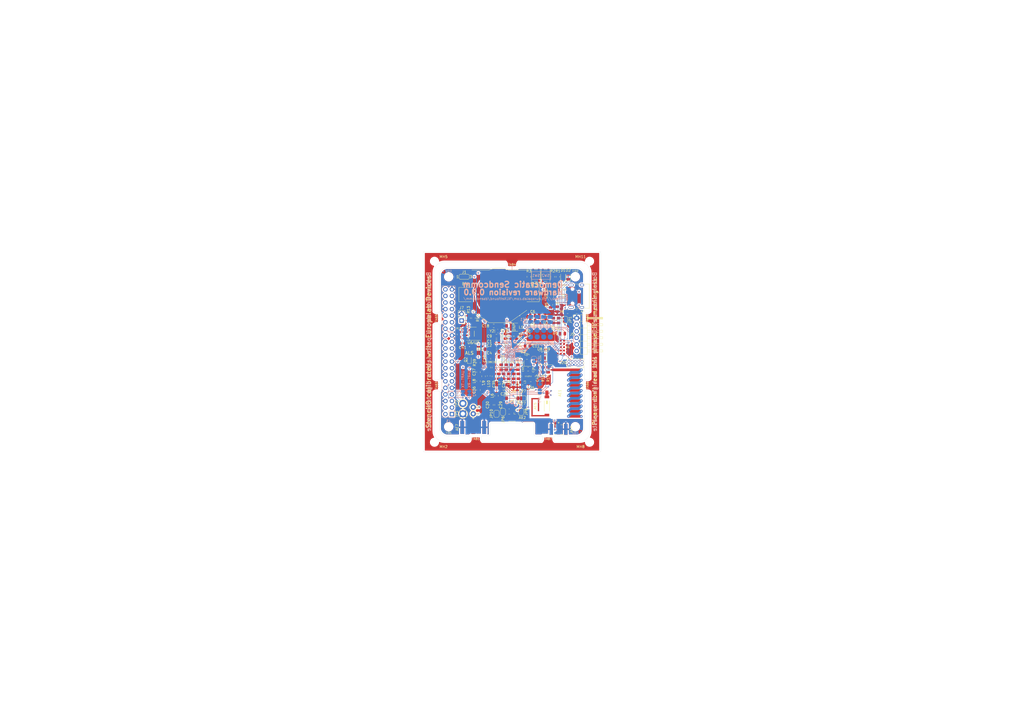
<source format=kicad_pcb>
(kicad_pcb (version 20171130) (host pcbnew 5.1.5+dfsg1-2build2)

  (general
    (thickness 1.6)
    (drawings 110)
    (tracks 1053)
    (zones 0)
    (modules 130)
    (nets 136)
  )

  (page A3)
  (title_block
    (title "Democratic Sendcomm")
    (date 2020-11-20)
    (rev 0.9.0)
    (company "Europalab Devices")
    (comment 1 "Copyright © 2020, Europalab Devices")
    (comment 2 "Fulfilling requirements of 20200210")
    (comment 3 "Pending quality assurance testing")
    (comment 4 "Release revision for manufacturing")
  )

  (layers
    (0 F.Cu signal)
    (1 In1.Cu signal)
    (2 In2.Cu signal)
    (31 B.Cu signal)
    (34 B.Paste user)
    (35 F.Paste user)
    (36 B.SilkS user)
    (37 F.SilkS user)
    (38 B.Mask user)
    (39 F.Mask user)
    (40 Dwgs.User user)
    (41 Cmts.User user)
    (44 Edge.Cuts user)
    (45 Margin user)
    (46 B.CrtYd user)
    (47 F.CrtYd user)
    (48 B.Fab user)
    (49 F.Fab user)
  )

  (setup
    (last_trace_width 0.127)
    (user_trace_width 0.1016)
    (user_trace_width 0.127)
    (user_trace_width 0.2)
    (trace_clearance 0.09)
    (zone_clearance 0.508)
    (zone_45_only no)
    (trace_min 0.09)
    (via_size 0.356)
    (via_drill 0.2)
    (via_min_size 0.356)
    (via_min_drill 0.2)
    (user_via 0.45 0.2)
    (user_via 0.6 0.3)
    (uvia_size 0.45)
    (uvia_drill 0.1)
    (uvias_allowed no)
    (uvia_min_size 0.45)
    (uvia_min_drill 0.1)
    (edge_width 0.1)
    (segment_width 0.1)
    (pcb_text_width 0.25)
    (pcb_text_size 1 1)
    (mod_edge_width 0.15)
    (mod_text_size 1 1)
    (mod_text_width 0.15)
    (pad_size 2 1.5)
    (pad_drill 0)
    (pad_to_mask_clearance 0)
    (aux_axis_origin 0 0)
    (visible_elements 7FFFFFFF)
    (pcbplotparams
      (layerselection 0x313fc_ffffffff)
      (usegerberextensions true)
      (usegerberattributes false)
      (usegerberadvancedattributes false)
      (creategerberjobfile false)
      (excludeedgelayer true)
      (linewidth 0.150000)
      (plotframeref false)
      (viasonmask false)
      (mode 1)
      (useauxorigin false)
      (hpglpennumber 1)
      (hpglpenspeed 20)
      (hpglpendiameter 15.000000)
      (psnegative false)
      (psa4output false)
      (plotreference true)
      (plotvalue true)
      (plotinvisibletext false)
      (padsonsilk false)
      (subtractmaskfromsilk false)
      (outputformat 1)
      (mirror false)
      (drillshape 0)
      (scaleselection 1)
      (outputdirectory "fabsingle"))
  )

  (net 0 "")
  (net 1 GND)
  (net 2 "Net-(AE1-Pad1)")
  (net 3 /Sheet5F53D5B4/RFSWPWR)
  (net 4 "Net-(C8-Pad1)")
  (net 5 /Sheet5F53D5B4/POWAMP)
  (net 6 "Net-(C13-Pad1)")
  (net 7 /Sheet5F53D5B4/HFOUT)
  (net 8 +3V3)
  (net 9 "Net-(C29-Pad1)")
  (net 10 /Sheet5F53D5B4/UART_RX)
  (net 11 /Sheet5F53D5B4/UART_TX)
  (net 12 /Sheet5F53D5B4/HPOUT)
  (net 13 /Sheet5F53D5B4/HFIN)
  (net 14 /Sheet5F53D5B4/BANDSEL)
  (net 15 "Net-(BT1-Pad1)")
  (net 16 /Sheet5F53D5B4/USB_BUS)
  (net 17 "Net-(C33-Pad1)")
  (net 18 "Net-(C34-Pad1)")
  (net 19 /Sheet5F53D5B4/CMDRST)
  (net 20 "Net-(D1-Pad2)")
  (net 21 "Net-(D1-Pad1)")
  (net 22 "Net-(D2-Pad1)")
  (net 23 "Net-(D2-Pad2)")
  (net 24 /Sheet5F53D5B4/USB_P)
  (net 25 /Sheet5F53D5B4/USB_N)
  (net 26 /Sheet60040980/ID_SD)
  (net 27 /Sheet60040980/ID_SC)
  (net 28 /Sheet5F53D5B4/SWDCLK)
  (net 29 "Net-(J3-Pad7)")
  (net 30 "Net-(J3-Pad8)")
  (net 31 "Net-(J4-Pad6)")
  (net 32 /Sheet5F53D5B4/CN_VBAT)
  (net 33 /Sheet5F53D5B4/XCEIV)
  (net 34 /Sheet5F53D5B4/CRYSTAL_XIN-RESERVED)
  (net 35 /Sheet5F53D5B4/CRYSTAL_XOUT-RESERVED)
  (net 36 "Net-(AE5-Pad2)")
  (net 37 "Net-(C1-Pad1)")
  (net 38 "Net-(C7-Pad1)")
  (net 39 "Net-(C14-Pad1)")
  (net 40 "Net-(C17-Pad1)")
  (net 41 "Net-(C18-Pad2)")
  (net 42 "Net-(C19-Pad2)")
  (net 43 "Net-(C23-Pad2)")
  (net 44 "Net-(C23-Pad1)")
  (net 45 "Net-(C24-Pad1)")
  (net 46 "Net-(C24-Pad2)")
  (net 47 "Net-(C29-Pad2)")
  (net 48 "Net-(C33-Pad2)")
  (net 49 "Net-(C35-Pad2)")
  (net 50 "Net-(C40-Pad1)")
  (net 51 "Net-(J2-PadB5)")
  (net 52 "Net-(J2-PadA8)")
  (net 53 "Net-(J2-PadA5)")
  (net 54 "Net-(J2-PadB8)")
  (net 55 "Net-(J2-PadA4)")
  (net 56 "Net-(J3-Pad2)")
  (net 57 "Net-(J3-Pad3)")
  (net 58 "Net-(J3-Pad4)")
  (net 59 "Net-(J3-Pad5)")
  (net 60 "Net-(J3-Pad10)")
  (net 61 "Net-(J3-Pad11)")
  (net 62 "Net-(J3-Pad12)")
  (net 63 "Net-(J3-Pad13)")
  (net 64 "Net-(J3-Pad15)")
  (net 65 "Net-(J3-Pad16)")
  (net 66 "Net-(J3-Pad18)")
  (net 67 "Net-(J3-Pad19)")
  (net 68 "Net-(J3-Pad21)")
  (net 69 "Net-(J3-Pad22)")
  (net 70 "Net-(J3-Pad23)")
  (net 71 "Net-(J3-Pad24)")
  (net 72 "Net-(J3-Pad26)")
  (net 73 "Net-(J3-Pad29)")
  (net 74 "Net-(J3-Pad31)")
  (net 75 "Net-(J3-Pad32)")
  (net 76 "Net-(J3-Pad33)")
  (net 77 "Net-(J3-Pad35)")
  (net 78 "Net-(J3-Pad36)")
  (net 79 "Net-(J3-Pad37)")
  (net 80 "Net-(J3-Pad38)")
  (net 81 "Net-(J3-Pad40)")
  (net 82 "Net-(J4-Pad7)")
  (net 83 "Net-(J4-Pad8)")
  (net 84 "Net-(J5-Pad2)")
  (net 85 "Net-(J5-Pad3)")
  (net 86 "Net-(J5-Pad6)")
  (net 87 "Net-(J6-Pad1)")
  (net 88 "Net-(L1-Pad2)")
  (net 89 "Net-(R3-Pad1)")
  (net 90 "Net-(R4-Pad1)")
  (net 91 "Net-(R4-Pad2)")
  (net 92 "Net-(U2-Pad5)")
  (net 93 "Net-(U3-PadG1)")
  (net 94 "Net-(U3-PadH1)")
  (net 95 "Net-(U3-PadE3)")
  (net 96 "Net-(U3-PadE4)")
  (net 97 "Net-(U3-PadF4)")
  (net 98 "Net-(U3-PadE5)")
  (net 99 "Net-(U3-PadC7)")
  (net 100 "Net-(U3-PadD7)")
  (net 101 "Net-(U3-PadD8)")
  (net 102 "Net-(U5-Pad3)")
  (net 103 "Net-(U5-Pad4)")
  (net 104 "Net-(U8-Pad7)")
  (net 105 "Net-(U8-Pad3)")
  (net 106 "Net-(U8-Pad2)")
  (net 107 "Net-(U8-Pad1)")
  (net 108 "Net-(U9-Pad1)")
  (net 109 "Net-(U9-Pad2)")
  (net 110 "Net-(U9-Pad3)")
  (net 111 "Net-(U9-Pad7)")
  (net 112 /Sheet5F53D5B4/SWDIO)
  (net 113 "Net-(AE2-Pad1)")
  (net 114 "Net-(AE4-Pad1)")
  (net 115 "Net-(AE5-Pad1)")
  (net 116 "Net-(AE7-Pad1)")
  (net 117 "Net-(JP10-Pad1)")
  (net 118 "Net-(J6-Pad2)")
  (net 119 "Net-(J6-Pad3)")
  (net 120 "Net-(J6-Pad4)")
  (net 121 "Net-(J6-Pad5)")
  (net 122 "Net-(J6-Pad6)")
  (net 123 "Net-(J6-Pad7)")
  (net 124 "Net-(J6-Pad8)")
  (net 125 "Net-(J7-Pad1)")
  (net 126 "Net-(C94-Pad1)")
  (net 127 "Net-(C95-Pad1)")
  (net 128 "Net-(JP26-Pad1)")
  (net 129 /TP_SCL)
  (net 130 /TP_SDA)
  (net 131 "Net-(J20-Pad6)")
  (net 132 "Net-(J20-Pad7)")
  (net 133 "Net-(J20-Pad8)")
  (net 134 "Net-(Q2-Pad2)")
  (net 135 "Net-(JP27-Pad3)")

  (net_class Default "This is the default net class."
    (clearance 0.09)
    (trace_width 0.09)
    (via_dia 0.356)
    (via_drill 0.2)
    (uvia_dia 0.45)
    (uvia_drill 0.1)
    (add_net +3V3)
    (add_net /Sheet5F53D5B4/BANDSEL)
    (add_net /Sheet5F53D5B4/CMDRST)
    (add_net /Sheet5F53D5B4/CN_VBAT)
    (add_net /Sheet5F53D5B4/CRYSTAL_XIN-RESERVED)
    (add_net /Sheet5F53D5B4/CRYSTAL_XOUT-RESERVED)
    (add_net /Sheet5F53D5B4/HFIN)
    (add_net /Sheet5F53D5B4/HFOUT)
    (add_net /Sheet5F53D5B4/HPOUT)
    (add_net /Sheet5F53D5B4/POWAMP)
    (add_net /Sheet5F53D5B4/RFSWPWR)
    (add_net /Sheet5F53D5B4/SWDCLK)
    (add_net /Sheet5F53D5B4/SWDIO)
    (add_net /Sheet5F53D5B4/UART_RX)
    (add_net /Sheet5F53D5B4/UART_TX)
    (add_net /Sheet5F53D5B4/USB_BUS)
    (add_net /Sheet5F53D5B4/USB_N)
    (add_net /Sheet5F53D5B4/USB_P)
    (add_net /Sheet5F53D5B4/XCEIV)
    (add_net /Sheet60040980/ID_SC)
    (add_net /Sheet60040980/ID_SD)
    (add_net /TP_SCL)
    (add_net /TP_SDA)
    (add_net GND)
    (add_net "Net-(AE1-Pad1)")
    (add_net "Net-(AE2-Pad1)")
    (add_net "Net-(AE4-Pad1)")
    (add_net "Net-(AE5-Pad1)")
    (add_net "Net-(AE5-Pad2)")
    (add_net "Net-(AE7-Pad1)")
    (add_net "Net-(BT1-Pad1)")
    (add_net "Net-(C1-Pad1)")
    (add_net "Net-(C13-Pad1)")
    (add_net "Net-(C14-Pad1)")
    (add_net "Net-(C17-Pad1)")
    (add_net "Net-(C18-Pad2)")
    (add_net "Net-(C19-Pad2)")
    (add_net "Net-(C23-Pad1)")
    (add_net "Net-(C23-Pad2)")
    (add_net "Net-(C24-Pad1)")
    (add_net "Net-(C24-Pad2)")
    (add_net "Net-(C29-Pad1)")
    (add_net "Net-(C29-Pad2)")
    (add_net "Net-(C33-Pad1)")
    (add_net "Net-(C33-Pad2)")
    (add_net "Net-(C34-Pad1)")
    (add_net "Net-(C35-Pad2)")
    (add_net "Net-(C40-Pad1)")
    (add_net "Net-(C7-Pad1)")
    (add_net "Net-(C8-Pad1)")
    (add_net "Net-(C94-Pad1)")
    (add_net "Net-(C95-Pad1)")
    (add_net "Net-(D1-Pad1)")
    (add_net "Net-(D1-Pad2)")
    (add_net "Net-(D2-Pad1)")
    (add_net "Net-(D2-Pad2)")
    (add_net "Net-(J2-PadA4)")
    (add_net "Net-(J2-PadA5)")
    (add_net "Net-(J2-PadA8)")
    (add_net "Net-(J2-PadB5)")
    (add_net "Net-(J2-PadB8)")
    (add_net "Net-(J20-Pad6)")
    (add_net "Net-(J20-Pad7)")
    (add_net "Net-(J20-Pad8)")
    (add_net "Net-(J3-Pad10)")
    (add_net "Net-(J3-Pad11)")
    (add_net "Net-(J3-Pad12)")
    (add_net "Net-(J3-Pad13)")
    (add_net "Net-(J3-Pad15)")
    (add_net "Net-(J3-Pad16)")
    (add_net "Net-(J3-Pad18)")
    (add_net "Net-(J3-Pad19)")
    (add_net "Net-(J3-Pad2)")
    (add_net "Net-(J3-Pad21)")
    (add_net "Net-(J3-Pad22)")
    (add_net "Net-(J3-Pad23)")
    (add_net "Net-(J3-Pad24)")
    (add_net "Net-(J3-Pad26)")
    (add_net "Net-(J3-Pad29)")
    (add_net "Net-(J3-Pad3)")
    (add_net "Net-(J3-Pad31)")
    (add_net "Net-(J3-Pad32)")
    (add_net "Net-(J3-Pad33)")
    (add_net "Net-(J3-Pad35)")
    (add_net "Net-(J3-Pad36)")
    (add_net "Net-(J3-Pad37)")
    (add_net "Net-(J3-Pad38)")
    (add_net "Net-(J3-Pad4)")
    (add_net "Net-(J3-Pad40)")
    (add_net "Net-(J3-Pad5)")
    (add_net "Net-(J3-Pad7)")
    (add_net "Net-(J3-Pad8)")
    (add_net "Net-(J4-Pad6)")
    (add_net "Net-(J4-Pad7)")
    (add_net "Net-(J4-Pad8)")
    (add_net "Net-(J5-Pad2)")
    (add_net "Net-(J5-Pad3)")
    (add_net "Net-(J5-Pad6)")
    (add_net "Net-(J6-Pad1)")
    (add_net "Net-(J6-Pad2)")
    (add_net "Net-(J6-Pad3)")
    (add_net "Net-(J6-Pad4)")
    (add_net "Net-(J6-Pad5)")
    (add_net "Net-(J6-Pad6)")
    (add_net "Net-(J6-Pad7)")
    (add_net "Net-(J6-Pad8)")
    (add_net "Net-(J7-Pad1)")
    (add_net "Net-(JP10-Pad1)")
    (add_net "Net-(JP26-Pad1)")
    (add_net "Net-(JP27-Pad3)")
    (add_net "Net-(L1-Pad2)")
    (add_net "Net-(Q2-Pad2)")
    (add_net "Net-(R3-Pad1)")
    (add_net "Net-(R4-Pad1)")
    (add_net "Net-(R4-Pad2)")
    (add_net "Net-(U2-Pad5)")
    (add_net "Net-(U3-PadC7)")
    (add_net "Net-(U3-PadD7)")
    (add_net "Net-(U3-PadD8)")
    (add_net "Net-(U3-PadE3)")
    (add_net "Net-(U3-PadE4)")
    (add_net "Net-(U3-PadE5)")
    (add_net "Net-(U3-PadF4)")
    (add_net "Net-(U3-PadG1)")
    (add_net "Net-(U3-PadH1)")
    (add_net "Net-(U5-Pad3)")
    (add_net "Net-(U5-Pad4)")
    (add_net "Net-(U8-Pad1)")
    (add_net "Net-(U8-Pad2)")
    (add_net "Net-(U8-Pad3)")
    (add_net "Net-(U8-Pad7)")
    (add_net "Net-(U9-Pad1)")
    (add_net "Net-(U9-Pad2)")
    (add_net "Net-(U9-Pad3)")
    (add_net "Net-(U9-Pad7)")
  )

  (net_class Power ""
    (clearance 0.2)
    (trace_width 0.5)
    (via_dia 1)
    (via_drill 0.7)
    (uvia_dia 0.5)
    (uvia_drill 0.1)
  )

  (module Jumper:SolderJumper-2_P1.3mm_Bridged_RoundedPad1.0x1.5mm (layer B.Cu) (tedit 5C745284) (tstamp 5FBED780)
    (at 220.75 160 270)
    (descr "SMD Solder Jumper, 1x1.5mm, rounded Pads, 0.3mm gap, bridged with 1 copper strip")
    (tags "solder jumper open")
    (path /5F5C0728/5F989558)
    (attr virtual)
    (fp_text reference JP4 (at -1.75 0 90) (layer B.SilkS)
      (effects (font (size 1 1) (thickness 0.15)) (justify right mirror))
    )
    (fp_text value SolderBridge (at 0 -1.9 90) (layer B.Fab)
      (effects (font (size 1 1) (thickness 0.15)) (justify mirror))
    )
    (fp_poly (pts (xy 0.25 0.3) (xy -0.25 0.3) (xy -0.25 -0.3) (xy 0.25 -0.3)) (layer B.Cu) (width 0))
    (fp_line (start 1.65 -1.25) (end -1.65 -1.25) (layer B.CrtYd) (width 0.05))
    (fp_line (start 1.65 -1.25) (end 1.65 1.25) (layer B.CrtYd) (width 0.05))
    (fp_line (start -1.65 1.25) (end -1.65 -1.25) (layer B.CrtYd) (width 0.05))
    (fp_line (start -1.65 1.25) (end 1.65 1.25) (layer B.CrtYd) (width 0.05))
    (fp_line (start -0.7 1) (end 0.7 1) (layer B.SilkS) (width 0.12))
    (fp_line (start 1.4 0.3) (end 1.4 -0.3) (layer B.SilkS) (width 0.12))
    (fp_line (start 0.7 -1) (end -0.7 -1) (layer B.SilkS) (width 0.12))
    (fp_line (start -1.4 -0.3) (end -1.4 0.3) (layer B.SilkS) (width 0.12))
    (fp_arc (start -0.7 0.3) (end -0.7 1) (angle 90) (layer B.SilkS) (width 0.12))
    (fp_arc (start -0.7 -0.3) (end -1.4 -0.3) (angle 90) (layer B.SilkS) (width 0.12))
    (fp_arc (start 0.7 -0.3) (end 0.7 -1) (angle 90) (layer B.SilkS) (width 0.12))
    (fp_arc (start 0.7 0.3) (end 1.4 0.3) (angle 90) (layer B.SilkS) (width 0.12))
    (pad 1 smd custom (at -0.65 0 270) (size 1 0.5) (layers B.Cu B.Mask)
      (net 2 "Net-(AE1-Pad1)") (zone_connect 2)
      (options (clearance outline) (anchor rect))
      (primitives
        (gr_circle (center 0 -0.25) (end 0.5 -0.25) (width 0))
        (gr_circle (center 0 0.25) (end 0.5 0.25) (width 0))
        (gr_poly (pts
           (xy 0 0.75) (xy 0.5 0.75) (xy 0.5 -0.75) (xy 0 -0.75)) (width 0))
      ))
    (pad 2 smd custom (at 0.65 0 270) (size 1 0.5) (layers B.Cu B.Mask)
      (net 117 "Net-(JP10-Pad1)") (zone_connect 2)
      (options (clearance outline) (anchor rect))
      (primitives
        (gr_circle (center 0 -0.25) (end 0.5 -0.25) (width 0))
        (gr_circle (center 0 0.25) (end 0.5 0.25) (width 0))
        (gr_poly (pts
           (xy 0 0.75) (xy -0.5 0.75) (xy -0.5 -0.75) (xy 0 -0.75)) (width 0))
      ))
  )

  (module Elabdev:TFBGA-64_8x8_6.0x6.0mm_P0.65mm (layer F.Cu) (tedit 5F6BA77A) (tstamp 5F68786E)
    (at 210 148)
    (path /5F53D5B5/6052EF69)
    (solder_mask_margin 0.025)
    (clearance 0.0508)
    (attr smd)
    (fp_text reference U3 (at 4.25 0) (layer F.SilkS)
      (effects (font (size 1 1) (thickness 0.15)))
    )
    (fp_text value ATSAMR34 (at 0 4) (layer F.Fab)
      (effects (font (size 1 1) (thickness 0.15)))
    )
    (fp_line (start -2 -3) (end -3 -2) (layer F.Fab) (width 0.1))
    (fp_line (start -3 -2) (end -3 3) (layer F.Fab) (width 0.1))
    (fp_line (start -3 3) (end 3 3) (layer F.Fab) (width 0.1))
    (fp_line (start 3 3) (end 3 -3) (layer F.Fab) (width 0.1))
    (fp_line (start 3 -3) (end -2 -3) (layer F.Fab) (width 0.1))
    (fp_line (start 1.62 -3.12) (end 3.12 -3.12) (layer F.SilkS) (width 0.12))
    (fp_line (start 3.12 -3.12) (end 3.12 -1.62) (layer F.SilkS) (width 0.12))
    (fp_line (start 1.62 -3.12) (end 3.12 -3.12) (layer F.SilkS) (width 0.12))
    (fp_line (start 3.12 -3.12) (end 3.12 -1.62) (layer F.SilkS) (width 0.12))
    (fp_line (start 1.62 3.12) (end 3.12 3.12) (layer F.SilkS) (width 0.12))
    (fp_line (start 3.12 3.12) (end 3.12 1.62) (layer F.SilkS) (width 0.12))
    (fp_line (start 1.62 -3.12) (end 3.12 -3.12) (layer F.SilkS) (width 0.12))
    (fp_line (start 3.12 -3.12) (end 3.12 -1.62) (layer F.SilkS) (width 0.12))
    (fp_line (start -1.62 3.12) (end -3.12 3.12) (layer F.SilkS) (width 0.12))
    (fp_line (start -3.12 3.12) (end -3.12 1.62) (layer F.SilkS) (width 0.12))
    (fp_line (start -1.62 -3.12) (end -2 -3.12) (layer F.SilkS) (width 0.12))
    (fp_line (start -2 -3.12) (end -3.12 -2) (layer F.SilkS) (width 0.12))
    (fp_line (start -3.12 -2) (end -3.12 -1.62) (layer F.SilkS) (width 0.12))
    (fp_circle (center -3 -3) (end -3 -2.9) (layer F.SilkS) (width 0.2))
    (fp_line (start -4 -4) (end 4 -4) (layer F.CrtYd) (width 0.05))
    (fp_line (start 4 -4) (end 4 4) (layer F.CrtYd) (width 0.05))
    (fp_line (start 4 4) (end -4 4) (layer F.CrtYd) (width 0.05))
    (fp_line (start -4 4) (end -4 -4) (layer F.CrtYd) (width 0.05))
    (pad A1 smd circle (at -2.275 -2.275) (size 0.32 0.32) (layers F.Cu F.Paste F.Mask)
      (net 13 /Sheet5F53D5B4/HFIN))
    (pad B1 smd circle (at -2.275 -1.625) (size 0.32 0.32) (layers F.Cu F.Paste F.Mask)
      (net 7 /Sheet5F53D5B4/HFOUT))
    (pad C1 smd circle (at -2.275 -0.975) (size 0.32 0.32) (layers F.Cu F.Paste F.Mask)
      (net 37 "Net-(C1-Pad1)"))
    (pad D1 smd circle (at -2.275 -0.325) (size 0.32 0.32) (layers F.Cu F.Paste F.Mask)
      (net 5 /Sheet5F53D5B4/POWAMP))
    (pad E1 smd circle (at -2.275 0.325) (size 0.32 0.32) (layers F.Cu F.Paste F.Mask)
      (net 1 GND))
    (pad F1 smd circle (at -2.275 0.975) (size 0.32 0.32) (layers F.Cu F.Paste F.Mask)
      (net 12 /Sheet5F53D5B4/HPOUT))
    (pad G1 smd circle (at -2.275 1.625) (size 0.32 0.32) (layers F.Cu F.Paste F.Mask)
      (net 93 "Net-(U3-PadG1)"))
    (pad H1 smd circle (at -2.275 2.275) (size 0.32 0.32) (layers F.Cu F.Paste F.Mask)
      (net 94 "Net-(U3-PadH1)"))
    (pad A2 smd circle (at -1.625 -2.275) (size 0.32 0.32) (layers F.Cu F.Paste F.Mask)
      (net 1 GND))
    (pad B2 smd circle (at -1.625 -1.625) (size 0.32 0.32) (layers F.Cu F.Paste F.Mask)
      (net 1 GND))
    (pad C2 smd circle (at -1.625 -0.975) (size 0.32 0.32) (layers F.Cu F.Paste F.Mask)
      (net 37 "Net-(C1-Pad1)"))
    (pad D2 smd circle (at -1.625 -0.325) (size 0.32 0.32) (layers F.Cu F.Paste F.Mask)
      (net 33 /Sheet5F53D5B4/XCEIV))
    (pad E2 smd circle (at -1.625 0.325) (size 0.32 0.32) (layers F.Cu F.Paste F.Mask)
      (net 1 GND))
    (pad F2 smd circle (at -1.625 0.975) (size 0.32 0.32) (layers F.Cu F.Paste F.Mask)
      (net 1 GND))
    (pad G2 smd circle (at -1.625 1.625) (size 0.32 0.32) (layers F.Cu F.Paste F.Mask)
      (net 1 GND))
    (pad H2 smd circle (at -1.625 2.275) (size 0.32 0.32) (layers F.Cu F.Paste F.Mask)
      (net 39 "Net-(C14-Pad1)"))
    (pad A3 smd circle (at -0.975 -2.275) (size 0.32 0.32) (layers F.Cu F.Paste F.Mask)
      (net 41 "Net-(C18-Pad2)"))
    (pad B3 smd circle (at -0.975 -1.625) (size 0.32 0.32) (layers F.Cu F.Paste F.Mask)
      (net 1 GND))
    (pad C3 smd circle (at -0.975 -0.975) (size 0.32 0.32) (layers F.Cu F.Paste F.Mask)
      (net 32 /Sheet5F53D5B4/CN_VBAT))
    (pad D3 smd circle (at -0.975 -0.325) (size 0.32 0.32) (layers F.Cu F.Paste F.Mask)
      (net 11 /Sheet5F53D5B4/UART_TX))
    (pad E3 smd circle (at -0.975 0.325) (size 0.32 0.32) (layers F.Cu F.Paste F.Mask)
      (net 95 "Net-(U3-PadE3)"))
    (pad F3 smd circle (at -0.975 0.975) (size 0.32 0.32) (layers F.Cu F.Paste F.Mask)
      (net 16 /Sheet5F53D5B4/USB_BUS))
    (pad G3 smd circle (at -0.975 1.625) (size 0.32 0.32) (layers F.Cu F.Paste F.Mask)
      (net 1 GND))
    (pad H3 smd circle (at -0.975 2.275) (size 0.32 0.32) (layers F.Cu F.Paste F.Mask)
      (net 37 "Net-(C1-Pad1)"))
    (pad A4 smd circle (at -0.325 -2.275) (size 0.32 0.32) (layers F.Cu F.Paste F.Mask)
      (net 42 "Net-(C19-Pad2)"))
    (pad B4 smd circle (at -0.325 -1.625) (size 0.32 0.32) (layers F.Cu F.Paste F.Mask)
      (net 134 "Net-(Q2-Pad2)"))
    (pad C4 smd circle (at -0.325 -0.975) (size 0.32 0.32) (layers F.Cu F.Paste F.Mask)
      (net 10 /Sheet5F53D5B4/UART_RX))
    (pad D4 smd circle (at -0.325 -0.325) (size 0.32 0.32) (layers F.Cu F.Paste F.Mask)
      (net 1 GND))
    (pad E4 smd circle (at -0.325 0.325) (size 0.32 0.32) (layers F.Cu F.Paste F.Mask)
      (net 96 "Net-(U3-PadE4)"))
    (pad F4 smd circle (at -0.325 0.975) (size 0.32 0.32) (layers F.Cu F.Paste F.Mask)
      (net 97 "Net-(U3-PadF4)"))
    (pad G4 smd circle (at -0.325 1.625) (size 0.32 0.32) (layers F.Cu F.Paste F.Mask)
      (net 8 +3V3))
    (pad H4 smd circle (at -0.325 2.275) (size 0.32 0.32) (layers F.Cu F.Paste F.Mask)
      (net 6 "Net-(C13-Pad1)"))
    (pad A5 smd circle (at 0.325 -2.275) (size 0.32 0.32) (layers F.Cu F.Paste F.Mask)
      (net 40 "Net-(C17-Pad1)"))
    (pad B5 smd circle (at 0.325 -1.625) (size 0.32 0.32) (layers F.Cu F.Paste F.Mask)
      (net 1 GND))
    (pad C5 smd circle (at 0.325 -0.975) (size 0.32 0.32) (layers F.Cu F.Paste F.Mask)
      (net 28 /Sheet5F53D5B4/SWDCLK))
    (pad D5 smd circle (at 0.325 -0.325) (size 0.32 0.32) (layers F.Cu F.Paste F.Mask)
      (net 112 /Sheet5F53D5B4/SWDIO))
    (pad E5 smd circle (at 0.325 0.325) (size 0.32 0.32) (layers F.Cu F.Paste F.Mask)
      (net 98 "Net-(U3-PadE5)"))
    (pad F5 smd circle (at 0.325 0.975) (size 0.32 0.32) (layers F.Cu F.Paste F.Mask)
      (net 135 "Net-(JP27-Pad3)"))
    (pad G5 smd circle (at 0.325 1.625) (size 0.32 0.32) (layers F.Cu F.Paste F.Mask)
      (net 1 GND))
    (pad H5 smd circle (at 0.325 2.275) (size 0.32 0.32) (layers F.Cu F.Paste F.Mask)
      (net 1 GND))
    (pad A6 smd circle (at 0.975 -2.275) (size 0.32 0.32) (layers F.Cu F.Paste F.Mask)
      (net 88 "Net-(L1-Pad2)"))
    (pad B6 smd circle (at 0.975 -1.625) (size 0.32 0.32) (layers F.Cu F.Paste F.Mask)
      (net 19 /Sheet5F53D5B4/CMDRST))
    (pad C6 smd circle (at 0.975 -0.975) (size 0.32 0.32) (layers F.Cu F.Paste F.Mask)
      (net 90 "Net-(R4-Pad1)"))
    (pad D6 smd circle (at 0.975 -0.325) (size 0.32 0.32) (layers F.Cu F.Paste F.Mask)
      (net 1 GND))
    (pad E6 smd circle (at 0.975 0.325) (size 0.32 0.32) (layers F.Cu F.Paste F.Mask)
      (net 129 /TP_SCL))
    (pad F6 smd circle (at 0.975 0.975) (size 0.32 0.32) (layers F.Cu F.Paste F.Mask)
      (net 14 /Sheet5F53D5B4/BANDSEL))
    (pad G6 smd circle (at 0.975 1.625) (size 0.32 0.32) (layers F.Cu F.Paste F.Mask)
      (net 1 GND))
    (pad H6 smd circle (at 0.975 2.275) (size 0.32 0.32) (layers F.Cu F.Paste F.Mask)
      (net 126 "Net-(C94-Pad1)"))
    (pad A7 smd circle (at 1.625 -2.275) (size 0.32 0.32) (layers F.Cu F.Paste F.Mask)
      (net 8 +3V3))
    (pad B7 smd circle (at 1.625 -1.625) (size 0.32 0.32) (layers F.Cu F.Paste F.Mask)
      (net 1 GND))
    (pad C7 smd circle (at 1.625 -0.975) (size 0.32 0.32) (layers F.Cu F.Paste F.Mask)
      (net 99 "Net-(U3-PadC7)"))
    (pad D7 smd circle (at 1.625 -0.325) (size 0.32 0.32) (layers F.Cu F.Paste F.Mask)
      (net 100 "Net-(U3-PadD7)"))
    (pad E7 smd circle (at 1.625 0.325) (size 0.32 0.32) (layers F.Cu F.Paste F.Mask)
      (net 21 "Net-(D1-Pad1)"))
    (pad F7 smd circle (at 1.625 0.975) (size 0.32 0.32) (layers F.Cu F.Paste F.Mask)
      (net 130 /TP_SDA))
    (pad G7 smd circle (at 1.625 1.625) (size 0.32 0.32) (layers F.Cu F.Paste F.Mask)
      (net 1 GND))
    (pad H7 smd circle (at 1.625 2.275) (size 0.32 0.32) (layers F.Cu F.Paste F.Mask)
      (net 127 "Net-(C95-Pad1)"))
    (pad A8 smd circle (at 2.275 -2.275) (size 0.32 0.32) (layers F.Cu F.Paste F.Mask)
      (net 8 +3V3))
    (pad B8 smd circle (at 2.275 -1.625) (size 0.32 0.32) (layers F.Cu F.Paste F.Mask)
      (net 25 /Sheet5F53D5B4/USB_N))
    (pad C8 smd circle (at 2.275 -0.975) (size 0.32 0.32) (layers F.Cu F.Paste F.Mask)
      (net 24 /Sheet5F53D5B4/USB_P))
    (pad D8 smd circle (at 2.275 -0.325) (size 0.32 0.32) (layers F.Cu F.Paste F.Mask)
      (net 101 "Net-(U3-PadD8)"))
    (pad E8 smd circle (at 2.275 0.325) (size 0.32 0.32) (layers F.Cu F.Paste F.Mask)
      (net 22 "Net-(D2-Pad1)"))
    (pad F8 smd circle (at 2.275 0.975) (size 0.32 0.32) (layers F.Cu F.Paste F.Mask)
      (net 34 /Sheet5F53D5B4/CRYSTAL_XIN-RESERVED))
    (pad G8 smd circle (at 2.275 1.625) (size 0.32 0.32) (layers F.Cu F.Paste F.Mask)
      (net 35 /Sheet5F53D5B4/CRYSTAL_XOUT-RESERVED))
    (pad H8 smd circle (at 2.275 2.275) (size 0.32 0.32) (layers F.Cu F.Paste F.Mask)
      (net 8 +3V3))
    (model ${KISYS3DMOD}/Package_BGA.3dshapes/TFBGA-64_5x5mm_Layout8x8_P0.5mm.wrl
      (at (xyz 0 0 0))
      (scale (xyz 1.2 1.2 1.2))
      (rotate (xyz 0 0 0))
    )
  )

  (module TestPoint:TestPoint_THTPad_D2.0mm_Drill1.0mm (layer F.Cu) (tedit 5A0F774F) (tstamp 5FBA0BE2)
    (at 195 172)
    (descr "THT pad as test Point, diameter 2.0mm, hole diameter 1.0mm")
    (tags "test point THT pad")
    (path /5F97637F)
    (attr virtual)
    (fp_text reference TP5 (at 2 0 90) (layer F.SilkS)
      (effects (font (size 0.7 0.7) (thickness 0.1)))
    )
    (fp_text value Probe (at 0 2.25) (layer F.Fab)
      (effects (font (size 1 1) (thickness 0.15)))
    )
    (fp_circle (center 0 0) (end 0 1.2) (layer F.SilkS) (width 0.12))
    (fp_circle (center 0 0) (end 1.5 0) (layer F.CrtYd) (width 0.05))
    (fp_text user %R (at 0 -2.15) (layer F.Fab)
      (effects (font (size 1 1) (thickness 0.15)))
    )
    (pad 1 thru_hole circle (at 0 0) (size 2 2) (drill 1) (layers *.Cu *.Mask)
      (net 129 /TP_SCL))
  )

  (module TestPoint:TestPoint_THTPad_D2.0mm_Drill1.0mm (layer F.Cu) (tedit 5A0F774F) (tstamp 5FBA0BEA)
    (at 195 169.46)
    (descr "THT pad as test Point, diameter 2.0mm, hole diameter 1.0mm")
    (tags "test point THT pad")
    (path /5F97786E)
    (attr virtual)
    (fp_text reference TP6 (at 2 0.04 90) (layer F.SilkS)
      (effects (font (size 0.7 0.7) (thickness 0.1)))
    )
    (fp_text value Probe (at 0 2.25) (layer F.Fab)
      (effects (font (size 1 1) (thickness 0.15)))
    )
    (fp_circle (center 0 0) (end 0 1.2) (layer F.SilkS) (width 0.12))
    (fp_circle (center 0 0) (end 1.5 0) (layer F.CrtYd) (width 0.05))
    (fp_text user %R (at 0 -2.15) (layer F.Fab)
      (effects (font (size 1 1) (thickness 0.15)))
    )
    (pad 1 thru_hole circle (at 0 0) (size 2 2) (drill 1) (layers *.Cu *.Mask)
      (net 130 /TP_SDA))
  )

  (module Inductor_SMD:L_0603_1608Metric (layer F.Cu) (tedit 5B301BBE) (tstamp 5F687507)
    (at 201 157.35 270)
    (descr "Inductor SMD 0603 (1608 Metric), square (rectangular) end terminal, IPC_7351 nominal, (Body size source: http://www.tortai-tech.com/upload/download/2011102023233369053.pdf), generated with kicad-footprint-generator")
    (tags inductor)
    (path /5F5C0728/5F5D6DC7)
    (attr smd)
    (fp_text reference L10 (at 3 0 90) (layer F.SilkS)
      (effects (font (size 1 1) (thickness 0.15)))
    )
    (fp_text value 11nH (at 0 1.65 90) (layer F.Fab)
      (effects (font (size 1 1) (thickness 0.15)))
    )
    (fp_text user %R (at 0 0 90) (layer F.Fab)
      (effects (font (size 0.5 0.5) (thickness 0.08)))
    )
    (fp_line (start 1.48 0.73) (end -1.48 0.73) (layer F.CrtYd) (width 0.05))
    (fp_line (start 1.48 -0.73) (end 1.48 0.73) (layer F.CrtYd) (width 0.05))
    (fp_line (start -1.48 -0.73) (end 1.48 -0.73) (layer F.CrtYd) (width 0.05))
    (fp_line (start -1.48 0.73) (end -1.48 -0.73) (layer F.CrtYd) (width 0.05))
    (fp_line (start -0.162779 0.51) (end 0.162779 0.51) (layer F.SilkS) (width 0.12))
    (fp_line (start -0.162779 -0.51) (end 0.162779 -0.51) (layer F.SilkS) (width 0.12))
    (fp_line (start 0.8 0.4) (end -0.8 0.4) (layer F.Fab) (width 0.1))
    (fp_line (start 0.8 -0.4) (end 0.8 0.4) (layer F.Fab) (width 0.1))
    (fp_line (start -0.8 -0.4) (end 0.8 -0.4) (layer F.Fab) (width 0.1))
    (fp_line (start -0.8 0.4) (end -0.8 -0.4) (layer F.Fab) (width 0.1))
    (pad 2 smd roundrect (at 0.7875 0 270) (size 0.875 0.95) (layers F.Cu F.Paste F.Mask) (roundrect_rratio 0.25)
      (net 49 "Net-(C35-Pad2)"))
    (pad 1 smd roundrect (at -0.7875 0 270) (size 0.875 0.95) (layers F.Cu F.Paste F.Mask) (roundrect_rratio 0.25)
      (net 18 "Net-(C34-Pad1)"))
    (model ${KISYS3DMOD}/Inductor_SMD.3dshapes/L_0603_1608Metric.wrl
      (at (xyz 0 0 0))
      (scale (xyz 1 1 1))
      (rotate (xyz 0 0 0))
    )
  )

  (module Elabdev:L_Murata_LQH3NPN (layer F.Cu) (tedit 5FADCCA6) (tstamp 5F68751C)
    (at 210.75 138.5)
    (descr https://www.murata.com/~/media/webrenewal/products/inductor/chip/tokoproducts/wirewoundferritetypeforpl/m_dem3518c.ashx)
    (tags "Inductor SMD DEM35xxC")
    (path /5F53D5B5/5F643B51)
    (attr smd)
    (fp_text reference L1 (at 2.75 0) (layer F.SilkS)
      (effects (font (size 1 1) (thickness 0.15)))
    )
    (fp_text value LQH3NPN100MJRL (at 0 3.024) (layer F.Fab)
      (effects (font (size 1 1) (thickness 0.15)))
    )
    (fp_line (start -1.75 -1.6) (end -1.75 1.6) (layer F.CrtYd) (width 0.05))
    (fp_line (start -1.75 1.6) (end 1.75 1.6) (layer F.CrtYd) (width 0.05))
    (fp_line (start 1.75 1.6) (end 1.75 -1.6) (layer F.CrtYd) (width 0.05))
    (fp_line (start 1.75 -1.6) (end -1.75 -1.6) (layer F.CrtYd) (width 0.05))
    (fp_line (start -1.5 -1.35) (end 1.5 -1.35) (layer F.Fab) (width 0.1))
    (fp_line (start 1.5 -1.35) (end 1.5 1.35) (layer F.Fab) (width 0.1))
    (fp_line (start 1.5 1.35) (end -1.5 1.35) (layer F.Fab) (width 0.1))
    (fp_line (start -1.5 1.35) (end -1.5 -1.35) (layer F.Fab) (width 0.1))
    (fp_line (start -1.5 -1.6) (end 1.5 -1.6) (layer F.SilkS) (width 0.12))
    (fp_line (start -1.5 1.6) (end 1.5 1.6) (layer F.SilkS) (width 0.12))
    (fp_text user %R (at 0 0) (layer F.Fab)
      (effects (font (size 0.7 0.7) (thickness 0.105)))
    )
    (pad 1 smd rect (at -1.1 0) (size 0.8 2.7) (layers F.Cu F.Paste F.Mask)
      (net 40 "Net-(C17-Pad1)"))
    (pad 2 smd rect (at 1.1 0) (size 0.8 2.7) (layers F.Cu F.Paste F.Mask)
      (net 88 "Net-(L1-Pad2)"))
    (model ${KISYS3DMOD}/Inductor_SMD.3dshapes/L_Murata_DEM35xxC.wrl
      (at (xyz 0 0 0))
      (scale (xyz 1 1 1))
      (rotate (xyz 0 0 0))
    )
  )

  (module Elabdev:Panel_Mousetab_25mm_Single (layer F.Cu) (tedit 5CD9E502) (tstamp 5F680FEC)
    (at 224 181.75 90)
    (path /5CD9EB0D)
    (fp_text reference TAB7 (at 0 0) (layer F.SilkS)
      (effects (font (size 0.8 0.8) (thickness 0.13)))
    )
    (fp_text value Pantab (at 0 3.5 90) (layer F.Fab)
      (effects (font (size 1 1) (thickness 0.15)))
    )
    (fp_line (start 1.25 -2.2) (end 1.25 2.2) (layer F.Fab) (width 0.15))
    (fp_line (start -1.25 -2.2) (end -1.25 2.2) (layer F.Fab) (width 0.15))
    (fp_line (start 2.1 -2.6) (end 2.1 2.6) (layer F.CrtYd) (width 0.15))
    (fp_line (start 2.1 2.6) (end -2.1 2.6) (layer F.CrtYd) (width 0.15))
    (fp_line (start -2.1 2.6) (end -2.1 -2.6) (layer F.CrtYd) (width 0.15))
    (fp_line (start -2.1 -2.6) (end 2.1 -2.6) (layer F.CrtYd) (width 0.15))
    (pad "" np_thru_hole circle (at 1.35 2 90) (size 0.5 0.5) (drill 0.5) (layers *.Cu))
    (pad "" np_thru_hole circle (at 1.35 1.2 90) (size 0.5 0.5) (drill 0.5) (layers *.Cu))
    (pad "" np_thru_hole circle (at 1.35 0.4 90) (size 0.5 0.5) (drill 0.5) (layers *.Cu))
    (pad "" np_thru_hole circle (at 1.35 -0.4 90) (size 0.5 0.5) (drill 0.5) (layers *.Cu))
    (pad "" np_thru_hole circle (at 1.35 -1.2 90) (size 0.5 0.5) (drill 0.5) (layers *.Cu))
    (pad "" np_thru_hole circle (at 1.35 -2 90) (size 0.5 0.5) (drill 0.5) (layers *.Cu))
  )

  (module Elabdev:Panel_Mousetab_25mm_Single (layer F.Cu) (tedit 5CD9E59A) (tstamp 5F4C0A71)
    (at 210 114.25 270)
    (path /5CD5C3A7)
    (fp_text reference TAB4 (at 0 0 180) (layer F.SilkS)
      (effects (font (size 0.8 0.8) (thickness 0.13)))
    )
    (fp_text value Pantab (at 0 -3.5 270) (layer F.Fab)
      (effects (font (size 1 1) (thickness 0.15)))
    )
    (fp_line (start 1.25 -2.2) (end 1.25 2.2) (layer F.Fab) (width 0.15))
    (fp_line (start -1.25 -2.2) (end -1.25 2.2) (layer F.Fab) (width 0.15))
    (fp_line (start 2.1 -2.6) (end 2.1 2.6) (layer F.CrtYd) (width 0.15))
    (fp_line (start 2.1 2.6) (end -2.1 2.6) (layer F.CrtYd) (width 0.15))
    (fp_line (start -2.1 2.6) (end -2.1 -2.6) (layer F.CrtYd) (width 0.15))
    (fp_line (start -2.1 -2.6) (end 2.1 -2.6) (layer F.CrtYd) (width 0.15))
    (pad "" np_thru_hole circle (at 1.35 2 270) (size 0.5 0.5) (drill 0.5) (layers *.Cu))
    (pad "" np_thru_hole circle (at 1.35 1.2 270) (size 0.5 0.5) (drill 0.5) (layers *.Cu))
    (pad "" np_thru_hole circle (at 1.35 0.4 270) (size 0.5 0.5) (drill 0.5) (layers *.Cu))
    (pad "" np_thru_hole circle (at 1.35 -0.4 270) (size 0.5 0.5) (drill 0.5) (layers *.Cu))
    (pad "" np_thru_hole circle (at 1.35 -1.2 270) (size 0.5 0.5) (drill 0.5) (layers *.Cu))
    (pad "" np_thru_hole circle (at 1.35 -2 270) (size 0.5 0.5) (drill 0.5) (layers *.Cu))
  )

  (module Elabdev:Panel_Mousetab_25mm_Single (layer F.Cu) (tedit 5CD9E502) (tstamp 5CE1C45C)
    (at 196 181.75 90)
    (path /5CD9EB0D)
    (fp_text reference TAB1 (at 0 0) (layer F.SilkS)
      (effects (font (size 0.8 0.8) (thickness 0.13)))
    )
    (fp_text value Pantab (at 0 3.5 90) (layer F.Fab)
      (effects (font (size 1 1) (thickness 0.15)))
    )
    (fp_line (start -2.1 -2.6) (end 2.1 -2.6) (layer F.CrtYd) (width 0.15))
    (fp_line (start -2.1 2.6) (end -2.1 -2.6) (layer F.CrtYd) (width 0.15))
    (fp_line (start 2.1 2.6) (end -2.1 2.6) (layer F.CrtYd) (width 0.15))
    (fp_line (start 2.1 -2.6) (end 2.1 2.6) (layer F.CrtYd) (width 0.15))
    (fp_line (start -1.25 -2.2) (end -1.25 2.2) (layer F.Fab) (width 0.15))
    (fp_line (start 1.25 -2.2) (end 1.25 2.2) (layer F.Fab) (width 0.15))
    (pad "" np_thru_hole circle (at 1.35 -2 90) (size 0.5 0.5) (drill 0.5) (layers *.Cu))
    (pad "" np_thru_hole circle (at 1.35 -1.2 90) (size 0.5 0.5) (drill 0.5) (layers *.Cu))
    (pad "" np_thru_hole circle (at 1.35 -0.4 90) (size 0.5 0.5) (drill 0.5) (layers *.Cu))
    (pad "" np_thru_hole circle (at 1.35 0.4 90) (size 0.5 0.5) (drill 0.5) (layers *.Cu))
    (pad "" np_thru_hole circle (at 1.35 1.2 90) (size 0.5 0.5) (drill 0.5) (layers *.Cu))
    (pad "" np_thru_hole circle (at 1.35 2 90) (size 0.5 0.5) (drill 0.5) (layers *.Cu))
  )

  (module Elabdev:Panel_Mousetab_25mm_Single (layer F.Cu) (tedit 5CD5AA6C) (tstamp 5F4C1007)
    (at 180.75 161)
    (path /5CD5C074)
    (fp_text reference TAB2 (at 0 0 90) (layer F.SilkS)
      (effects (font (size 0.8 0.8) (thickness 0.13)))
    )
    (fp_text value Pantab (at -2.5 0 -270) (layer F.Fab)
      (effects (font (size 1 1) (thickness 0.15)))
    )
    (fp_line (start -2.1 -2.6) (end 2.1 -2.6) (layer F.CrtYd) (width 0.15))
    (fp_line (start -2.1 2.6) (end -2.1 -2.6) (layer F.CrtYd) (width 0.15))
    (fp_line (start 2.1 2.6) (end -2.1 2.6) (layer F.CrtYd) (width 0.15))
    (fp_line (start 2.1 -2.6) (end 2.1 2.6) (layer F.CrtYd) (width 0.15))
    (fp_line (start -1.25 -2.2) (end -1.25 2.2) (layer F.Fab) (width 0.15))
    (fp_line (start 1.25 -2.2) (end 1.25 2.2) (layer F.Fab) (width 0.15))
    (pad "" np_thru_hole circle (at 1.35 -2) (size 0.5 0.5) (drill 0.5) (layers *.Cu))
    (pad "" np_thru_hole circle (at 1.35 -1.2) (size 0.5 0.5) (drill 0.5) (layers *.Cu))
    (pad "" np_thru_hole circle (at 1.35 -0.4) (size 0.5 0.5) (drill 0.5) (layers *.Cu))
    (pad "" np_thru_hole circle (at 1.35 0.4) (size 0.5 0.5) (drill 0.5) (layers *.Cu))
    (pad "" np_thru_hole circle (at 1.35 1.2) (size 0.5 0.5) (drill 0.5) (layers *.Cu))
    (pad "" np_thru_hole circle (at 1.35 2) (size 0.5 0.5) (drill 0.5) (layers *.Cu))
  )

  (module Elabdev:Panel_Mousetab_25mm_Single (layer F.Cu) (tedit 5CD5AA6C) (tstamp 5F4C1047)
    (at 180.75 135)
    (path /5CD5C074)
    (fp_text reference TAB3 (at 0 0 90) (layer F.SilkS)
      (effects (font (size 0.8 0.8) (thickness 0.13)))
    )
    (fp_text value Pantab (at -2.5 0 -270) (layer F.Fab)
      (effects (font (size 1 1) (thickness 0.15)))
    )
    (fp_line (start 1.25 -2.2) (end 1.25 2.2) (layer F.Fab) (width 0.15))
    (fp_line (start -1.25 -2.2) (end -1.25 2.2) (layer F.Fab) (width 0.15))
    (fp_line (start 2.1 -2.6) (end 2.1 2.6) (layer F.CrtYd) (width 0.15))
    (fp_line (start 2.1 2.6) (end -2.1 2.6) (layer F.CrtYd) (width 0.15))
    (fp_line (start -2.1 2.6) (end -2.1 -2.6) (layer F.CrtYd) (width 0.15))
    (fp_line (start -2.1 -2.6) (end 2.1 -2.6) (layer F.CrtYd) (width 0.15))
    (pad "" np_thru_hole circle (at 1.35 2) (size 0.5 0.5) (drill 0.5) (layers *.Cu))
    (pad "" np_thru_hole circle (at 1.35 1.2) (size 0.5 0.5) (drill 0.5) (layers *.Cu))
    (pad "" np_thru_hole circle (at 1.35 0.4) (size 0.5 0.5) (drill 0.5) (layers *.Cu))
    (pad "" np_thru_hole circle (at 1.35 -0.4) (size 0.5 0.5) (drill 0.5) (layers *.Cu))
    (pad "" np_thru_hole circle (at 1.35 -1.2) (size 0.5 0.5) (drill 0.5) (layers *.Cu))
    (pad "" np_thru_hole circle (at 1.35 -2) (size 0.5 0.5) (drill 0.5) (layers *.Cu))
  )

  (module Elabdev:Panel_Mousetab_25mm_Single (layer F.Cu) (tedit 5CD5AA6C) (tstamp 5F4C108A)
    (at 239.25 135 180)
    (path /5CD5C074)
    (fp_text reference TAB5 (at 0 0 90) (layer F.SilkS)
      (effects (font (size 0.8 0.8) (thickness 0.13)))
    )
    (fp_text value Pantab (at -2.5 0 90) (layer F.Fab)
      (effects (font (size 1 1) (thickness 0.15)))
    )
    (fp_line (start 1.25 -2.2) (end 1.25 2.2) (layer F.Fab) (width 0.15))
    (fp_line (start -1.25 -2.2) (end -1.25 2.2) (layer F.Fab) (width 0.15))
    (fp_line (start 2.1 -2.6) (end 2.1 2.6) (layer F.CrtYd) (width 0.15))
    (fp_line (start 2.1 2.6) (end -2.1 2.6) (layer F.CrtYd) (width 0.15))
    (fp_line (start -2.1 2.6) (end -2.1 -2.6) (layer F.CrtYd) (width 0.15))
    (fp_line (start -2.1 -2.6) (end 2.1 -2.6) (layer F.CrtYd) (width 0.15))
    (pad "" np_thru_hole circle (at 1.35 2 180) (size 0.5 0.5) (drill 0.5) (layers *.Cu))
    (pad "" np_thru_hole circle (at 1.35 1.2 180) (size 0.5 0.5) (drill 0.5) (layers *.Cu))
    (pad "" np_thru_hole circle (at 1.35 0.4 180) (size 0.5 0.5) (drill 0.5) (layers *.Cu))
    (pad "" np_thru_hole circle (at 1.35 -0.4 180) (size 0.5 0.5) (drill 0.5) (layers *.Cu))
    (pad "" np_thru_hole circle (at 1.35 -1.2 180) (size 0.5 0.5) (drill 0.5) (layers *.Cu))
    (pad "" np_thru_hole circle (at 1.35 -2 180) (size 0.5 0.5) (drill 0.5) (layers *.Cu))
  )

  (module Elabdev:Panel_Mousetab_25mm_Single (layer F.Cu) (tedit 5CD5AA6C) (tstamp 5F4C1067)
    (at 239.25 161 180)
    (path /5CD5C074)
    (fp_text reference TAB6 (at 0 0 90) (layer F.SilkS)
      (effects (font (size 0.8 0.8) (thickness 0.13)))
    )
    (fp_text value Pantab (at -2.5 0 90) (layer F.Fab)
      (effects (font (size 1 1) (thickness 0.15)))
    )
    (fp_line (start -2.1 -2.6) (end 2.1 -2.6) (layer F.CrtYd) (width 0.15))
    (fp_line (start -2.1 2.6) (end -2.1 -2.6) (layer F.CrtYd) (width 0.15))
    (fp_line (start 2.1 2.6) (end -2.1 2.6) (layer F.CrtYd) (width 0.15))
    (fp_line (start 2.1 -2.6) (end 2.1 2.6) (layer F.CrtYd) (width 0.15))
    (fp_line (start -1.25 -2.2) (end -1.25 2.2) (layer F.Fab) (width 0.15))
    (fp_line (start 1.25 -2.2) (end 1.25 2.2) (layer F.Fab) (width 0.15))
    (pad "" np_thru_hole circle (at 1.35 -2 180) (size 0.5 0.5) (drill 0.5) (layers *.Cu))
    (pad "" np_thru_hole circle (at 1.35 -1.2 180) (size 0.5 0.5) (drill 0.5) (layers *.Cu))
    (pad "" np_thru_hole circle (at 1.35 -0.4 180) (size 0.5 0.5) (drill 0.5) (layers *.Cu))
    (pad "" np_thru_hole circle (at 1.35 0.4 180) (size 0.5 0.5) (drill 0.5) (layers *.Cu))
    (pad "" np_thru_hole circle (at 1.35 1.2 180) (size 0.5 0.5) (drill 0.5) (layers *.Cu))
    (pad "" np_thru_hole circle (at 1.35 2 180) (size 0.5 0.5) (drill 0.5) (layers *.Cu))
  )

  (module Connector_PinSocket_2.54mm:PinSocket_2x20_P2.54mm_Vertical (layer B.Cu) (tedit 5A19A433) (tstamp 5F683F15)
    (at 186.77 172.13)
    (descr "Through hole straight socket strip, 2x20, 2.54mm pitch, double cols (from Kicad 4.0.7), script generated")
    (tags "Through hole socket strip THT 2x20 2.54mm double row")
    (path /60040981/5F6A7FD9)
    (fp_text reference J3 (at -1.27 2.77) (layer B.SilkS)
      (effects (font (size 1 1) (thickness 0.15)) (justify mirror))
    )
    (fp_text value RPIHAT-40W (at -1.27 -51.03) (layer B.Fab)
      (effects (font (size 1 1) (thickness 0.15)) (justify mirror))
    )
    (fp_line (start -3.81 1.27) (end 0.27 1.27) (layer B.Fab) (width 0.1))
    (fp_line (start 0.27 1.27) (end 1.27 0.27) (layer B.Fab) (width 0.1))
    (fp_line (start 1.27 0.27) (end 1.27 -49.53) (layer B.Fab) (width 0.1))
    (fp_line (start 1.27 -49.53) (end -3.81 -49.53) (layer B.Fab) (width 0.1))
    (fp_line (start -3.81 -49.53) (end -3.81 1.27) (layer B.Fab) (width 0.1))
    (fp_line (start -3.87 1.33) (end -1.27 1.33) (layer B.SilkS) (width 0.12))
    (fp_line (start -3.87 1.33) (end -3.87 -49.59) (layer B.SilkS) (width 0.12))
    (fp_line (start -3.87 -49.59) (end 1.33 -49.59) (layer B.SilkS) (width 0.12))
    (fp_line (start 1.33 -1.27) (end 1.33 -49.59) (layer B.SilkS) (width 0.12))
    (fp_line (start -1.27 -1.27) (end 1.33 -1.27) (layer B.SilkS) (width 0.12))
    (fp_line (start -1.27 1.33) (end -1.27 -1.27) (layer B.SilkS) (width 0.12))
    (fp_line (start 1.33 1.33) (end 1.33 0) (layer B.SilkS) (width 0.12))
    (fp_line (start 0 1.33) (end 1.33 1.33) (layer B.SilkS) (width 0.12))
    (fp_line (start -4.34 1.8) (end 1.76 1.8) (layer B.CrtYd) (width 0.05))
    (fp_line (start 1.76 1.8) (end 1.76 -50) (layer B.CrtYd) (width 0.05))
    (fp_line (start 1.76 -50) (end -4.34 -50) (layer B.CrtYd) (width 0.05))
    (fp_line (start -4.34 -50) (end -4.34 1.8) (layer B.CrtYd) (width 0.05))
    (fp_text user %R (at -1.27 -24.13 -90) (layer B.Fab)
      (effects (font (size 1 1) (thickness 0.15)) (justify mirror))
    )
    (pad 1 thru_hole rect (at 0 0) (size 1.7 1.7) (drill 1) (layers *.Cu *.Mask)
      (net 8 +3V3))
    (pad 2 thru_hole oval (at -2.54 0) (size 1.7 1.7) (drill 1) (layers *.Cu *.Mask)
      (net 56 "Net-(J3-Pad2)"))
    (pad 3 thru_hole oval (at 0 -2.54) (size 1.7 1.7) (drill 1) (layers *.Cu *.Mask)
      (net 57 "Net-(J3-Pad3)"))
    (pad 4 thru_hole oval (at -2.54 -2.54) (size 1.7 1.7) (drill 1) (layers *.Cu *.Mask)
      (net 58 "Net-(J3-Pad4)"))
    (pad 5 thru_hole oval (at 0 -5.08) (size 1.7 1.7) (drill 1) (layers *.Cu *.Mask)
      (net 59 "Net-(J3-Pad5)"))
    (pad 6 thru_hole oval (at -2.54 -5.08) (size 1.7 1.7) (drill 1) (layers *.Cu *.Mask)
      (net 1 GND))
    (pad 7 thru_hole oval (at 0 -7.62) (size 1.7 1.7) (drill 1) (layers *.Cu *.Mask)
      (net 29 "Net-(J3-Pad7)"))
    (pad 8 thru_hole oval (at -2.54 -7.62) (size 1.7 1.7) (drill 1) (layers *.Cu *.Mask)
      (net 30 "Net-(J3-Pad8)"))
    (pad 9 thru_hole oval (at 0 -10.16) (size 1.7 1.7) (drill 1) (layers *.Cu *.Mask)
      (net 1 GND))
    (pad 10 thru_hole oval (at -2.54 -10.16) (size 1.7 1.7) (drill 1) (layers *.Cu *.Mask)
      (net 60 "Net-(J3-Pad10)"))
    (pad 11 thru_hole oval (at 0 -12.7) (size 1.7 1.7) (drill 1) (layers *.Cu *.Mask)
      (net 61 "Net-(J3-Pad11)"))
    (pad 12 thru_hole oval (at -2.54 -12.7) (size 1.7 1.7) (drill 1) (layers *.Cu *.Mask)
      (net 62 "Net-(J3-Pad12)"))
    (pad 13 thru_hole oval (at 0 -15.24) (size 1.7 1.7) (drill 1) (layers *.Cu *.Mask)
      (net 63 "Net-(J3-Pad13)"))
    (pad 14 thru_hole oval (at -2.54 -15.24) (size 1.7 1.7) (drill 1) (layers *.Cu *.Mask)
      (net 1 GND))
    (pad 15 thru_hole oval (at 0 -17.78) (size 1.7 1.7) (drill 1) (layers *.Cu *.Mask)
      (net 64 "Net-(J3-Pad15)"))
    (pad 16 thru_hole oval (at -2.54 -17.78) (size 1.7 1.7) (drill 1) (layers *.Cu *.Mask)
      (net 65 "Net-(J3-Pad16)"))
    (pad 17 thru_hole oval (at 0 -20.32) (size 1.7 1.7) (drill 1) (layers *.Cu *.Mask)
      (net 8 +3V3))
    (pad 18 thru_hole oval (at -2.54 -20.32) (size 1.7 1.7) (drill 1) (layers *.Cu *.Mask)
      (net 66 "Net-(J3-Pad18)"))
    (pad 19 thru_hole oval (at 0 -22.86) (size 1.7 1.7) (drill 1) (layers *.Cu *.Mask)
      (net 67 "Net-(J3-Pad19)"))
    (pad 20 thru_hole oval (at -2.54 -22.86) (size 1.7 1.7) (drill 1) (layers *.Cu *.Mask)
      (net 1 GND))
    (pad 21 thru_hole oval (at 0 -25.4) (size 1.7 1.7) (drill 1) (layers *.Cu *.Mask)
      (net 68 "Net-(J3-Pad21)"))
    (pad 22 thru_hole oval (at -2.54 -25.4) (size 1.7 1.7) (drill 1) (layers *.Cu *.Mask)
      (net 69 "Net-(J3-Pad22)"))
    (pad 23 thru_hole oval (at 0 -27.94) (size 1.7 1.7) (drill 1) (layers *.Cu *.Mask)
      (net 70 "Net-(J3-Pad23)"))
    (pad 24 thru_hole oval (at -2.54 -27.94) (size 1.7 1.7) (drill 1) (layers *.Cu *.Mask)
      (net 71 "Net-(J3-Pad24)"))
    (pad 25 thru_hole oval (at 0 -30.48) (size 1.7 1.7) (drill 1) (layers *.Cu *.Mask)
      (net 1 GND))
    (pad 26 thru_hole oval (at -2.54 -30.48) (size 1.7 1.7) (drill 1) (layers *.Cu *.Mask)
      (net 72 "Net-(J3-Pad26)"))
    (pad 27 thru_hole oval (at 0 -33.02) (size 1.7 1.7) (drill 1) (layers *.Cu *.Mask)
      (net 26 /Sheet60040980/ID_SD))
    (pad 28 thru_hole oval (at -2.54 -33.02) (size 1.7 1.7) (drill 1) (layers *.Cu *.Mask)
      (net 27 /Sheet60040980/ID_SC))
    (pad 29 thru_hole oval (at 0 -35.56) (size 1.7 1.7) (drill 1) (layers *.Cu *.Mask)
      (net 73 "Net-(J3-Pad29)"))
    (pad 30 thru_hole oval (at -2.54 -35.56) (size 1.7 1.7) (drill 1) (layers *.Cu *.Mask)
      (net 1 GND))
    (pad 31 thru_hole oval (at 0 -38.1) (size 1.7 1.7) (drill 1) (layers *.Cu *.Mask)
      (net 74 "Net-(J3-Pad31)"))
    (pad 32 thru_hole oval (at -2.54 -38.1) (size 1.7 1.7) (drill 1) (layers *.Cu *.Mask)
      (net 75 "Net-(J3-Pad32)"))
    (pad 33 thru_hole oval (at 0 -40.64) (size 1.7 1.7) (drill 1) (layers *.Cu *.Mask)
      (net 76 "Net-(J3-Pad33)"))
    (pad 34 thru_hole oval (at -2.54 -40.64) (size 1.7 1.7) (drill 1) (layers *.Cu *.Mask)
      (net 1 GND))
    (pad 35 thru_hole oval (at 0 -43.18) (size 1.7 1.7) (drill 1) (layers *.Cu *.Mask)
      (net 77 "Net-(J3-Pad35)"))
    (pad 36 thru_hole oval (at -2.54 -43.18) (size 1.7 1.7) (drill 1) (layers *.Cu *.Mask)
      (net 78 "Net-(J3-Pad36)"))
    (pad 37 thru_hole oval (at 0 -45.72) (size 1.7 1.7) (drill 1) (layers *.Cu *.Mask)
      (net 79 "Net-(J3-Pad37)"))
    (pad 38 thru_hole oval (at -2.54 -45.72) (size 1.7 1.7) (drill 1) (layers *.Cu *.Mask)
      (net 80 "Net-(J3-Pad38)"))
    (pad 39 thru_hole oval (at 0 -48.26) (size 1.7 1.7) (drill 1) (layers *.Cu *.Mask)
      (net 1 GND))
    (pad 40 thru_hole oval (at -2.54 -48.26) (size 1.7 1.7) (drill 1) (layers *.Cu *.Mask)
      (net 81 "Net-(J3-Pad40)"))
    (model ${KISYS3DMOD}/Connector_PinSocket_2.54mm.3dshapes/PinSocket_2x20_P2.54mm_Vertical.wrl
      (at (xyz 0 0 0))
      (scale (xyz 1 1 1))
      (rotate (xyz 0 0 0))
    )
  )

  (module RF_Antenna:Texas_SWRA416_868MHz_915MHz (layer F.Cu) (tedit 5CF40AFD) (tstamp 5F686F31)
    (at 231 164 270)
    (descr http://www.ti.com/lit/an/swra416/swra416.pdf)
    (tags "PCB antenna")
    (path /5F5C0728/60008187)
    (attr smd)
    (fp_text reference AE1 (at 0 2.5 90) (layer F.SilkS)
      (effects (font (size 1 1) (thickness 0.15)))
    )
    (fp_text value Antenna (at 0.1 -7.6 90) (layer F.Fab)
      (effects (font (size 1 1) (thickness 0.15)))
    )
    (fp_line (start 9.7 2.1) (end 6.2 5.7) (layer Dwgs.User) (width 0.12))
    (fp_line (start 9.7 0.1) (end 4.3 5.7) (layer Dwgs.User) (width 0.12))
    (fp_line (start 9.7 -1.9) (end 2.3 5.7) (layer Dwgs.User) (width 0.12))
    (fp_line (start 9.7 -3.9) (end 0.2 5.7) (layer Dwgs.User) (width 0.12))
    (fp_line (start 9.7 -5.9) (end -1.8 5.7) (layer Dwgs.User) (width 0.12))
    (fp_line (start 8.3 -6.5) (end -3.8 5.7) (layer Dwgs.User) (width 0.12))
    (fp_line (start 6.3 -6.5) (end -5.8 5.7) (layer Dwgs.User) (width 0.12))
    (fp_line (start 4.3 -6.5) (end -7.8 5.7) (layer Dwgs.User) (width 0.12))
    (fp_line (start -9.7 5.5) (end 2.3 -6.5) (layer Dwgs.User) (width 0.12))
    (fp_line (start -9.7 3.5) (end 0.3 -6.5) (layer Dwgs.User) (width 0.12))
    (fp_line (start -9.7 1.5) (end -1.7 -6.5) (layer Dwgs.User) (width 0.12))
    (fp_line (start -9.7 -0.5) (end -3.7 -6.5) (layer Dwgs.User) (width 0.12))
    (fp_line (start -9.7 -2.5) (end -5.7 -6.5) (layer Dwgs.User) (width 0.12))
    (fp_line (start -9.7 -4.5) (end -7.7 -6.5) (layer Dwgs.User) (width 0.12))
    (fp_line (start 9.7 -6.5) (end -9.7 -6.5) (layer Dwgs.User) (width 0.15))
    (fp_line (start 9.7 5.7) (end 9.7 -6.5) (layer Dwgs.User) (width 0.15))
    (fp_line (start -9.7 5.7) (end 9.7 5.7) (layer Dwgs.User) (width 0.15))
    (fp_line (start -9.7 -6.5) (end -9.7 5.7) (layer Dwgs.User) (width 0.15))
    (fp_line (start 7 -5.8) (end 8 -4.8) (layer B.Cu) (width 1))
    (fp_line (start 8 -1.8) (end 9 -0.8) (layer B.Cu) (width 1))
    (fp_line (start 8 -4.8) (end 8 -1.8) (layer B.Cu) (width 1))
    (fp_line (start 9 -5.8) (end 9 -0.8) (layer F.Cu) (width 1))
    (fp_line (start 5 -5.8) (end 6 -4.8) (layer B.Cu) (width 1))
    (fp_line (start 6 -1.8) (end 7 -0.8) (layer B.Cu) (width 1))
    (fp_line (start 6 -4.8) (end 6 -1.8) (layer B.Cu) (width 1))
    (fp_line (start 7 -5.8) (end 7 -0.8) (layer F.Cu) (width 1))
    (fp_line (start 3 -5.8) (end 4 -4.8) (layer B.Cu) (width 1))
    (fp_line (start 4 -1.8) (end 5 -0.8) (layer B.Cu) (width 1))
    (fp_line (start 4 -4.8) (end 4 -1.8) (layer B.Cu) (width 1))
    (fp_line (start 5 -5.8) (end 5 -0.8) (layer F.Cu) (width 1))
    (fp_line (start 1 -5.8) (end 2 -4.8) (layer B.Cu) (width 1))
    (fp_line (start 2 -1.8) (end 3 -0.8) (layer B.Cu) (width 1))
    (fp_line (start 2 -4.8) (end 2 -1.8) (layer B.Cu) (width 1))
    (fp_line (start 3 -5.8) (end 3 -0.8) (layer F.Cu) (width 1))
    (fp_line (start -1 -5.8) (end 0 -4.8) (layer B.Cu) (width 1))
    (fp_line (start 0 -1.8) (end 1 -0.8) (layer B.Cu) (width 1))
    (fp_line (start 0 -4.8) (end 0 -1.8) (layer B.Cu) (width 1))
    (fp_line (start 1 -5.8) (end 1 -0.8) (layer F.Cu) (width 1))
    (fp_line (start -3 -5.8) (end -2 -4.8) (layer B.Cu) (width 1))
    (fp_line (start -2 -1.8) (end -1 -0.8) (layer B.Cu) (width 1))
    (fp_line (start -2 -4.8) (end -2 -1.8) (layer B.Cu) (width 1))
    (fp_line (start -1 -5.8) (end -1 -0.8) (layer F.Cu) (width 1))
    (fp_line (start -4 -4.8) (end -4 -1.8) (layer B.Cu) (width 1))
    (fp_line (start -5 -5.8) (end -4 -4.8) (layer B.Cu) (width 1))
    (fp_line (start -4 -1.8) (end -3 -0.8) (layer B.Cu) (width 1))
    (fp_line (start -3 -5.8) (end -3 -0.8) (layer F.Cu) (width 1))
    (fp_line (start -6 -4.8) (end -6 -1.8) (layer B.Cu) (width 1))
    (fp_line (start -7 -5.8) (end -6 -4.8) (layer B.Cu) (width 1))
    (fp_line (start -6 -1.8) (end -5 -0.8) (layer B.Cu) (width 1))
    (fp_line (start -5 -5.8) (end -5 -0.8) (layer F.Cu) (width 1))
    (fp_line (start -7 -5.8) (end -7 -0.8) (layer F.Cu) (width 1))
    (fp_line (start -9 5.2) (end -9 -5.8) (layer F.Cu) (width 1))
    (fp_line (start -9 -5.8) (end -8 -4.8) (layer B.Cu) (width 1))
    (fp_line (start -8 -4.8) (end -8 -1.8) (layer B.Cu) (width 1))
    (fp_line (start -8 -1.8) (end -7 -0.8) (layer B.Cu) (width 1))
    (fp_line (start 9.7 4.1) (end 8.2 5.7) (layer Dwgs.User) (width 0.12))
    (fp_line (start -9.9 -6.7) (end -9.9 5.9) (layer F.CrtYd) (width 0.05))
    (fp_line (start -9.9 5.9) (end 9.9 5.9) (layer F.CrtYd) (width 0.05))
    (fp_line (start 9.9 5.9) (end 9.9 -6.7) (layer F.CrtYd) (width 0.05))
    (fp_line (start 9.9 -6.7) (end -9.9 -6.7) (layer F.CrtYd) (width 0.05))
    (fp_line (start 9.9 -6.7) (end -9.9 -6.7) (layer B.CrtYd) (width 0.05))
    (fp_line (start 9.9 5.9) (end 9.9 -6.7) (layer B.CrtYd) (width 0.05))
    (fp_line (start -9.9 -6.7) (end -9.9 5.9) (layer B.CrtYd) (width 0.05))
    (fp_line (start -9.9 5.9) (end 9.9 5.9) (layer B.CrtYd) (width 0.05))
    (fp_text user "KEEP-OUT ZONE" (at 1 -2.8 90) (layer Cmts.User)
      (effects (font (size 1 1) (thickness 0.15)))
    )
    (fp_text user "No metal, traces or " (at 1 0.2 90) (layer Cmts.User)
      (effects (font (size 1 1) (thickness 0.15)))
    )
    (fp_text user "any components on" (at 1 2.2 90) (layer Cmts.User)
      (effects (font (size 1 1) (thickness 0.15)))
    )
    (fp_text user " any PCB layer." (at 1 4.2 90) (layer Cmts.User)
      (effects (font (size 1 1) (thickness 0.15)))
    )
    (fp_text user %R (at -0.4 6.6 90) (layer F.Fab)
      (effects (font (size 1 1) (thickness 0.15)))
    )
    (pad "" thru_hole circle (at 9 -0.8 90) (size 1 1) (drill 0.4) (layers *.Cu))
    (pad "" thru_hole circle (at 9 -5.8 90) (size 1 1) (drill 0.4) (layers *.Cu))
    (pad "" thru_hole circle (at 7 -5.8 90) (size 1 1) (drill 0.4) (layers *.Cu))
    (pad "" thru_hole circle (at 7 -0.8 90) (size 1 1) (drill 0.4) (layers *.Cu))
    (pad "" thru_hole circle (at 5 -0.8 90) (size 1 1) (drill 0.4) (layers *.Cu))
    (pad "" thru_hole circle (at 5 -5.8 90) (size 1 1) (drill 0.4) (layers *.Cu))
    (pad "" thru_hole circle (at 3 -0.8 90) (size 1 1) (drill 0.4) (layers *.Cu))
    (pad "" thru_hole circle (at 3 -5.8 90) (size 1 1) (drill 0.4) (layers *.Cu))
    (pad "" thru_hole circle (at 1 -5.8 90) (size 1 1) (drill 0.4) (layers *.Cu))
    (pad "" thru_hole circle (at 1 -0.8 90) (size 1 1) (drill 0.4) (layers *.Cu))
    (pad "" thru_hole circle (at -1 -0.8 90) (size 1 1) (drill 0.4) (layers *.Cu))
    (pad "" thru_hole circle (at -1 -5.8 90) (size 1 1) (drill 0.4) (layers *.Cu))
    (pad "" thru_hole circle (at -3 -5.8 90) (size 1 1) (drill 0.4) (layers *.Cu))
    (pad "" thru_hole circle (at -3 -0.8 90) (size 1 1) (drill 0.4) (layers *.Cu))
    (pad "" thru_hole circle (at -5 -0.8 90) (size 1 1) (drill 0.4) (layers *.Cu))
    (pad "" thru_hole circle (at -5 -5.8 90) (size 1 1) (drill 0.4) (layers *.Cu))
    (pad "" thru_hole circle (at -7 -5.8 90) (size 1 1) (drill 0.4) (layers *.Cu))
    (pad "" thru_hole circle (at -7 -0.8 90) (size 1 1) (drill 0.4) (layers *.Cu))
    (pad "" thru_hole circle (at -9 -5.8 90) (size 1 1) (drill 0.4) (layers *.Cu))
    (pad 1 smd trapezoid (at -9 5.9 90) (size 0.4 0.8) (rect_delta 0 0.3 ) (layers F.Cu)
      (net 2 "Net-(AE1-Pad1)"))
  )

  (module Connector_Coaxial:U.FL_Hirose_U.FL-R-SMT-1_Vertical (layer F.Cu) (tedit 5A1DBFC3) (tstamp 5F686F5E)
    (at 210 173 270)
    (descr "Hirose U.FL Coaxial https://www.hirose.com/product/en/products/U.FL/U.FL-R-SMT-1%2810%29/")
    (tags "Hirose U.FL Coaxial")
    (path /5F5C0728/5F5D6D7C)
    (attr smd)
    (fp_text reference AE2 (at 0.5 -4 180) (layer F.SilkS)
      (effects (font (size 1 1) (thickness 0.15)))
    )
    (fp_text value Antenna_Shield (at 0.475 3.2 90) (layer F.Fab)
      (effects (font (size 1 1) (thickness 0.15)))
    )
    (fp_text user %R (at 0.475 0) (layer F.Fab)
      (effects (font (size 0.6 0.6) (thickness 0.09)))
    )
    (fp_line (start -2.02 1) (end -2.02 -1) (layer F.CrtYd) (width 0.05))
    (fp_line (start -1.32 1) (end -2.02 1) (layer F.CrtYd) (width 0.05))
    (fp_line (start 2.08 1.8) (end 2.28 1.8) (layer F.CrtYd) (width 0.05))
    (fp_line (start 2.08 2.5) (end 2.08 1.8) (layer F.CrtYd) (width 0.05))
    (fp_line (start 2.28 1.8) (end 2.28 -1.8) (layer F.CrtYd) (width 0.05))
    (fp_line (start -1.32 1.8) (end -1.12 1.8) (layer F.CrtYd) (width 0.05))
    (fp_line (start -1.12 2.5) (end -1.12 1.8) (layer F.CrtYd) (width 0.05))
    (fp_line (start 2.08 2.5) (end -1.12 2.5) (layer F.CrtYd) (width 0.05))
    (fp_line (start 1.835 -1.35) (end 1.835 1.35) (layer F.SilkS) (width 0.12))
    (fp_line (start -0.885 -0.76) (end -1.515 -0.76) (layer F.SilkS) (width 0.12))
    (fp_line (start -0.885 1.4) (end -0.885 0.76) (layer F.SilkS) (width 0.12))
    (fp_line (start -0.925 -0.3) (end -1.075 -0.15) (layer F.Fab) (width 0.1))
    (fp_line (start 1.775 -1.3) (end 1.375 -1.3) (layer F.Fab) (width 0.1))
    (fp_line (start 1.375 -1.5) (end 1.375 -1.3) (layer F.Fab) (width 0.1))
    (fp_line (start -0.425 -1.5) (end 1.375 -1.5) (layer F.Fab) (width 0.1))
    (fp_line (start 1.775 -1.3) (end 1.775 1.3) (layer F.Fab) (width 0.1))
    (fp_line (start 1.775 1.3) (end 1.375 1.3) (layer F.Fab) (width 0.1))
    (fp_line (start 1.375 1.5) (end 1.375 1.3) (layer F.Fab) (width 0.1))
    (fp_line (start -0.425 1.5) (end 1.375 1.5) (layer F.Fab) (width 0.1))
    (fp_line (start -0.425 -1.3) (end -0.825 -1.3) (layer F.Fab) (width 0.1))
    (fp_line (start -0.425 -1.5) (end -0.425 -1.3) (layer F.Fab) (width 0.1))
    (fp_line (start -0.825 -0.3) (end -0.825 -1.3) (layer F.Fab) (width 0.1))
    (fp_line (start -0.925 -0.3) (end -0.825 -0.3) (layer F.Fab) (width 0.1))
    (fp_line (start -1.075 0.3) (end -1.075 -0.15) (layer F.Fab) (width 0.1))
    (fp_line (start -1.075 0.3) (end -0.825 0.3) (layer F.Fab) (width 0.1))
    (fp_line (start -0.825 0.3) (end -0.825 1.3) (layer F.Fab) (width 0.1))
    (fp_line (start -0.425 1.3) (end -0.825 1.3) (layer F.Fab) (width 0.1))
    (fp_line (start -0.425 1.5) (end -0.425 1.3) (layer F.Fab) (width 0.1))
    (fp_line (start -0.885 -1.4) (end -0.885 -0.76) (layer F.SilkS) (width 0.12))
    (fp_line (start 2.08 -1.8) (end 2.28 -1.8) (layer F.CrtYd) (width 0.05))
    (fp_line (start 2.08 -1.8) (end 2.08 -2.5) (layer F.CrtYd) (width 0.05))
    (fp_line (start -1.32 -1) (end -1.32 -1.8) (layer F.CrtYd) (width 0.05))
    (fp_line (start 2.08 -2.5) (end -1.12 -2.5) (layer F.CrtYd) (width 0.05))
    (fp_line (start -1.12 -1.8) (end -1.12 -2.5) (layer F.CrtYd) (width 0.05))
    (fp_line (start -1.32 -1.8) (end -1.12 -1.8) (layer F.CrtYd) (width 0.05))
    (fp_line (start -1.32 1.8) (end -1.32 1) (layer F.CrtYd) (width 0.05))
    (fp_line (start -1.32 -1) (end -2.02 -1) (layer F.CrtYd) (width 0.05))
    (pad 2 smd rect (at 0.475 1.475 270) (size 2.2 1.05) (layers F.Cu F.Paste F.Mask)
      (net 1 GND))
    (pad 1 smd rect (at -1.05 0 270) (size 1.05 1) (layers F.Cu F.Paste F.Mask)
      (net 113 "Net-(AE2-Pad1)"))
    (pad 2 smd rect (at 0.475 -1.475 270) (size 2.2 1.05) (layers F.Cu F.Paste F.Mask)
      (net 1 GND))
    (model ${KISYS3DMOD}/Connector_Coaxial.3dshapes/U.FL_Hirose_U.FL-R-SMT-1_Vertical.wrl
      (offset (xyz 0.4749999928262157 0 0))
      (scale (xyz 1 1 1))
      (rotate (xyz 0 0 0))
    )
  )

  (module Connector_Coaxial:SMA_Samtec_SMA-J-P-X-ST-EM1_EdgeMount (layer F.Cu) (tedit 5DAA3454) (tstamp 5F686FA8)
    (at 228 178)
    (descr "Connector SMA, 0Hz to 20GHz, 50Ohm, Edge Mount (http://suddendocs.samtec.com/prints/sma-j-p-x-st-em1-mkt.pdf)")
    (tags "SMA Straight Samtec Edge Mount")
    (path /5F5C0728/6000659E)
    (attr smd)
    (fp_text reference AE4 (at 5 0 90) (layer F.SilkS)
      (effects (font (size 1 1) (thickness 0.15)))
    )
    (fp_text value Antenna_Shield (at 0 13) (layer F.Fab)
      (effects (font (size 1 1) (thickness 0.15)))
    )
    (fp_line (start -0.25 -2.76) (end 0 -2.26) (layer F.SilkS) (width 0.12))
    (fp_line (start 0.25 -2.76) (end -0.25 -2.76) (layer F.SilkS) (width 0.12))
    (fp_line (start 0 -2.26) (end 0.25 -2.76) (layer F.SilkS) (width 0.12))
    (fp_line (start 0 3.1) (end -0.64 2.1) (layer F.Fab) (width 0.1))
    (fp_line (start 0.64 2.1) (end 0 3.1) (layer F.Fab) (width 0.1))
    (fp_text user %R (at 0 4.79 180) (layer F.Fab)
      (effects (font (size 1 1) (thickness 0.15)))
    )
    (fp_line (start 4 2.6) (end 4 -2.6) (layer F.CrtYd) (width 0.05))
    (fp_line (start 3.68 12.12) (end -3.68 12.12) (layer F.CrtYd) (width 0.05))
    (fp_line (start -4 2.6) (end -4 -2.6) (layer F.CrtYd) (width 0.05))
    (fp_line (start -4 -2.6) (end 4 -2.6) (layer F.CrtYd) (width 0.05))
    (fp_line (start 4 2.6) (end 4 -2.6) (layer B.CrtYd) (width 0.05))
    (fp_line (start 3.68 12.12) (end -3.68 12.12) (layer B.CrtYd) (width 0.05))
    (fp_line (start -4 2.6) (end -4 -2.6) (layer B.CrtYd) (width 0.05))
    (fp_line (start -4 -2.6) (end 4 -2.6) (layer B.CrtYd) (width 0.05))
    (fp_line (start 3.165 11.62) (end -3.165 11.62) (layer F.Fab) (width 0.1))
    (fp_line (start 3.175 -1.71) (end 3.175 11.62) (layer F.Fab) (width 0.1))
    (fp_line (start 3.175 -1.71) (end 2.365 -1.71) (layer F.Fab) (width 0.1))
    (fp_line (start 2.365 -1.71) (end 2.365 2.1) (layer F.Fab) (width 0.1))
    (fp_line (start 2.365 2.1) (end -2.365 2.1) (layer F.Fab) (width 0.1))
    (fp_line (start -2.365 2.1) (end -2.365 -1.71) (layer F.Fab) (width 0.1))
    (fp_line (start -2.365 -1.71) (end -3.175 -1.71) (layer F.Fab) (width 0.1))
    (fp_line (start -3.175 -1.71) (end -3.175 11.62) (layer F.Fab) (width 0.1))
    (fp_line (start 4.1 2.1) (end -4.1 2.1) (layer Dwgs.User) (width 0.1))
    (fp_text user "PCB Edge" (at 0 2.6) (layer Dwgs.User)
      (effects (font (size 0.5 0.5) (thickness 0.1)))
    )
    (fp_line (start -3.68 2.6) (end -4 2.6) (layer F.CrtYd) (width 0.05))
    (fp_line (start -3.68 12.12) (end -3.68 2.6) (layer F.CrtYd) (width 0.05))
    (fp_line (start 3.68 2.6) (end 4 2.6) (layer F.CrtYd) (width 0.05))
    (fp_line (start 3.68 2.6) (end 3.68 12.12) (layer F.CrtYd) (width 0.05))
    (fp_line (start -3.68 2.6) (end -4 2.6) (layer B.CrtYd) (width 0.05))
    (fp_line (start -3.68 12.12) (end -3.68 2.6) (layer B.CrtYd) (width 0.05))
    (fp_line (start 4 2.6) (end 3.68 2.6) (layer B.CrtYd) (width 0.05))
    (fp_line (start 3.68 2.6) (end 3.68 12.12) (layer B.CrtYd) (width 0.05))
    (fp_line (start -1.95 2) (end -0.84 2) (layer F.SilkS) (width 0.12))
    (fp_line (start 0.84 2) (end 1.95 2) (layer F.SilkS) (width 0.12))
    (fp_line (start -1.95 -1.71) (end -0.84 -1.71) (layer F.SilkS) (width 0.12))
    (fp_line (start 0.84 -1.71) (end 1.95 -1.71) (layer F.SilkS) (width 0.12))
    (fp_text user "Board Thickness: 1.57mm" (at 0 -5.45) (layer Cmts.User)
      (effects (font (size 1 1) (thickness 0.15)))
    )
    (pad 2 smd rect (at -2.825 0) (size 1.35 4.2) (layers B.Cu B.Paste B.Mask)
      (net 1 GND))
    (pad 2 smd rect (at 2.825 0) (size 1.35 4.2) (layers B.Cu B.Paste B.Mask)
      (net 1 GND))
    (pad 2 smd rect (at -2.825 0) (size 1.35 4.2) (layers F.Cu F.Paste F.Mask)
      (net 1 GND))
    (pad 2 smd rect (at 2.825 0) (size 1.35 4.2) (layers F.Cu F.Paste F.Mask)
      (net 1 GND))
    (pad 1 smd rect (at 0 0.2) (size 1.27 3.6) (layers F.Cu F.Paste F.Mask)
      (net 114 "Net-(AE4-Pad1)"))
    (model ${KISYS3DMOD}/Connector_Coaxial.3dshapes/SMA_Samtec_SMA-J-P-X-ST-EM1_EdgeMount.wrl
      (at (xyz 0 0 0))
      (scale (xyz 1 1 1))
      (rotate (xyz 0 0 0))
    )
    (model ${KIPRJMOD}/modules/packages3d/RF_Antenna.3dshapes/SMA-J-P-H-ST-EM1.wrl
      (offset (xyz 0 -4 0.5))
      (scale (xyz 0.4 0.4 0.4))
      (rotate (xyz 180 -90 0))
    )
  )

  (module Connector_Coaxial:SMA_Amphenol_132289_EdgeMount (layer F.Cu) (tedit 5A1C1810) (tstamp 5F687009)
    (at 195 177.25 270)
    (descr http://www.amphenolrf.com/132289.html)
    (tags SMA)
    (path /5F5C0728/6000721D)
    (attr smd)
    (fp_text reference AE7 (at 0 6.25 90) (layer F.SilkS)
      (effects (font (size 1 1) (thickness 0.15)))
    )
    (fp_text value Antenna_Shield (at 5 6 90) (layer F.Fab)
      (effects (font (size 1 1) (thickness 0.15)))
    )
    (fp_line (start -3.71 0.25) (end -3.21 0) (layer F.SilkS) (width 0.12))
    (fp_line (start -3.71 -0.25) (end -3.71 0.25) (layer F.SilkS) (width 0.12))
    (fp_line (start -3.21 0) (end -3.71 -0.25) (layer F.SilkS) (width 0.12))
    (fp_line (start 3.54 0) (end 2.54 0.75) (layer F.Fab) (width 0.1))
    (fp_line (start 2.54 -0.75) (end 3.54 0) (layer F.Fab) (width 0.1))
    (fp_text user %R (at 4.79 0 180) (layer F.Fab)
      (effects (font (size 1 1) (thickness 0.15)))
    )
    (fp_line (start 14.47 -5.58) (end -3.04 -5.58) (layer F.CrtYd) (width 0.05))
    (fp_line (start 14.47 -5.58) (end 14.47 5.58) (layer F.CrtYd) (width 0.05))
    (fp_line (start 14.47 5.58) (end -3.04 5.58) (layer F.CrtYd) (width 0.05))
    (fp_line (start -3.04 5.58) (end -3.04 -5.58) (layer F.CrtYd) (width 0.05))
    (fp_line (start 14.47 -5.58) (end -3.04 -5.58) (layer B.CrtYd) (width 0.05))
    (fp_line (start 14.47 -5.58) (end 14.47 5.58) (layer B.CrtYd) (width 0.05))
    (fp_line (start 14.47 5.58) (end -3.04 5.58) (layer B.CrtYd) (width 0.05))
    (fp_line (start -3.04 5.58) (end -3.04 -5.58) (layer B.CrtYd) (width 0.05))
    (fp_line (start 4.445 -3.81) (end 13.97 -3.81) (layer F.Fab) (width 0.1))
    (fp_line (start 13.97 -3.81) (end 13.97 3.81) (layer F.Fab) (width 0.1))
    (fp_line (start 13.97 3.81) (end 4.445 3.81) (layer F.Fab) (width 0.1))
    (fp_line (start 4.445 5.08) (end 4.445 3.81) (layer F.Fab) (width 0.1))
    (fp_line (start 4.445 -3.81) (end 4.445 -5.08) (layer F.Fab) (width 0.1))
    (fp_line (start -1.91 -5.08) (end 4.445 -5.08) (layer F.Fab) (width 0.1))
    (fp_line (start -1.91 -5.08) (end -1.91 -3.81) (layer F.Fab) (width 0.1))
    (fp_line (start -1.91 -3.81) (end 2.54 -3.81) (layer F.Fab) (width 0.1))
    (fp_line (start 2.54 -3.81) (end 2.54 3.81) (layer F.Fab) (width 0.1))
    (fp_line (start 2.54 3.81) (end -1.91 3.81) (layer F.Fab) (width 0.1))
    (fp_line (start -1.91 3.81) (end -1.91 5.08) (layer F.Fab) (width 0.1))
    (fp_line (start -1.91 5.08) (end 4.445 5.08) (layer F.Fab) (width 0.1))
    (pad 2 smd rect (at 0 4.25) (size 1.5 5.08) (layers B.Cu B.Paste B.Mask)
      (net 1 GND))
    (pad 2 smd rect (at 0 -4.25) (size 1.5 5.08) (layers B.Cu B.Paste B.Mask)
      (net 1 GND))
    (pad 2 smd rect (at 0 4.25) (size 1.5 5.08) (layers F.Cu F.Paste F.Mask)
      (net 1 GND))
    (pad 2 smd rect (at 0 -4.25) (size 1.5 5.08) (layers F.Cu F.Paste F.Mask)
      (net 1 GND))
    (pad 1 smd rect (at 0 0) (size 1.5 5.08) (layers F.Cu F.Paste F.Mask)
      (net 116 "Net-(AE7-Pad1)"))
    (model ${KISYS3DMOD}/Connector_Coaxial.3dshapes/SMA_Amphenol_132289_EdgeMount.wrl
      (at (xyz 0 0 0))
      (scale (xyz 1 1 1))
      (rotate (xyz 0 0 0))
    )
    (model ${KIPRJMOD}/modules/packages3d/RF_Antenna.3dshapes/Amphenol-132289.wrl
      (offset (xyz 2.5 0 0.325))
      (scale (xyz 0.4 0.4 0.4))
      (rotate (xyz -90 0 180))
    )
  )

  (module Battery:BatteryHolder_Keystone_3002_1x2032 (layer F.Cu) (tedit 5D9C7E9A) (tstamp 5F68703C)
    (at 205 125.875)
    (descr https://www.tme.eu/it/Document/a823211ec201a9e209042d155fe22d2b/KEYS2996.pdf)
    (tags "BR2016 CR2016 DL2016 BR2020 CL2020 BR2025 CR2025 DL2025 DR2032 CR2032 DL2032")
    (path /5F53D5B5/5FA3E7CA)
    (attr smd)
    (fp_text reference BT1 (at -13 -4.125) (layer F.SilkS)
      (effects (font (size 1 1) (thickness 0.15)))
    )
    (fp_text value Battery_Cell (at 0 -11) (layer F.Fab)
      (effects (font (size 1 1) (thickness 0.15)))
    )
    (fp_text user %R (at -9.15 9.7) (layer F.Fab)
      (effects (font (size 1 1) (thickness 0.15)))
    )
    (fp_line (start 15.55 -2.75) (end 10.75 -2.75) (layer F.SilkS) (width 0.12))
    (fp_line (start 15.55 2.75) (end 15.55 -2.75) (layer F.SilkS) (width 0.12))
    (fp_line (start 10.75 2.75) (end 15.55 2.75) (layer F.SilkS) (width 0.12))
    (fp_line (start -15.55 2.75) (end -10.75 2.75) (layer F.SilkS) (width 0.12))
    (fp_line (start -15.55 -2.75) (end -15.55 2.75) (layer F.SilkS) (width 0.12))
    (fp_line (start -10.75 -2.75) (end -15.55 -2.75) (layer F.SilkS) (width 0.12))
    (fp_line (start -15.85 3.05) (end -15.85 -3.05) (layer F.CrtYd) (width 0.05))
    (fp_line (start -11.05 3.05) (end -15.85 3.05) (layer F.CrtYd) (width 0.05))
    (fp_line (start -11.05 6.35) (end -11.05 3.05) (layer F.CrtYd) (width 0.05))
    (fp_line (start -4.3 11.1) (end -11.05 6.35) (layer F.CrtYd) (width 0.05))
    (fp_line (start 4.3 11.1) (end -4.3 11.1) (layer F.CrtYd) (width 0.05))
    (fp_line (start 11.05 6.35) (end 4.3 11.1) (layer F.CrtYd) (width 0.05))
    (fp_line (start 11.05 3.05) (end 11.05 6.35) (layer F.CrtYd) (width 0.05))
    (fp_line (start 15.85 3.05) (end 11.05 3.05) (layer F.CrtYd) (width 0.05))
    (fp_line (start 15.85 -3.05) (end 15.85 3.05) (layer F.CrtYd) (width 0.05))
    (fp_line (start 11.05 -3.05) (end 15.85 -3.05) (layer F.CrtYd) (width 0.05))
    (fp_line (start 11.05 -9.8) (end 11.05 -3.05) (layer F.CrtYd) (width 0.05))
    (fp_line (start 11.05 -9.8) (end 3.9 -9.8) (layer F.CrtYd) (width 0.05))
    (fp_arc (start 0 0) (end 3.9 -9.8) (angle -43.40107348) (layer F.CrtYd) (width 0.05))
    (fp_line (start -11.05 -9.8) (end -3.9 -9.8) (layer F.CrtYd) (width 0.05))
    (fp_line (start -11.05 -3.05) (end -11.05 -9.8) (layer F.CrtYd) (width 0.05))
    (fp_line (start -15.85 -3.05) (end -11.05 -3.05) (layer F.CrtYd) (width 0.05))
    (fp_line (start 10.55 -9.5) (end 3.85 -9.5) (layer F.SilkS) (width 0.12))
    (fp_arc (start 0 0) (end 3.85 -9.5) (angle -44.1) (layer F.SilkS) (width 0.12))
    (fp_line (start -10.55 -9.5) (end -3.85 -9.5) (layer F.SilkS) (width 0.12))
    (fp_circle (center 0 0) (end 10 0) (layer Dwgs.User) (width 0.2))
    (fp_line (start 10.55 5.9) (end 3.8 10.6) (layer F.Fab) (width 0.1))
    (fp_line (start 3.95 10.85) (end 10.75 6.05) (layer F.SilkS) (width 0.12))
    (fp_line (start -3.95 10.85) (end 3.95 10.85) (layer F.SilkS) (width 0.12))
    (fp_line (start -10.8 6.05) (end -3.95 10.85) (layer F.SilkS) (width 0.12))
    (fp_line (start -10.55 5.85) (end -3.8 10.6) (layer F.Fab) (width 0.1))
    (fp_line (start -10.55 -2.55) (end -10.55 -9.3) (layer F.Fab) (width 0.1))
    (fp_line (start 10.55 -9.3) (end -10.55 -9.3) (layer F.Fab) (width 0.1))
    (fp_line (start 10.55 -2.55) (end 10.55 -9.3) (layer F.Fab) (width 0.1))
    (fp_line (start 15.35 -2.55) (end 10.55 -2.55) (layer F.Fab) (width 0.1))
    (fp_line (start 15.35 2.55) (end 15.35 -2.55) (layer F.Fab) (width 0.1))
    (fp_line (start 10.55 2.55) (end 15.35 2.55) (layer F.Fab) (width 0.1))
    (fp_line (start -3.8 10.6) (end 3.8 10.6) (layer F.Fab) (width 0.1))
    (fp_line (start 10.55 2.55) (end 10.55 5.9) (layer F.Fab) (width 0.1))
    (fp_line (start -10.55 2.55) (end -10.55 5.85) (layer F.Fab) (width 0.1))
    (fp_line (start -15.35 -2.55) (end -10.55 -2.55) (layer F.Fab) (width 0.1))
    (fp_line (start -15.35 2.55) (end -10.55 2.55) (layer F.Fab) (width 0.1))
    (fp_line (start -15.35 -2.55) (end -15.35 2.55) (layer F.Fab) (width 0.1))
    (pad 1 smd rect (at 12.8 0) (size 5.1 5.1) (layers F.Cu F.Paste F.Mask)
      (net 15 "Net-(BT1-Pad1)"))
    (pad 1 smd rect (at -12.8 0) (size 5.1 5.1) (layers F.Cu F.Paste F.Mask)
      (net 15 "Net-(BT1-Pad1)"))
    (pad 2 smd circle (at 0 0) (size 17.8 17.8) (layers F.Cu F.Mask)
      (net 1 GND))
    (model ${KISYS3DMOD}/Battery.3dshapes/BatteryHolder_Keystone_3002_1x2032.wrl
      (at (xyz 0 0 0))
      (scale (xyz 1 1 1))
      (rotate (xyz 0 0 0))
    )
    (model ${KIPRJMOD}/modules/packages3d/Battery.3dshapes/Keystone-3002.wrl
      (offset (xyz 0 -10.25 3.5))
      (scale (xyz 0.4 0.4 0.4))
      (rotate (xyz -90 0 0))
    )
  )

  (module Capacitor_SMD:C_0805_2012Metric (layer F.Cu) (tedit 5B36C52B) (tstamp 5F68704D)
    (at 207 166)
    (descr "Capacitor SMD 0805 (2012 Metric), square (rectangular) end terminal, IPC_7351 nominal, (Body size source: https://docs.google.com/spreadsheets/d/1BsfQQcO9C6DZCsRaXUlFlo91Tg2WpOkGARC1WS5S8t0/edit?usp=sharing), generated with kicad-footprint-generator")
    (tags capacitor)
    (path /5F5C0728/5F5D6D8A)
    (attr smd)
    (fp_text reference C22 (at 0 -1.65) (layer F.SilkS)
      (effects (font (size 1 1) (thickness 0.15)))
    )
    (fp_text value 1nF (at 0 1.65) (layer F.Fab)
      (effects (font (size 1 1) (thickness 0.15)))
    )
    (fp_text user %R (at 0 0) (layer F.Fab)
      (effects (font (size 0.5 0.5) (thickness 0.08)))
    )
    (fp_line (start 1.68 0.95) (end -1.68 0.95) (layer F.CrtYd) (width 0.05))
    (fp_line (start 1.68 -0.95) (end 1.68 0.95) (layer F.CrtYd) (width 0.05))
    (fp_line (start -1.68 -0.95) (end 1.68 -0.95) (layer F.CrtYd) (width 0.05))
    (fp_line (start -1.68 0.95) (end -1.68 -0.95) (layer F.CrtYd) (width 0.05))
    (fp_line (start -0.258578 0.71) (end 0.258578 0.71) (layer F.SilkS) (width 0.12))
    (fp_line (start -0.258578 -0.71) (end 0.258578 -0.71) (layer F.SilkS) (width 0.12))
    (fp_line (start 1 0.6) (end -1 0.6) (layer F.Fab) (width 0.1))
    (fp_line (start 1 -0.6) (end 1 0.6) (layer F.Fab) (width 0.1))
    (fp_line (start -1 -0.6) (end 1 -0.6) (layer F.Fab) (width 0.1))
    (fp_line (start -1 0.6) (end -1 -0.6) (layer F.Fab) (width 0.1))
    (pad 2 smd roundrect (at 0.9375 0) (size 0.975 1.4) (layers F.Cu F.Paste F.Mask) (roundrect_rratio 0.25)
      (net 3 /Sheet5F53D5B4/RFSWPWR))
    (pad 1 smd roundrect (at -0.9375 0) (size 0.975 1.4) (layers F.Cu F.Paste F.Mask) (roundrect_rratio 0.25)
      (net 1 GND))
    (model ${KISYS3DMOD}/Capacitor_SMD.3dshapes/C_0805_2012Metric.wrl
      (at (xyz 0 0 0))
      (scale (xyz 1 1 1))
      (rotate (xyz 0 0 0))
    )
  )

  (module Capacitor_SMD:C_0805_2012Metric (layer F.Cu) (tedit 5B36C52B) (tstamp 5F68706F)
    (at 212.5 157.5 270)
    (descr "Capacitor SMD 0805 (2012 Metric), square (rectangular) end terminal, IPC_7351 nominal, (Body size source: https://docs.google.com/spreadsheets/d/1BsfQQcO9C6DZCsRaXUlFlo91Tg2WpOkGARC1WS5S8t0/edit?usp=sharing), generated with kicad-footprint-generator")
    (tags capacitor)
    (path /5F5C0728/5F5D6E33)
    (attr smd)
    (fp_text reference C24 (at 2.75 0.25 90) (layer F.SilkS)
      (effects (font (size 0.7 0.7) (thickness 0.1)))
    )
    (fp_text value 18pF (at 0 1.65 90) (layer F.Fab)
      (effects (font (size 1 1) (thickness 0.15)))
    )
    (fp_line (start -1 0.6) (end -1 -0.6) (layer F.Fab) (width 0.1))
    (fp_line (start -1 -0.6) (end 1 -0.6) (layer F.Fab) (width 0.1))
    (fp_line (start 1 -0.6) (end 1 0.6) (layer F.Fab) (width 0.1))
    (fp_line (start 1 0.6) (end -1 0.6) (layer F.Fab) (width 0.1))
    (fp_line (start -0.258578 -0.71) (end 0.258578 -0.71) (layer F.SilkS) (width 0.12))
    (fp_line (start -0.258578 0.71) (end 0.258578 0.71) (layer F.SilkS) (width 0.12))
    (fp_line (start -1.68 0.95) (end -1.68 -0.95) (layer F.CrtYd) (width 0.05))
    (fp_line (start -1.68 -0.95) (end 1.68 -0.95) (layer F.CrtYd) (width 0.05))
    (fp_line (start 1.68 -0.95) (end 1.68 0.95) (layer F.CrtYd) (width 0.05))
    (fp_line (start 1.68 0.95) (end -1.68 0.95) (layer F.CrtYd) (width 0.05))
    (fp_text user %R (at 0 0 90) (layer F.Fab)
      (effects (font (size 0.5 0.5) (thickness 0.08)))
    )
    (pad 1 smd roundrect (at -0.9375 0 270) (size 0.975 1.4) (layers F.Cu F.Paste F.Mask) (roundrect_rratio 0.25)
      (net 45 "Net-(C24-Pad1)"))
    (pad 2 smd roundrect (at 0.9375 0 270) (size 0.975 1.4) (layers F.Cu F.Paste F.Mask) (roundrect_rratio 0.25)
      (net 46 "Net-(C24-Pad2)"))
    (model ${KISYS3DMOD}/Capacitor_SMD.3dshapes/C_0805_2012Metric.wrl
      (at (xyz 0 0 0))
      (scale (xyz 1 1 1))
      (rotate (xyz 0 0 0))
    )
  )

  (module Capacitor_SMD:C_0805_2012Metric (layer F.Cu) (tedit 5B36C52B) (tstamp 5F687080)
    (at 217.2375 160.25)
    (descr "Capacitor SMD 0805 (2012 Metric), square (rectangular) end terminal, IPC_7351 nominal, (Body size source: https://docs.google.com/spreadsheets/d/1BsfQQcO9C6DZCsRaXUlFlo91Tg2WpOkGARC1WS5S8t0/edit?usp=sharing), generated with kicad-footprint-generator")
    (tags capacitor)
    (path /5F5C0728/5F5D6E48)
    (attr smd)
    (fp_text reference C25 (at 0.0125 1.75) (layer F.SilkS)
      (effects (font (size 1 1) (thickness 0.15)))
    )
    (fp_text value 3,3pF (at 0 1.65) (layer F.Fab)
      (effects (font (size 1 1) (thickness 0.15)))
    )
    (fp_line (start -1 0.6) (end -1 -0.6) (layer F.Fab) (width 0.1))
    (fp_line (start -1 -0.6) (end 1 -0.6) (layer F.Fab) (width 0.1))
    (fp_line (start 1 -0.6) (end 1 0.6) (layer F.Fab) (width 0.1))
    (fp_line (start 1 0.6) (end -1 0.6) (layer F.Fab) (width 0.1))
    (fp_line (start -0.258578 -0.71) (end 0.258578 -0.71) (layer F.SilkS) (width 0.12))
    (fp_line (start -0.258578 0.71) (end 0.258578 0.71) (layer F.SilkS) (width 0.12))
    (fp_line (start -1.68 0.95) (end -1.68 -0.95) (layer F.CrtYd) (width 0.05))
    (fp_line (start -1.68 -0.95) (end 1.68 -0.95) (layer F.CrtYd) (width 0.05))
    (fp_line (start 1.68 -0.95) (end 1.68 0.95) (layer F.CrtYd) (width 0.05))
    (fp_line (start 1.68 0.95) (end -1.68 0.95) (layer F.CrtYd) (width 0.05))
    (fp_text user %R (at 0 0) (layer F.Fab)
      (effects (font (size 0.5 0.5) (thickness 0.08)))
    )
    (pad 1 smd roundrect (at -0.9375 0) (size 0.975 1.4) (layers F.Cu F.Paste F.Mask) (roundrect_rratio 0.25)
      (net 43 "Net-(C23-Pad2)"))
    (pad 2 smd roundrect (at 0.9375 0) (size 0.975 1.4) (layers F.Cu F.Paste F.Mask) (roundrect_rratio 0.25)
      (net 1 GND))
    (model ${KISYS3DMOD}/Capacitor_SMD.3dshapes/C_0805_2012Metric.wrl
      (at (xyz 0 0 0))
      (scale (xyz 1 1 1))
      (rotate (xyz 0 0 0))
    )
  )

  (module Capacitor_SMD:C_0805_2012Metric (layer F.Cu) (tedit 5B36C52B) (tstamp 5F687091)
    (at 218.2 157.5 270)
    (descr "Capacitor SMD 0805 (2012 Metric), square (rectangular) end terminal, IPC_7351 nominal, (Body size source: https://docs.google.com/spreadsheets/d/1BsfQQcO9C6DZCsRaXUlFlo91Tg2WpOkGARC1WS5S8t0/edit?usp=sharing), generated with kicad-footprint-generator")
    (tags capacitor)
    (path /5F5C0728/5F5D6E50)
    (attr smd)
    (fp_text reference C26 (at -2.5 0 90) (layer F.SilkS)
      (effects (font (size 0.7 0.7) (thickness 0.1)))
    )
    (fp_text value 5,6pF (at 0 1.65 90) (layer F.Fab)
      (effects (font (size 1 1) (thickness 0.15)))
    )
    (fp_line (start -1 0.6) (end -1 -0.6) (layer F.Fab) (width 0.1))
    (fp_line (start -1 -0.6) (end 1 -0.6) (layer F.Fab) (width 0.1))
    (fp_line (start 1 -0.6) (end 1 0.6) (layer F.Fab) (width 0.1))
    (fp_line (start 1 0.6) (end -1 0.6) (layer F.Fab) (width 0.1))
    (fp_line (start -0.258578 -0.71) (end 0.258578 -0.71) (layer F.SilkS) (width 0.12))
    (fp_line (start -0.258578 0.71) (end 0.258578 0.71) (layer F.SilkS) (width 0.12))
    (fp_line (start -1.68 0.95) (end -1.68 -0.95) (layer F.CrtYd) (width 0.05))
    (fp_line (start -1.68 -0.95) (end 1.68 -0.95) (layer F.CrtYd) (width 0.05))
    (fp_line (start 1.68 -0.95) (end 1.68 0.95) (layer F.CrtYd) (width 0.05))
    (fp_line (start 1.68 0.95) (end -1.68 0.95) (layer F.CrtYd) (width 0.05))
    (fp_text user %R (at 0 0 90) (layer F.Fab)
      (effects (font (size 0.5 0.5) (thickness 0.08)))
    )
    (pad 1 smd roundrect (at -0.9375 0 270) (size 0.975 1.4) (layers F.Cu F.Paste F.Mask) (roundrect_rratio 0.25)
      (net 44 "Net-(C23-Pad1)"))
    (pad 2 smd roundrect (at 0.9375 0 270) (size 0.975 1.4) (layers F.Cu F.Paste F.Mask) (roundrect_rratio 0.25)
      (net 1 GND))
    (model ${KISYS3DMOD}/Capacitor_SMD.3dshapes/C_0805_2012Metric.wrl
      (at (xyz 0 0 0))
      (scale (xyz 1 1 1))
      (rotate (xyz 0 0 0))
    )
  )

  (module Capacitor_SMD:C_0805_2012Metric (layer F.Cu) (tedit 5B36C52B) (tstamp 5FBFA7A0)
    (at 213.45 160.8 270)
    (descr "Capacitor SMD 0805 (2012 Metric), square (rectangular) end terminal, IPC_7351 nominal, (Body size source: https://docs.google.com/spreadsheets/d/1BsfQQcO9C6DZCsRaXUlFlo91Tg2WpOkGARC1WS5S8t0/edit?usp=sharing), generated with kicad-footprint-generator")
    (tags capacitor)
    (path /5F5C0728/5F5D6E57)
    (attr smd)
    (fp_text reference C27 (at 2.45 -0.5 180) (layer F.SilkS)
      (effects (font (size 1 1) (thickness 0.15)))
    )
    (fp_text value 3,3pF (at 0 1.65 90) (layer F.Fab)
      (effects (font (size 1 1) (thickness 0.15)))
    )
    (fp_line (start -1 0.6) (end -1 -0.6) (layer F.Fab) (width 0.1))
    (fp_line (start -1 -0.6) (end 1 -0.6) (layer F.Fab) (width 0.1))
    (fp_line (start 1 -0.6) (end 1 0.6) (layer F.Fab) (width 0.1))
    (fp_line (start 1 0.6) (end -1 0.6) (layer F.Fab) (width 0.1))
    (fp_line (start -0.258578 -0.71) (end 0.258578 -0.71) (layer F.SilkS) (width 0.12))
    (fp_line (start -0.258578 0.71) (end 0.258578 0.71) (layer F.SilkS) (width 0.12))
    (fp_line (start -1.68 0.95) (end -1.68 -0.95) (layer F.CrtYd) (width 0.05))
    (fp_line (start -1.68 -0.95) (end 1.68 -0.95) (layer F.CrtYd) (width 0.05))
    (fp_line (start 1.68 -0.95) (end 1.68 0.95) (layer F.CrtYd) (width 0.05))
    (fp_line (start 1.68 0.95) (end -1.68 0.95) (layer F.CrtYd) (width 0.05))
    (fp_text user %R (at 0 0 90) (layer F.Fab)
      (effects (font (size 0.5 0.5) (thickness 0.08)))
    )
    (pad 1 smd roundrect (at -0.9375 0 270) (size 0.975 1.4) (layers F.Cu F.Paste F.Mask) (roundrect_rratio 0.25)
      (net 46 "Net-(C24-Pad2)"))
    (pad 2 smd roundrect (at 0.9375 0 270) (size 0.975 1.4) (layers F.Cu F.Paste F.Mask) (roundrect_rratio 0.25)
      (net 1 GND))
    (model ${KISYS3DMOD}/Capacitor_SMD.3dshapes/C_0805_2012Metric.wrl
      (at (xyz 0 0 0))
      (scale (xyz 1 1 1))
      (rotate (xyz 0 0 0))
    )
  )

  (module Capacitor_SMD:C_0805_2012Metric (layer F.Cu) (tedit 5B36C52B) (tstamp 5FB9423D)
    (at 210.6 160.8 270)
    (descr "Capacitor SMD 0805 (2012 Metric), square (rectangular) end terminal, IPC_7351 nominal, (Body size source: https://docs.google.com/spreadsheets/d/1BsfQQcO9C6DZCsRaXUlFlo91Tg2WpOkGARC1WS5S8t0/edit?usp=sharing), generated with kicad-footprint-generator")
    (tags capacitor)
    (path /5F5C0728/5F5D6E5F)
    (attr smd)
    (fp_text reference C28 (at 2.45 0.5 180) (layer F.SilkS)
      (effects (font (size 1 1) (thickness 0.15)))
    )
    (fp_text value 3,9pF (at 0 1.65 90) (layer F.Fab)
      (effects (font (size 1 1) (thickness 0.15)))
    )
    (fp_text user %R (at 0 0 90) (layer F.Fab)
      (effects (font (size 0.5 0.5) (thickness 0.08)))
    )
    (fp_line (start 1.68 0.95) (end -1.68 0.95) (layer F.CrtYd) (width 0.05))
    (fp_line (start 1.68 -0.95) (end 1.68 0.95) (layer F.CrtYd) (width 0.05))
    (fp_line (start -1.68 -0.95) (end 1.68 -0.95) (layer F.CrtYd) (width 0.05))
    (fp_line (start -1.68 0.95) (end -1.68 -0.95) (layer F.CrtYd) (width 0.05))
    (fp_line (start -0.258578 0.71) (end 0.258578 0.71) (layer F.SilkS) (width 0.12))
    (fp_line (start -0.258578 -0.71) (end 0.258578 -0.71) (layer F.SilkS) (width 0.12))
    (fp_line (start 1 0.6) (end -1 0.6) (layer F.Fab) (width 0.1))
    (fp_line (start 1 -0.6) (end 1 0.6) (layer F.Fab) (width 0.1))
    (fp_line (start -1 -0.6) (end 1 -0.6) (layer F.Fab) (width 0.1))
    (fp_line (start -1 0.6) (end -1 -0.6) (layer F.Fab) (width 0.1))
    (pad 2 smd roundrect (at 0.9375 0 270) (size 0.975 1.4) (layers F.Cu F.Paste F.Mask) (roundrect_rratio 0.25)
      (net 1 GND))
    (pad 1 smd roundrect (at -0.9375 0 270) (size 0.975 1.4) (layers F.Cu F.Paste F.Mask) (roundrect_rratio 0.25)
      (net 45 "Net-(C24-Pad1)"))
    (model ${KISYS3DMOD}/Capacitor_SMD.3dshapes/C_0805_2012Metric.wrl
      (at (xyz 0 0 0))
      (scale (xyz 1 1 1))
      (rotate (xyz 0 0 0))
    )
  )

  (module Capacitor_SMD:C_0805_2012Metric (layer F.Cu) (tedit 5B36C52B) (tstamp 5F6870C4)
    (at 204 168.5625 270)
    (descr "Capacitor SMD 0805 (2012 Metric), square (rectangular) end terminal, IPC_7351 nominal, (Body size source: https://docs.google.com/spreadsheets/d/1BsfQQcO9C6DZCsRaXUlFlo91Tg2WpOkGARC1WS5S8t0/edit?usp=sharing), generated with kicad-footprint-generator")
    (tags capacitor)
    (path /5F5C0728/5F5D6D9A)
    (attr smd)
    (fp_text reference C29 (at 0 -1.65 90) (layer F.SilkS)
      (effects (font (size 1 1) (thickness 0.15)))
    )
    (fp_text value 47pF (at 0 1.65 90) (layer F.Fab)
      (effects (font (size 1 1) (thickness 0.15)))
    )
    (fp_line (start -1 0.6) (end -1 -0.6) (layer F.Fab) (width 0.1))
    (fp_line (start -1 -0.6) (end 1 -0.6) (layer F.Fab) (width 0.1))
    (fp_line (start 1 -0.6) (end 1 0.6) (layer F.Fab) (width 0.1))
    (fp_line (start 1 0.6) (end -1 0.6) (layer F.Fab) (width 0.1))
    (fp_line (start -0.258578 -0.71) (end 0.258578 -0.71) (layer F.SilkS) (width 0.12))
    (fp_line (start -0.258578 0.71) (end 0.258578 0.71) (layer F.SilkS) (width 0.12))
    (fp_line (start -1.68 0.95) (end -1.68 -0.95) (layer F.CrtYd) (width 0.05))
    (fp_line (start -1.68 -0.95) (end 1.68 -0.95) (layer F.CrtYd) (width 0.05))
    (fp_line (start 1.68 -0.95) (end 1.68 0.95) (layer F.CrtYd) (width 0.05))
    (fp_line (start 1.68 0.95) (end -1.68 0.95) (layer F.CrtYd) (width 0.05))
    (fp_text user %R (at 0 0 90) (layer F.Fab)
      (effects (font (size 0.5 0.5) (thickness 0.08)))
    )
    (pad 1 smd roundrect (at -0.9375 0 270) (size 0.975 1.4) (layers F.Cu F.Paste F.Mask) (roundrect_rratio 0.25)
      (net 9 "Net-(C29-Pad1)"))
    (pad 2 smd roundrect (at 0.9375 0 270) (size 0.975 1.4) (layers F.Cu F.Paste F.Mask) (roundrect_rratio 0.25)
      (net 47 "Net-(C29-Pad2)"))
    (model ${KISYS3DMOD}/Capacitor_SMD.3dshapes/C_0805_2012Metric.wrl
      (at (xyz 0 0 0))
      (scale (xyz 1 1 1))
      (rotate (xyz 0 0 0))
    )
  )

  (module Capacitor_SMD:C_0805_2012Metric (layer F.Cu) (tedit 5B36C52B) (tstamp 5F6870D5)
    (at 202 168.5625 270)
    (descr "Capacitor SMD 0805 (2012 Metric), square (rectangular) end terminal, IPC_7351 nominal, (Body size source: https://docs.google.com/spreadsheets/d/1BsfQQcO9C6DZCsRaXUlFlo91Tg2WpOkGARC1WS5S8t0/edit?usp=sharing), generated with kicad-footprint-generator")
    (tags capacitor)
    (path /5F5C0728/5F5D6DA0)
    (attr smd)
    (fp_text reference C30 (at 0 1.5 90) (layer F.SilkS)
      (effects (font (size 1 1) (thickness 0.15)))
    )
    (fp_text value 27pF (at 0 1.65 90) (layer F.Fab)
      (effects (font (size 1 1) (thickness 0.15)))
    )
    (fp_text user %R (at 0 0 90) (layer F.Fab)
      (effects (font (size 0.5 0.5) (thickness 0.08)))
    )
    (fp_line (start 1.68 0.95) (end -1.68 0.95) (layer F.CrtYd) (width 0.05))
    (fp_line (start 1.68 -0.95) (end 1.68 0.95) (layer F.CrtYd) (width 0.05))
    (fp_line (start -1.68 -0.95) (end 1.68 -0.95) (layer F.CrtYd) (width 0.05))
    (fp_line (start -1.68 0.95) (end -1.68 -0.95) (layer F.CrtYd) (width 0.05))
    (fp_line (start -0.258578 0.71) (end 0.258578 0.71) (layer F.SilkS) (width 0.12))
    (fp_line (start -0.258578 -0.71) (end 0.258578 -0.71) (layer F.SilkS) (width 0.12))
    (fp_line (start 1 0.6) (end -1 0.6) (layer F.Fab) (width 0.1))
    (fp_line (start 1 -0.6) (end 1 0.6) (layer F.Fab) (width 0.1))
    (fp_line (start -1 -0.6) (end 1 -0.6) (layer F.Fab) (width 0.1))
    (fp_line (start -1 0.6) (end -1 -0.6) (layer F.Fab) (width 0.1))
    (pad 2 smd roundrect (at 0.9375 0 270) (size 0.975 1.4) (layers F.Cu F.Paste F.Mask) (roundrect_rratio 0.25)
      (net 1 GND))
    (pad 1 smd roundrect (at -0.9375 0 270) (size 0.975 1.4) (layers F.Cu F.Paste F.Mask) (roundrect_rratio 0.25)
      (net 9 "Net-(C29-Pad1)"))
    (model ${KISYS3DMOD}/Capacitor_SMD.3dshapes/C_0805_2012Metric.wrl
      (at (xyz 0 0 0))
      (scale (xyz 1 1 1))
      (rotate (xyz 0 0 0))
    )
  )

  (module Capacitor_SMD:C_0805_2012Metric (layer F.Cu) (tedit 5B36C52B) (tstamp 5F6870E6)
    (at 206.775 157.5 90)
    (descr "Capacitor SMD 0805 (2012 Metric), square (rectangular) end terminal, IPC_7351 nominal, (Body size source: https://docs.google.com/spreadsheets/d/1BsfQQcO9C6DZCsRaXUlFlo91Tg2WpOkGARC1WS5S8t0/edit?usp=sharing), generated with kicad-footprint-generator")
    (tags capacitor)
    (path /5F5C0728/5F5D6E94)
    (attr smd)
    (fp_text reference C31 (at -3 -0.025 90) (layer F.SilkS)
      (effects (font (size 1 1) (thickness 0.15)))
    )
    (fp_text value 4,7nF (at 0 1.65 90) (layer F.Fab)
      (effects (font (size 1 1) (thickness 0.15)))
    )
    (fp_line (start -1 0.6) (end -1 -0.6) (layer F.Fab) (width 0.1))
    (fp_line (start -1 -0.6) (end 1 -0.6) (layer F.Fab) (width 0.1))
    (fp_line (start 1 -0.6) (end 1 0.6) (layer F.Fab) (width 0.1))
    (fp_line (start 1 0.6) (end -1 0.6) (layer F.Fab) (width 0.1))
    (fp_line (start -0.258578 -0.71) (end 0.258578 -0.71) (layer F.SilkS) (width 0.12))
    (fp_line (start -0.258578 0.71) (end 0.258578 0.71) (layer F.SilkS) (width 0.12))
    (fp_line (start -1.68 0.95) (end -1.68 -0.95) (layer F.CrtYd) (width 0.05))
    (fp_line (start -1.68 -0.95) (end 1.68 -0.95) (layer F.CrtYd) (width 0.05))
    (fp_line (start 1.68 -0.95) (end 1.68 0.95) (layer F.CrtYd) (width 0.05))
    (fp_line (start 1.68 0.95) (end -1.68 0.95) (layer F.CrtYd) (width 0.05))
    (fp_text user %R (at 0 0 90) (layer F.Fab)
      (effects (font (size 0.5 0.5) (thickness 0.08)))
    )
    (pad 1 smd roundrect (at -0.9375 0 90) (size 0.975 1.4) (layers F.Cu F.Paste F.Mask) (roundrect_rratio 0.25)
      (net 5 /Sheet5F53D5B4/POWAMP))
    (pad 2 smd roundrect (at 0.9375 0 90) (size 0.975 1.4) (layers F.Cu F.Paste F.Mask) (roundrect_rratio 0.25)
      (net 1 GND))
    (model ${KISYS3DMOD}/Capacitor_SMD.3dshapes/C_0805_2012Metric.wrl
      (at (xyz 0 0 0))
      (scale (xyz 1 1 1))
      (rotate (xyz 0 0 0))
    )
  )

  (module Capacitor_SMD:C_0805_2012Metric (layer F.Cu) (tedit 5B36C52B) (tstamp 5F68712A)
    (at 203 157.5 270)
    (descr "Capacitor SMD 0805 (2012 Metric), square (rectangular) end terminal, IPC_7351 nominal, (Body size source: https://docs.google.com/spreadsheets/d/1BsfQQcO9C6DZCsRaXUlFlo91Tg2WpOkGARC1WS5S8t0/edit?usp=sharing), generated with kicad-footprint-generator")
    (tags capacitor)
    (path /5F5C0728/5F5D6DCD)
    (attr smd)
    (fp_text reference C35 (at 3 0 90) (layer F.SilkS)
      (effects (font (size 1 1) (thickness 0.15)))
    )
    (fp_text value 22pF (at 0 1.65 90) (layer F.Fab)
      (effects (font (size 1 1) (thickness 0.15)))
    )
    (fp_line (start -1 0.6) (end -1 -0.6) (layer F.Fab) (width 0.1))
    (fp_line (start -1 -0.6) (end 1 -0.6) (layer F.Fab) (width 0.1))
    (fp_line (start 1 -0.6) (end 1 0.6) (layer F.Fab) (width 0.1))
    (fp_line (start 1 0.6) (end -1 0.6) (layer F.Fab) (width 0.1))
    (fp_line (start -0.258578 -0.71) (end 0.258578 -0.71) (layer F.SilkS) (width 0.12))
    (fp_line (start -0.258578 0.71) (end 0.258578 0.71) (layer F.SilkS) (width 0.12))
    (fp_line (start -1.68 0.95) (end -1.68 -0.95) (layer F.CrtYd) (width 0.05))
    (fp_line (start -1.68 -0.95) (end 1.68 -0.95) (layer F.CrtYd) (width 0.05))
    (fp_line (start 1.68 -0.95) (end 1.68 0.95) (layer F.CrtYd) (width 0.05))
    (fp_line (start 1.68 0.95) (end -1.68 0.95) (layer F.CrtYd) (width 0.05))
    (fp_text user %R (at 0 0 90) (layer F.Fab)
      (effects (font (size 0.5 0.5) (thickness 0.08)))
    )
    (pad 1 smd roundrect (at -0.9375 0 270) (size 0.975 1.4) (layers F.Cu F.Paste F.Mask) (roundrect_rratio 0.25)
      (net 7 /Sheet5F53D5B4/HFOUT))
    (pad 2 smd roundrect (at 0.9375 0 270) (size 0.975 1.4) (layers F.Cu F.Paste F.Mask) (roundrect_rratio 0.25)
      (net 49 "Net-(C35-Pad2)"))
    (model ${KISYS3DMOD}/Capacitor_SMD.3dshapes/C_0805_2012Metric.wrl
      (at (xyz 0 0 0))
      (scale (xyz 1 1 1))
      (rotate (xyz 0 0 0))
    )
  )

  (module Capacitor_SMD:C_0805_2012Metric (layer F.Cu) (tedit 5B36C52B) (tstamp 5F6BC92B)
    (at 197 162.8 270)
    (descr "Capacitor SMD 0805 (2012 Metric), square (rectangular) end terminal, IPC_7351 nominal, (Body size source: https://docs.google.com/spreadsheets/d/1BsfQQcO9C6DZCsRaXUlFlo91Tg2WpOkGARC1WS5S8t0/edit?usp=sharing), generated with kicad-footprint-generator")
    (tags capacitor)
    (path /5F5C0728/5F5D6DF1)
    (attr smd)
    (fp_text reference C36 (at 0 1.65 90) (layer F.SilkS)
      (effects (font (size 1 1) (thickness 0.15)))
    )
    (fp_text value 3,3pF (at 0 1.65 90) (layer F.Fab)
      (effects (font (size 1 1) (thickness 0.15)))
    )
    (fp_line (start -1 0.6) (end -1 -0.6) (layer F.Fab) (width 0.1))
    (fp_line (start -1 -0.6) (end 1 -0.6) (layer F.Fab) (width 0.1))
    (fp_line (start 1 -0.6) (end 1 0.6) (layer F.Fab) (width 0.1))
    (fp_line (start 1 0.6) (end -1 0.6) (layer F.Fab) (width 0.1))
    (fp_line (start -0.258578 -0.71) (end 0.258578 -0.71) (layer F.SilkS) (width 0.12))
    (fp_line (start -0.258578 0.71) (end 0.258578 0.71) (layer F.SilkS) (width 0.12))
    (fp_line (start -1.68 0.95) (end -1.68 -0.95) (layer F.CrtYd) (width 0.05))
    (fp_line (start -1.68 -0.95) (end 1.68 -0.95) (layer F.CrtYd) (width 0.05))
    (fp_line (start 1.68 -0.95) (end 1.68 0.95) (layer F.CrtYd) (width 0.05))
    (fp_line (start 1.68 0.95) (end -1.68 0.95) (layer F.CrtYd) (width 0.05))
    (fp_text user %R (at 0 0 90) (layer F.Fab)
      (effects (font (size 0.5 0.5) (thickness 0.08)))
    )
    (pad 1 smd roundrect (at -0.9375 0 270) (size 0.975 1.4) (layers F.Cu F.Paste F.Mask) (roundrect_rratio 0.25)
      (net 48 "Net-(C33-Pad2)"))
    (pad 2 smd roundrect (at 0.9375 0 270) (size 0.975 1.4) (layers F.Cu F.Paste F.Mask) (roundrect_rratio 0.25)
      (net 1 GND))
    (model ${KISYS3DMOD}/Capacitor_SMD.3dshapes/C_0805_2012Metric.wrl
      (at (xyz 0 0 0))
      (scale (xyz 1 1 1))
      (rotate (xyz 0 0 0))
    )
  )

  (module Capacitor_SMD:C_0805_2012Metric (layer F.Cu) (tedit 5B36C52B) (tstamp 5F68714C)
    (at 197 155.9 90)
    (descr "Capacitor SMD 0805 (2012 Metric), square (rectangular) end terminal, IPC_7351 nominal, (Body size source: https://docs.google.com/spreadsheets/d/1BsfQQcO9C6DZCsRaXUlFlo91Tg2WpOkGARC1WS5S8t0/edit?usp=sharing), generated with kicad-footprint-generator")
    (tags capacitor)
    (path /5F5C0728/5F5D6DF9)
    (attr smd)
    (fp_text reference C37 (at 0 -1.65 90) (layer F.SilkS)
      (effects (font (size 1 1) (thickness 0.15)))
    )
    (fp_text value 5,6pF (at 0 1.65 90) (layer F.Fab)
      (effects (font (size 1 1) (thickness 0.15)))
    )
    (fp_text user %R (at 0 0 90) (layer F.Fab)
      (effects (font (size 0.5 0.5) (thickness 0.08)))
    )
    (fp_line (start 1.68 0.95) (end -1.68 0.95) (layer F.CrtYd) (width 0.05))
    (fp_line (start 1.68 -0.95) (end 1.68 0.95) (layer F.CrtYd) (width 0.05))
    (fp_line (start -1.68 -0.95) (end 1.68 -0.95) (layer F.CrtYd) (width 0.05))
    (fp_line (start -1.68 0.95) (end -1.68 -0.95) (layer F.CrtYd) (width 0.05))
    (fp_line (start -0.258578 0.71) (end 0.258578 0.71) (layer F.SilkS) (width 0.12))
    (fp_line (start -0.258578 -0.71) (end 0.258578 -0.71) (layer F.SilkS) (width 0.12))
    (fp_line (start 1 0.6) (end -1 0.6) (layer F.Fab) (width 0.1))
    (fp_line (start 1 -0.6) (end 1 0.6) (layer F.Fab) (width 0.1))
    (fp_line (start -1 -0.6) (end 1 -0.6) (layer F.Fab) (width 0.1))
    (fp_line (start -1 0.6) (end -1 -0.6) (layer F.Fab) (width 0.1))
    (pad 2 smd roundrect (at 0.9375 0 90) (size 0.975 1.4) (layers F.Cu F.Paste F.Mask) (roundrect_rratio 0.25)
      (net 1 GND))
    (pad 1 smd roundrect (at -0.9375 0 90) (size 0.975 1.4) (layers F.Cu F.Paste F.Mask) (roundrect_rratio 0.25)
      (net 17 "Net-(C33-Pad1)"))
    (model ${KISYS3DMOD}/Capacitor_SMD.3dshapes/C_0805_2012Metric.wrl
      (at (xyz 0 0 0))
      (scale (xyz 1 1 1))
      (rotate (xyz 0 0 0))
    )
  )

  (module Capacitor_SMD:C_0805_2012Metric (layer F.Cu) (tedit 5B36C52B) (tstamp 5F68715D)
    (at 201 154.1 90)
    (descr "Capacitor SMD 0805 (2012 Metric), square (rectangular) end terminal, IPC_7351 nominal, (Body size source: https://docs.google.com/spreadsheets/d/1BsfQQcO9C6DZCsRaXUlFlo91Tg2WpOkGARC1WS5S8t0/edit?usp=sharing), generated with kicad-footprint-generator")
    (tags capacitor)
    (path /5F5C0728/5F5D6E01)
    (attr smd)
    (fp_text reference C38 (at 2.1 0 180) (layer F.SilkS)
      (effects (font (size 0.7 0.7) (thickness 0.1)))
    )
    (fp_text value 8,2pF (at 0 1.65 90) (layer F.Fab)
      (effects (font (size 1 1) (thickness 0.15)))
    )
    (fp_line (start -1 0.6) (end -1 -0.6) (layer F.Fab) (width 0.1))
    (fp_line (start -1 -0.6) (end 1 -0.6) (layer F.Fab) (width 0.1))
    (fp_line (start 1 -0.6) (end 1 0.6) (layer F.Fab) (width 0.1))
    (fp_line (start 1 0.6) (end -1 0.6) (layer F.Fab) (width 0.1))
    (fp_line (start -0.258578 -0.71) (end 0.258578 -0.71) (layer F.SilkS) (width 0.12))
    (fp_line (start -0.258578 0.71) (end 0.258578 0.71) (layer F.SilkS) (width 0.12))
    (fp_line (start -1.68 0.95) (end -1.68 -0.95) (layer F.CrtYd) (width 0.05))
    (fp_line (start -1.68 -0.95) (end 1.68 -0.95) (layer F.CrtYd) (width 0.05))
    (fp_line (start 1.68 -0.95) (end 1.68 0.95) (layer F.CrtYd) (width 0.05))
    (fp_line (start 1.68 0.95) (end -1.68 0.95) (layer F.CrtYd) (width 0.05))
    (fp_text user %R (at 0 0 90) (layer F.Fab)
      (effects (font (size 0.5 0.5) (thickness 0.08)))
    )
    (pad 1 smd roundrect (at -0.9375 0 90) (size 0.975 1.4) (layers F.Cu F.Paste F.Mask) (roundrect_rratio 0.25)
      (net 18 "Net-(C34-Pad1)"))
    (pad 2 smd roundrect (at 0.9375 0 90) (size 0.975 1.4) (layers F.Cu F.Paste F.Mask) (roundrect_rratio 0.25)
      (net 1 GND))
    (model ${KISYS3DMOD}/Capacitor_SMD.3dshapes/C_0805_2012Metric.wrl
      (at (xyz 0 0 0))
      (scale (xyz 1 1 1))
      (rotate (xyz 0 0 0))
    )
  )

  (module Capacitor_SMD:C_0805_2012Metric (layer F.Cu) (tedit 5B36C52B) (tstamp 5F68716E)
    (at 203 154.1 90)
    (descr "Capacitor SMD 0805 (2012 Metric), square (rectangular) end terminal, IPC_7351 nominal, (Body size source: https://docs.google.com/spreadsheets/d/1BsfQQcO9C6DZCsRaXUlFlo91Tg2WpOkGARC1WS5S8t0/edit?usp=sharing), generated with kicad-footprint-generator")
    (tags capacitor)
    (path /5F5C0728/5F5D6E09)
    (attr smd)
    (fp_text reference C39 (at 2.1 0 180) (layer F.SilkS)
      (effects (font (size 0.7 0.7) (thickness 0.1)))
    )
    (fp_text value 3,9pF (at 0 1.65 90) (layer F.Fab)
      (effects (font (size 1 1) (thickness 0.15)))
    )
    (fp_text user %R (at 0 0 90) (layer F.Fab)
      (effects (font (size 0.5 0.5) (thickness 0.08)))
    )
    (fp_line (start 1.68 0.95) (end -1.68 0.95) (layer F.CrtYd) (width 0.05))
    (fp_line (start 1.68 -0.95) (end 1.68 0.95) (layer F.CrtYd) (width 0.05))
    (fp_line (start -1.68 -0.95) (end 1.68 -0.95) (layer F.CrtYd) (width 0.05))
    (fp_line (start -1.68 0.95) (end -1.68 -0.95) (layer F.CrtYd) (width 0.05))
    (fp_line (start -0.258578 0.71) (end 0.258578 0.71) (layer F.SilkS) (width 0.12))
    (fp_line (start -0.258578 -0.71) (end 0.258578 -0.71) (layer F.SilkS) (width 0.12))
    (fp_line (start 1 0.6) (end -1 0.6) (layer F.Fab) (width 0.1))
    (fp_line (start 1 -0.6) (end 1 0.6) (layer F.Fab) (width 0.1))
    (fp_line (start -1 -0.6) (end 1 -0.6) (layer F.Fab) (width 0.1))
    (fp_line (start -1 0.6) (end -1 -0.6) (layer F.Fab) (width 0.1))
    (pad 2 smd roundrect (at 0.9375 0 90) (size 0.975 1.4) (layers F.Cu F.Paste F.Mask) (roundrect_rratio 0.25)
      (net 1 GND))
    (pad 1 smd roundrect (at -0.9375 0 90) (size 0.975 1.4) (layers F.Cu F.Paste F.Mask) (roundrect_rratio 0.25)
      (net 7 /Sheet5F53D5B4/HFOUT))
    (model ${KISYS3DMOD}/Capacitor_SMD.3dshapes/C_0805_2012Metric.wrl
      (at (xyz 0 0 0))
      (scale (xyz 1 1 1))
      (rotate (xyz 0 0 0))
    )
  )

  (module Capacitor_SMD:C_0805_2012Metric (layer F.Cu) (tedit 5B36C52B) (tstamp 5F6A44DD)
    (at 227 124 180)
    (descr "Capacitor SMD 0805 (2012 Metric), square (rectangular) end terminal, IPC_7351 nominal, (Body size source: https://docs.google.com/spreadsheets/d/1BsfQQcO9C6DZCsRaXUlFlo91Tg2WpOkGARC1WS5S8t0/edit?usp=sharing), generated with kicad-footprint-generator")
    (tags capacitor)
    (path /60040981/6005D746)
    (attr smd)
    (fp_text reference C40 (at -2.75 0) (layer F.SilkS)
      (effects (font (size 0.7 0.7) (thickness 0.1)))
    )
    (fp_text value 4,7nF (at 0 1.65) (layer F.Fab)
      (effects (font (size 1 1) (thickness 0.15)))
    )
    (fp_line (start -1 0.6) (end -1 -0.6) (layer F.Fab) (width 0.1))
    (fp_line (start -1 -0.6) (end 1 -0.6) (layer F.Fab) (width 0.1))
    (fp_line (start 1 -0.6) (end 1 0.6) (layer F.Fab) (width 0.1))
    (fp_line (start 1 0.6) (end -1 0.6) (layer F.Fab) (width 0.1))
    (fp_line (start -0.258578 -0.71) (end 0.258578 -0.71) (layer F.SilkS) (width 0.12))
    (fp_line (start -0.258578 0.71) (end 0.258578 0.71) (layer F.SilkS) (width 0.12))
    (fp_line (start -1.68 0.95) (end -1.68 -0.95) (layer F.CrtYd) (width 0.05))
    (fp_line (start -1.68 -0.95) (end 1.68 -0.95) (layer F.CrtYd) (width 0.05))
    (fp_line (start 1.68 -0.95) (end 1.68 0.95) (layer F.CrtYd) (width 0.05))
    (fp_line (start 1.68 0.95) (end -1.68 0.95) (layer F.CrtYd) (width 0.05))
    (fp_text user %R (at 0 0) (layer F.Fab)
      (effects (font (size 0.5 0.5) (thickness 0.08)))
    )
    (pad 1 smd roundrect (at -0.9375 0 180) (size 0.975 1.4) (layers F.Cu F.Paste F.Mask) (roundrect_rratio 0.25)
      (net 50 "Net-(C40-Pad1)"))
    (pad 2 smd roundrect (at 0.9375 0 180) (size 0.975 1.4) (layers F.Cu F.Paste F.Mask) (roundrect_rratio 0.25)
      (net 1 GND))
    (model ${KISYS3DMOD}/Capacitor_SMD.3dshapes/C_0805_2012Metric.wrl
      (at (xyz 0 0 0))
      (scale (xyz 1 1 1))
      (rotate (xyz 0 0 0))
    )
  )

  (module Capacitor_SMD:C_0805_2012Metric (layer F.Cu) (tedit 5B36C52B) (tstamp 5F687190)
    (at 190.892499 144.75 180)
    (descr "Capacitor SMD 0805 (2012 Metric), square (rectangular) end terminal, IPC_7351 nominal, (Body size source: https://docs.google.com/spreadsheets/d/1BsfQQcO9C6DZCsRaXUlFlo91Tg2WpOkGARC1WS5S8t0/edit?usp=sharing), generated with kicad-footprint-generator")
    (tags capacitor)
    (path /601C3EDE/5F68CC64)
    (attr smd)
    (fp_text reference C41 (at 0 -1.65) (layer F.SilkS)
      (effects (font (size 1 1) (thickness 0.15)))
    )
    (fp_text value 0,1uF (at 0 1.65) (layer F.Fab)
      (effects (font (size 1 1) (thickness 0.15)))
    )
    (fp_text user %R (at 0 0) (layer F.Fab)
      (effects (font (size 0.5 0.5) (thickness 0.08)))
    )
    (fp_line (start 1.68 0.95) (end -1.68 0.95) (layer F.CrtYd) (width 0.05))
    (fp_line (start 1.68 -0.95) (end 1.68 0.95) (layer F.CrtYd) (width 0.05))
    (fp_line (start -1.68 -0.95) (end 1.68 -0.95) (layer F.CrtYd) (width 0.05))
    (fp_line (start -1.68 0.95) (end -1.68 -0.95) (layer F.CrtYd) (width 0.05))
    (fp_line (start -0.258578 0.71) (end 0.258578 0.71) (layer F.SilkS) (width 0.12))
    (fp_line (start -0.258578 -0.71) (end 0.258578 -0.71) (layer F.SilkS) (width 0.12))
    (fp_line (start 1 0.6) (end -1 0.6) (layer F.Fab) (width 0.1))
    (fp_line (start 1 -0.6) (end 1 0.6) (layer F.Fab) (width 0.1))
    (fp_line (start -1 -0.6) (end 1 -0.6) (layer F.Fab) (width 0.1))
    (fp_line (start -1 0.6) (end -1 -0.6) (layer F.Fab) (width 0.1))
    (pad 2 smd roundrect (at 0.9375 0 180) (size 0.975 1.4) (layers F.Cu F.Paste F.Mask) (roundrect_rratio 0.25)
      (net 1 GND))
    (pad 1 smd roundrect (at -0.9375 0 180) (size 0.975 1.4) (layers F.Cu F.Paste F.Mask) (roundrect_rratio 0.25)
      (net 8 +3V3))
    (model ${KISYS3DMOD}/Capacitor_SMD.3dshapes/C_0805_2012Metric.wrl
      (at (xyz 0 0 0))
      (scale (xyz 1 1 1))
      (rotate (xyz 0 0 0))
    )
  )

  (module Capacitor_SMD:C_0805_2012Metric (layer F.Cu) (tedit 5B36C52B) (tstamp 5F6871A1)
    (at 204 144 180)
    (descr "Capacitor SMD 0805 (2012 Metric), square (rectangular) end terminal, IPC_7351 nominal, (Body size source: https://docs.google.com/spreadsheets/d/1BsfQQcO9C6DZCsRaXUlFlo91Tg2WpOkGARC1WS5S8t0/edit?usp=sharing), generated with kicad-footprint-generator")
    (tags capacitor)
    (path /5F53D5B5/5F81B8EA)
    (attr smd)
    (fp_text reference C1 (at 2.75 0) (layer F.SilkS)
      (effects (font (size 1 1) (thickness 0.15)))
    )
    (fp_text value 0,1uF (at 0 1.65) (layer F.Fab)
      (effects (font (size 1 1) (thickness 0.15)))
    )
    (fp_text user %R (at 0 0) (layer F.Fab)
      (effects (font (size 0.5 0.5) (thickness 0.08)))
    )
    (fp_line (start 1.68 0.95) (end -1.68 0.95) (layer F.CrtYd) (width 0.05))
    (fp_line (start 1.68 -0.95) (end 1.68 0.95) (layer F.CrtYd) (width 0.05))
    (fp_line (start -1.68 -0.95) (end 1.68 -0.95) (layer F.CrtYd) (width 0.05))
    (fp_line (start -1.68 0.95) (end -1.68 -0.95) (layer F.CrtYd) (width 0.05))
    (fp_line (start -0.258578 0.71) (end 0.258578 0.71) (layer F.SilkS) (width 0.12))
    (fp_line (start -0.258578 -0.71) (end 0.258578 -0.71) (layer F.SilkS) (width 0.12))
    (fp_line (start 1 0.6) (end -1 0.6) (layer F.Fab) (width 0.1))
    (fp_line (start 1 -0.6) (end 1 0.6) (layer F.Fab) (width 0.1))
    (fp_line (start -1 -0.6) (end 1 -0.6) (layer F.Fab) (width 0.1))
    (fp_line (start -1 0.6) (end -1 -0.6) (layer F.Fab) (width 0.1))
    (pad 2 smd roundrect (at 0.9375 0 180) (size 0.975 1.4) (layers F.Cu F.Paste F.Mask) (roundrect_rratio 0.25)
      (net 1 GND))
    (pad 1 smd roundrect (at -0.9375 0 180) (size 0.975 1.4) (layers F.Cu F.Paste F.Mask) (roundrect_rratio 0.25)
      (net 37 "Net-(C1-Pad1)"))
    (model ${KISYS3DMOD}/Capacitor_SMD.3dshapes/C_0805_2012Metric.wrl
      (at (xyz 0 0 0))
      (scale (xyz 1 1 1))
      (rotate (xyz 0 0 0))
    )
  )

  (module Capacitor_SMD:C_0805_2012Metric (layer F.Cu) (tedit 5B36C52B) (tstamp 5FBEA25E)
    (at 204 146 180)
    (descr "Capacitor SMD 0805 (2012 Metric), square (rectangular) end terminal, IPC_7351 nominal, (Body size source: https://docs.google.com/spreadsheets/d/1BsfQQcO9C6DZCsRaXUlFlo91Tg2WpOkGARC1WS5S8t0/edit?usp=sharing), generated with kicad-footprint-generator")
    (tags capacitor)
    (path /5F53D5B5/5F80DBCB)
    (attr smd)
    (fp_text reference C2 (at 2.75 0.5 180) (layer F.SilkS)
      (effects (font (size 1 1) (thickness 0.15)))
    )
    (fp_text value 0,1uF (at 0 1.65 180) (layer F.Fab)
      (effects (font (size 1 1) (thickness 0.15)))
    )
    (fp_line (start -1 0.6) (end -1 -0.6) (layer F.Fab) (width 0.1))
    (fp_line (start -1 -0.6) (end 1 -0.6) (layer F.Fab) (width 0.1))
    (fp_line (start 1 -0.6) (end 1 0.6) (layer F.Fab) (width 0.1))
    (fp_line (start 1 0.6) (end -1 0.6) (layer F.Fab) (width 0.1))
    (fp_line (start -0.258578 -0.71) (end 0.258578 -0.71) (layer F.SilkS) (width 0.12))
    (fp_line (start -0.258578 0.71) (end 0.258578 0.71) (layer F.SilkS) (width 0.12))
    (fp_line (start -1.68 0.95) (end -1.68 -0.95) (layer F.CrtYd) (width 0.05))
    (fp_line (start -1.68 -0.95) (end 1.68 -0.95) (layer F.CrtYd) (width 0.05))
    (fp_line (start 1.68 -0.95) (end 1.68 0.95) (layer F.CrtYd) (width 0.05))
    (fp_line (start 1.68 0.95) (end -1.68 0.95) (layer F.CrtYd) (width 0.05))
    (fp_text user %R (at 0 0 180) (layer F.Fab)
      (effects (font (size 0.5 0.5) (thickness 0.08)))
    )
    (pad 1 smd roundrect (at -0.9375 0 180) (size 0.975 1.4) (layers F.Cu F.Paste F.Mask) (roundrect_rratio 0.25)
      (net 37 "Net-(C1-Pad1)"))
    (pad 2 smd roundrect (at 0.9375 0 180) (size 0.975 1.4) (layers F.Cu F.Paste F.Mask) (roundrect_rratio 0.25)
      (net 1 GND))
    (model ${KISYS3DMOD}/Capacitor_SMD.3dshapes/C_0805_2012Metric.wrl
      (at (xyz 0 0 0))
      (scale (xyz 1 1 1))
      (rotate (xyz 0 0 0))
    )
  )

  (module Capacitor_SMD:C_0805_2012Metric (layer F.Cu) (tedit 5B36C52B) (tstamp 5F6871C3)
    (at 204 149.95 180)
    (descr "Capacitor SMD 0805 (2012 Metric), square (rectangular) end terminal, IPC_7351 nominal, (Body size source: https://docs.google.com/spreadsheets/d/1BsfQQcO9C6DZCsRaXUlFlo91Tg2WpOkGARC1WS5S8t0/edit?usp=sharing), generated with kicad-footprint-generator")
    (tags capacitor)
    (path /5F53D5B5/5F7EC846)
    (attr smd)
    (fp_text reference C3 (at -2.25 -0.05 90) (layer F.SilkS)
      (effects (font (size 0.7 0.7) (thickness 0.1)))
    )
    (fp_text value 0,1uF (at 0 1.65) (layer F.Fab)
      (effects (font (size 1 1) (thickness 0.15)))
    )
    (fp_text user %R (at 0 0) (layer F.Fab)
      (effects (font (size 0.5 0.5) (thickness 0.08)))
    )
    (fp_line (start 1.68 0.95) (end -1.68 0.95) (layer F.CrtYd) (width 0.05))
    (fp_line (start 1.68 -0.95) (end 1.68 0.95) (layer F.CrtYd) (width 0.05))
    (fp_line (start -1.68 -0.95) (end 1.68 -0.95) (layer F.CrtYd) (width 0.05))
    (fp_line (start -1.68 0.95) (end -1.68 -0.95) (layer F.CrtYd) (width 0.05))
    (fp_line (start -0.258578 0.71) (end 0.258578 0.71) (layer F.SilkS) (width 0.12))
    (fp_line (start -0.258578 -0.71) (end 0.258578 -0.71) (layer F.SilkS) (width 0.12))
    (fp_line (start 1 0.6) (end -1 0.6) (layer F.Fab) (width 0.1))
    (fp_line (start 1 -0.6) (end 1 0.6) (layer F.Fab) (width 0.1))
    (fp_line (start -1 -0.6) (end 1 -0.6) (layer F.Fab) (width 0.1))
    (fp_line (start -1 0.6) (end -1 -0.6) (layer F.Fab) (width 0.1))
    (pad 2 smd roundrect (at 0.9375 0 180) (size 0.975 1.4) (layers F.Cu F.Paste F.Mask) (roundrect_rratio 0.25)
      (net 1 GND))
    (pad 1 smd roundrect (at -0.9375 0 180) (size 0.975 1.4) (layers F.Cu F.Paste F.Mask) (roundrect_rratio 0.25)
      (net 37 "Net-(C1-Pad1)"))
    (model ${KISYS3DMOD}/Capacitor_SMD.3dshapes/C_0805_2012Metric.wrl
      (at (xyz 0 0 0))
      (scale (xyz 1 1 1))
      (rotate (xyz 0 0 0))
    )
  )

  (module Capacitor_SMD:C_0805_2012Metric (layer F.Cu) (tedit 5B36C52B) (tstamp 5F6871D4)
    (at 204 148 180)
    (descr "Capacitor SMD 0805 (2012 Metric), square (rectangular) end terminal, IPC_7351 nominal, (Body size source: https://docs.google.com/spreadsheets/d/1BsfQQcO9C6DZCsRaXUlFlo91Tg2WpOkGARC1WS5S8t0/edit?usp=sharing), generated with kicad-footprint-generator")
    (tags capacitor)
    (path /5F53D5B5/5F7E81D0)
    (attr smd)
    (fp_text reference C4 (at 2.75 -0.5) (layer F.SilkS)
      (effects (font (size 1 1) (thickness 0.15)))
    )
    (fp_text value 4,7pF (at 0 1.65) (layer F.Fab)
      (effects (font (size 1 1) (thickness 0.15)))
    )
    (fp_line (start -1 0.6) (end -1 -0.6) (layer F.Fab) (width 0.1))
    (fp_line (start -1 -0.6) (end 1 -0.6) (layer F.Fab) (width 0.1))
    (fp_line (start 1 -0.6) (end 1 0.6) (layer F.Fab) (width 0.1))
    (fp_line (start 1 0.6) (end -1 0.6) (layer F.Fab) (width 0.1))
    (fp_line (start -0.258578 -0.71) (end 0.258578 -0.71) (layer F.SilkS) (width 0.12))
    (fp_line (start -0.258578 0.71) (end 0.258578 0.71) (layer F.SilkS) (width 0.12))
    (fp_line (start -1.68 0.95) (end -1.68 -0.95) (layer F.CrtYd) (width 0.05))
    (fp_line (start -1.68 -0.95) (end 1.68 -0.95) (layer F.CrtYd) (width 0.05))
    (fp_line (start 1.68 -0.95) (end 1.68 0.95) (layer F.CrtYd) (width 0.05))
    (fp_line (start 1.68 0.95) (end -1.68 0.95) (layer F.CrtYd) (width 0.05))
    (fp_text user %R (at 0 0) (layer F.Fab)
      (effects (font (size 0.5 0.5) (thickness 0.08)))
    )
    (pad 1 smd roundrect (at -0.9375 0 180) (size 0.975 1.4) (layers F.Cu F.Paste F.Mask) (roundrect_rratio 0.25)
      (net 37 "Net-(C1-Pad1)"))
    (pad 2 smd roundrect (at 0.9375 0 180) (size 0.975 1.4) (layers F.Cu F.Paste F.Mask) (roundrect_rratio 0.25)
      (net 1 GND))
    (model ${KISYS3DMOD}/Capacitor_SMD.3dshapes/C_0805_2012Metric.wrl
      (at (xyz 0 0 0))
      (scale (xyz 1 1 1))
      (rotate (xyz 0 0 0))
    )
  )

  (module Capacitor_SMD:C_0805_2012Metric (layer F.Cu) (tedit 5B36C52B) (tstamp 5F6A447D)
    (at 218 135.95 180)
    (descr "Capacitor SMD 0805 (2012 Metric), square (rectangular) end terminal, IPC_7351 nominal, (Body size source: https://docs.google.com/spreadsheets/d/1BsfQQcO9C6DZCsRaXUlFlo91Tg2WpOkGARC1WS5S8t0/edit?usp=sharing), generated with kicad-footprint-generator")
    (tags capacitor)
    (path /5F53D5B5/5FAFF8F3)
    (attr smd)
    (fp_text reference C5 (at 0 -1.65) (layer F.SilkS)
      (effects (font (size 1 1) (thickness 0.15)))
    )
    (fp_text value 22uF (at 0 1.65) (layer F.Fab)
      (effects (font (size 1 1) (thickness 0.15)))
    )
    (fp_text user %R (at 0 0) (layer F.Fab)
      (effects (font (size 0.5 0.5) (thickness 0.08)))
    )
    (fp_line (start 1.68 0.95) (end -1.68 0.95) (layer F.CrtYd) (width 0.05))
    (fp_line (start 1.68 -0.95) (end 1.68 0.95) (layer F.CrtYd) (width 0.05))
    (fp_line (start -1.68 -0.95) (end 1.68 -0.95) (layer F.CrtYd) (width 0.05))
    (fp_line (start -1.68 0.95) (end -1.68 -0.95) (layer F.CrtYd) (width 0.05))
    (fp_line (start -0.258578 0.71) (end 0.258578 0.71) (layer F.SilkS) (width 0.12))
    (fp_line (start -0.258578 -0.71) (end 0.258578 -0.71) (layer F.SilkS) (width 0.12))
    (fp_line (start 1 0.6) (end -1 0.6) (layer F.Fab) (width 0.1))
    (fp_line (start 1 -0.6) (end 1 0.6) (layer F.Fab) (width 0.1))
    (fp_line (start -1 -0.6) (end 1 -0.6) (layer F.Fab) (width 0.1))
    (fp_line (start -1 0.6) (end -1 -0.6) (layer F.Fab) (width 0.1))
    (pad 2 smd roundrect (at 0.9375 0 180) (size 0.975 1.4) (layers F.Cu F.Paste F.Mask) (roundrect_rratio 0.25)
      (net 1 GND))
    (pad 1 smd roundrect (at -0.9375 0 180) (size 0.975 1.4) (layers F.Cu F.Paste F.Mask) (roundrect_rratio 0.25)
      (net 16 /Sheet5F53D5B4/USB_BUS))
    (model ${KISYS3DMOD}/Capacitor_SMD.3dshapes/C_0805_2012Metric.wrl
      (at (xyz 0 0 0))
      (scale (xyz 1 1 1))
      (rotate (xyz 0 0 0))
    )
  )

  (module Capacitor_SMD:C_0805_2012Metric (layer F.Cu) (tedit 5B36C52B) (tstamp 5F6A456D)
    (at 218 134.05 180)
    (descr "Capacitor SMD 0805 (2012 Metric), square (rectangular) end terminal, IPC_7351 nominal, (Body size source: https://docs.google.com/spreadsheets/d/1BsfQQcO9C6DZCsRaXUlFlo91Tg2WpOkGARC1WS5S8t0/edit?usp=sharing), generated with kicad-footprint-generator")
    (tags capacitor)
    (path /5F53D5B5/5FAF7D0B)
    (attr smd)
    (fp_text reference C6 (at 0 1.55) (layer F.SilkS)
      (effects (font (size 1 1) (thickness 0.15)))
    )
    (fp_text value 4,7uF (at 0 1.65) (layer F.Fab)
      (effects (font (size 1 1) (thickness 0.15)))
    )
    (fp_text user %R (at 0 0) (layer F.Fab)
      (effects (font (size 0.5 0.5) (thickness 0.08)))
    )
    (fp_line (start 1.68 0.95) (end -1.68 0.95) (layer F.CrtYd) (width 0.05))
    (fp_line (start 1.68 -0.95) (end 1.68 0.95) (layer F.CrtYd) (width 0.05))
    (fp_line (start -1.68 -0.95) (end 1.68 -0.95) (layer F.CrtYd) (width 0.05))
    (fp_line (start -1.68 0.95) (end -1.68 -0.95) (layer F.CrtYd) (width 0.05))
    (fp_line (start -0.258578 0.71) (end 0.258578 0.71) (layer F.SilkS) (width 0.12))
    (fp_line (start -0.258578 -0.71) (end 0.258578 -0.71) (layer F.SilkS) (width 0.12))
    (fp_line (start 1 0.6) (end -1 0.6) (layer F.Fab) (width 0.1))
    (fp_line (start 1 -0.6) (end 1 0.6) (layer F.Fab) (width 0.1))
    (fp_line (start -1 -0.6) (end 1 -0.6) (layer F.Fab) (width 0.1))
    (fp_line (start -1 0.6) (end -1 -0.6) (layer F.Fab) (width 0.1))
    (pad 2 smd roundrect (at 0.9375 0 180) (size 0.975 1.4) (layers F.Cu F.Paste F.Mask) (roundrect_rratio 0.25)
      (net 1 GND))
    (pad 1 smd roundrect (at -0.9375 0 180) (size 0.975 1.4) (layers F.Cu F.Paste F.Mask) (roundrect_rratio 0.25)
      (net 16 /Sheet5F53D5B4/USB_BUS))
    (model ${KISYS3DMOD}/Capacitor_SMD.3dshapes/C_0805_2012Metric.wrl
      (at (xyz 0 0 0))
      (scale (xyz 1 1 1))
      (rotate (xyz 0 0 0))
    )
  )

  (module Capacitor_SMD:C_0805_2012Metric (layer F.Cu) (tedit 5B36C52B) (tstamp 5F6A450D)
    (at 228 135.9375 270)
    (descr "Capacitor SMD 0805 (2012 Metric), square (rectangular) end terminal, IPC_7351 nominal, (Body size source: https://docs.google.com/spreadsheets/d/1BsfQQcO9C6DZCsRaXUlFlo91Tg2WpOkGARC1WS5S8t0/edit?usp=sharing), generated with kicad-footprint-generator")
    (tags capacitor)
    (path /5F53D5B5/5FAA6ED2)
    (attr smd)
    (fp_text reference C7 (at 2.8125 0 90) (layer F.SilkS)
      (effects (font (size 1 1) (thickness 0.15)))
    )
    (fp_text value 22uF (at 0 1.65 90) (layer F.Fab)
      (effects (font (size 1 1) (thickness 0.15)))
    )
    (fp_line (start -1 0.6) (end -1 -0.6) (layer F.Fab) (width 0.1))
    (fp_line (start -1 -0.6) (end 1 -0.6) (layer F.Fab) (width 0.1))
    (fp_line (start 1 -0.6) (end 1 0.6) (layer F.Fab) (width 0.1))
    (fp_line (start 1 0.6) (end -1 0.6) (layer F.Fab) (width 0.1))
    (fp_line (start -0.258578 -0.71) (end 0.258578 -0.71) (layer F.SilkS) (width 0.12))
    (fp_line (start -0.258578 0.71) (end 0.258578 0.71) (layer F.SilkS) (width 0.12))
    (fp_line (start -1.68 0.95) (end -1.68 -0.95) (layer F.CrtYd) (width 0.05))
    (fp_line (start -1.68 -0.95) (end 1.68 -0.95) (layer F.CrtYd) (width 0.05))
    (fp_line (start 1.68 -0.95) (end 1.68 0.95) (layer F.CrtYd) (width 0.05))
    (fp_line (start 1.68 0.95) (end -1.68 0.95) (layer F.CrtYd) (width 0.05))
    (fp_text user %R (at 0 0 90) (layer F.Fab)
      (effects (font (size 0.5 0.5) (thickness 0.08)))
    )
    (pad 1 smd roundrect (at -0.9375 0 270) (size 0.975 1.4) (layers F.Cu F.Paste F.Mask) (roundrect_rratio 0.25)
      (net 38 "Net-(C7-Pad1)"))
    (pad 2 smd roundrect (at 0.9375 0 270) (size 0.975 1.4) (layers F.Cu F.Paste F.Mask) (roundrect_rratio 0.25)
      (net 1 GND))
    (model ${KISYS3DMOD}/Capacitor_SMD.3dshapes/C_0805_2012Metric.wrl
      (at (xyz 0 0 0))
      (scale (xyz 1 1 1))
      (rotate (xyz 0 0 0))
    )
  )

  (module Capacitor_SMD:C_0805_2012Metric (layer F.Cu) (tedit 5B36C52B) (tstamp 5F6A459D)
    (at 226 135.9375 270)
    (descr "Capacitor SMD 0805 (2012 Metric), square (rectangular) end terminal, IPC_7351 nominal, (Body size source: https://docs.google.com/spreadsheets/d/1BsfQQcO9C6DZCsRaXUlFlo91Tg2WpOkGARC1WS5S8t0/edit?usp=sharing), generated with kicad-footprint-generator")
    (tags capacitor)
    (path /5F53D5B5/5FAA65B5)
    (attr smd)
    (fp_text reference C8 (at 2.8125 0 90) (layer F.SilkS)
      (effects (font (size 1 1) (thickness 0.15)))
    )
    (fp_text value 10nF (at 0 1.65 90) (layer F.Fab)
      (effects (font (size 1 1) (thickness 0.15)))
    )
    (fp_line (start -1 0.6) (end -1 -0.6) (layer F.Fab) (width 0.1))
    (fp_line (start -1 -0.6) (end 1 -0.6) (layer F.Fab) (width 0.1))
    (fp_line (start 1 -0.6) (end 1 0.6) (layer F.Fab) (width 0.1))
    (fp_line (start 1 0.6) (end -1 0.6) (layer F.Fab) (width 0.1))
    (fp_line (start -0.258578 -0.71) (end 0.258578 -0.71) (layer F.SilkS) (width 0.12))
    (fp_line (start -0.258578 0.71) (end 0.258578 0.71) (layer F.SilkS) (width 0.12))
    (fp_line (start -1.68 0.95) (end -1.68 -0.95) (layer F.CrtYd) (width 0.05))
    (fp_line (start -1.68 -0.95) (end 1.68 -0.95) (layer F.CrtYd) (width 0.05))
    (fp_line (start 1.68 -0.95) (end 1.68 0.95) (layer F.CrtYd) (width 0.05))
    (fp_line (start 1.68 0.95) (end -1.68 0.95) (layer F.CrtYd) (width 0.05))
    (fp_text user %R (at 0 0 90) (layer F.Fab)
      (effects (font (size 0.5 0.5) (thickness 0.08)))
    )
    (pad 1 smd roundrect (at -0.9375 0 270) (size 0.975 1.4) (layers F.Cu F.Paste F.Mask) (roundrect_rratio 0.25)
      (net 4 "Net-(C8-Pad1)"))
    (pad 2 smd roundrect (at 0.9375 0 270) (size 0.975 1.4) (layers F.Cu F.Paste F.Mask) (roundrect_rratio 0.25)
      (net 1 GND))
    (model ${KISYS3DMOD}/Capacitor_SMD.3dshapes/C_0805_2012Metric.wrl
      (at (xyz 0 0 0))
      (scale (xyz 1 1 1))
      (rotate (xyz 0 0 0))
    )
  )

  (module Capacitor_SMD:C_0805_2012Metric (layer F.Cu) (tedit 5B36C52B) (tstamp 5F687229)
    (at 204 142 180)
    (descr "Capacitor SMD 0805 (2012 Metric), square (rectangular) end terminal, IPC_7351 nominal, (Body size source: https://docs.google.com/spreadsheets/d/1BsfQQcO9C6DZCsRaXUlFlo91Tg2WpOkGARC1WS5S8t0/edit?usp=sharing), generated with kicad-footprint-generator")
    (tags capacitor)
    (path /5F53D5B5/5F6159D4)
    (attr smd)
    (fp_text reference C9 (at 2.75 0) (layer F.SilkS)
      (effects (font (size 1 1) (thickness 0.15)))
    )
    (fp_text value 10uF (at 0 1.65) (layer F.Fab)
      (effects (font (size 1 1) (thickness 0.15)))
    )
    (fp_line (start -1 0.6) (end -1 -0.6) (layer F.Fab) (width 0.1))
    (fp_line (start -1 -0.6) (end 1 -0.6) (layer F.Fab) (width 0.1))
    (fp_line (start 1 -0.6) (end 1 0.6) (layer F.Fab) (width 0.1))
    (fp_line (start 1 0.6) (end -1 0.6) (layer F.Fab) (width 0.1))
    (fp_line (start -0.258578 -0.71) (end 0.258578 -0.71) (layer F.SilkS) (width 0.12))
    (fp_line (start -0.258578 0.71) (end 0.258578 0.71) (layer F.SilkS) (width 0.12))
    (fp_line (start -1.68 0.95) (end -1.68 -0.95) (layer F.CrtYd) (width 0.05))
    (fp_line (start -1.68 -0.95) (end 1.68 -0.95) (layer F.CrtYd) (width 0.05))
    (fp_line (start 1.68 -0.95) (end 1.68 0.95) (layer F.CrtYd) (width 0.05))
    (fp_line (start 1.68 0.95) (end -1.68 0.95) (layer F.CrtYd) (width 0.05))
    (fp_text user %R (at 0 0) (layer F.Fab)
      (effects (font (size 0.5 0.5) (thickness 0.08)))
    )
    (pad 1 smd roundrect (at -0.9375 0 180) (size 0.975 1.4) (layers F.Cu F.Paste F.Mask) (roundrect_rratio 0.25)
      (net 37 "Net-(C1-Pad1)"))
    (pad 2 smd roundrect (at 0.9375 0 180) (size 0.975 1.4) (layers F.Cu F.Paste F.Mask) (roundrect_rratio 0.25)
      (net 1 GND))
    (model ${KISYS3DMOD}/Capacitor_SMD.3dshapes/C_0805_2012Metric.wrl
      (at (xyz 0 0 0))
      (scale (xyz 1 1 1))
      (rotate (xyz 0 0 0))
    )
  )

  (module Capacitor_SMD:C_0805_2012Metric (layer F.Cu) (tedit 5B36C52B) (tstamp 5F68723A)
    (at 211.625 142 90)
    (descr "Capacitor SMD 0805 (2012 Metric), square (rectangular) end terminal, IPC_7351 nominal, (Body size source: https://docs.google.com/spreadsheets/d/1BsfQQcO9C6DZCsRaXUlFlo91Tg2WpOkGARC1WS5S8t0/edit?usp=sharing), generated with kicad-footprint-generator")
    (tags capacitor)
    (path /5F53D5B5/5F6C3BDA)
    (attr smd)
    (fp_text reference C10 (at 0 1.625 90) (layer F.SilkS)
      (effects (font (size 1 1) (thickness 0.15)))
    )
    (fp_text value 0,1uF (at 0 1.65 90) (layer F.Fab)
      (effects (font (size 1 1) (thickness 0.15)))
    )
    (fp_line (start -1 0.6) (end -1 -0.6) (layer F.Fab) (width 0.1))
    (fp_line (start -1 -0.6) (end 1 -0.6) (layer F.Fab) (width 0.1))
    (fp_line (start 1 -0.6) (end 1 0.6) (layer F.Fab) (width 0.1))
    (fp_line (start 1 0.6) (end -1 0.6) (layer F.Fab) (width 0.1))
    (fp_line (start -0.258578 -0.71) (end 0.258578 -0.71) (layer F.SilkS) (width 0.12))
    (fp_line (start -0.258578 0.71) (end 0.258578 0.71) (layer F.SilkS) (width 0.12))
    (fp_line (start -1.68 0.95) (end -1.68 -0.95) (layer F.CrtYd) (width 0.05))
    (fp_line (start -1.68 -0.95) (end 1.68 -0.95) (layer F.CrtYd) (width 0.05))
    (fp_line (start 1.68 -0.95) (end 1.68 0.95) (layer F.CrtYd) (width 0.05))
    (fp_line (start 1.68 0.95) (end -1.68 0.95) (layer F.CrtYd) (width 0.05))
    (fp_text user %R (at 0 0 90) (layer F.Fab)
      (effects (font (size 0.5 0.5) (thickness 0.08)))
    )
    (pad 1 smd roundrect (at -0.9375 0 90) (size 0.975 1.4) (layers F.Cu F.Paste F.Mask) (roundrect_rratio 0.25)
      (net 8 +3V3))
    (pad 2 smd roundrect (at 0.9375 0 90) (size 0.975 1.4) (layers F.Cu F.Paste F.Mask) (roundrect_rratio 0.25)
      (net 1 GND))
    (model ${KISYS3DMOD}/Capacitor_SMD.3dshapes/C_0805_2012Metric.wrl
      (at (xyz 0 0 0))
      (scale (xyz 1 1 1))
      (rotate (xyz 0 0 0))
    )
  )

  (module Capacitor_SMD:C_0805_2012Metric (layer F.Cu) (tedit 5B36C52B) (tstamp 5F68724B)
    (at 216 145.725)
    (descr "Capacitor SMD 0805 (2012 Metric), square (rectangular) end terminal, IPC_7351 nominal, (Body size source: https://docs.google.com/spreadsheets/d/1BsfQQcO9C6DZCsRaXUlFlo91Tg2WpOkGARC1WS5S8t0/edit?usp=sharing), generated with kicad-footprint-generator")
    (tags capacitor)
    (path /5F53D5B5/5F6C40B2)
    (attr smd)
    (fp_text reference C11 (at 3.25 0.025 180) (layer F.SilkS)
      (effects (font (size 1 1) (thickness 0.15)))
    )
    (fp_text value 0,1uF (at 0 1.65 180) (layer F.Fab)
      (effects (font (size 1 1) (thickness 0.15)))
    )
    (fp_line (start -1 0.6) (end -1 -0.6) (layer F.Fab) (width 0.1))
    (fp_line (start -1 -0.6) (end 1 -0.6) (layer F.Fab) (width 0.1))
    (fp_line (start 1 -0.6) (end 1 0.6) (layer F.Fab) (width 0.1))
    (fp_line (start 1 0.6) (end -1 0.6) (layer F.Fab) (width 0.1))
    (fp_line (start -0.258578 -0.71) (end 0.258578 -0.71) (layer F.SilkS) (width 0.12))
    (fp_line (start -0.258578 0.71) (end 0.258578 0.71) (layer F.SilkS) (width 0.12))
    (fp_line (start -1.68 0.95) (end -1.68 -0.95) (layer F.CrtYd) (width 0.05))
    (fp_line (start -1.68 -0.95) (end 1.68 -0.95) (layer F.CrtYd) (width 0.05))
    (fp_line (start 1.68 -0.95) (end 1.68 0.95) (layer F.CrtYd) (width 0.05))
    (fp_line (start 1.68 0.95) (end -1.68 0.95) (layer F.CrtYd) (width 0.05))
    (fp_text user %R (at 0 0 180) (layer F.Fab)
      (effects (font (size 0.5 0.5) (thickness 0.08)))
    )
    (pad 1 smd roundrect (at -0.9375 0) (size 0.975 1.4) (layers F.Cu F.Paste F.Mask) (roundrect_rratio 0.25)
      (net 8 +3V3))
    (pad 2 smd roundrect (at 0.9375 0) (size 0.975 1.4) (layers F.Cu F.Paste F.Mask) (roundrect_rratio 0.25)
      (net 1 GND))
    (model ${KISYS3DMOD}/Capacitor_SMD.3dshapes/C_0805_2012Metric.wrl
      (at (xyz 0 0 0))
      (scale (xyz 1 1 1))
      (rotate (xyz 0 0 0))
    )
  )

  (module Capacitor_SMD:C_0805_2012Metric (layer F.Cu) (tedit 5B36C52B) (tstamp 5F68725C)
    (at 201 150.7 90)
    (descr "Capacitor SMD 0805 (2012 Metric), square (rectangular) end terminal, IPC_7351 nominal, (Body size source: https://docs.google.com/spreadsheets/d/1BsfQQcO9C6DZCsRaXUlFlo91Tg2WpOkGARC1WS5S8t0/edit?usp=sharing), generated with kicad-footprint-generator")
    (tags capacitor)
    (path /5F53D5B5/5F6EF828)
    (attr smd)
    (fp_text reference C12 (at 0 -1.65 270) (layer F.SilkS)
      (effects (font (size 1 1) (thickness 0.15)))
    )
    (fp_text value 0,1uF (at 0 1.65 270) (layer F.Fab)
      (effects (font (size 1 1) (thickness 0.15)))
    )
    (fp_text user %R (at 0 0 270) (layer F.Fab)
      (effects (font (size 0.5 0.5) (thickness 0.08)))
    )
    (fp_line (start 1.68 0.95) (end -1.68 0.95) (layer F.CrtYd) (width 0.05))
    (fp_line (start 1.68 -0.95) (end 1.68 0.95) (layer F.CrtYd) (width 0.05))
    (fp_line (start -1.68 -0.95) (end 1.68 -0.95) (layer F.CrtYd) (width 0.05))
    (fp_line (start -1.68 0.95) (end -1.68 -0.95) (layer F.CrtYd) (width 0.05))
    (fp_line (start -0.258578 0.71) (end 0.258578 0.71) (layer F.SilkS) (width 0.12))
    (fp_line (start -0.258578 -0.71) (end 0.258578 -0.71) (layer F.SilkS) (width 0.12))
    (fp_line (start 1 0.6) (end -1 0.6) (layer F.Fab) (width 0.1))
    (fp_line (start 1 -0.6) (end 1 0.6) (layer F.Fab) (width 0.1))
    (fp_line (start -1 -0.6) (end 1 -0.6) (layer F.Fab) (width 0.1))
    (fp_line (start -1 0.6) (end -1 -0.6) (layer F.Fab) (width 0.1))
    (pad 2 smd roundrect (at 0.9375 0 90) (size 0.975 1.4) (layers F.Cu F.Paste F.Mask) (roundrect_rratio 0.25)
      (net 1 GND))
    (pad 1 smd roundrect (at -0.9375 0 90) (size 0.975 1.4) (layers F.Cu F.Paste F.Mask) (roundrect_rratio 0.25)
      (net 8 +3V3))
    (model ${KISYS3DMOD}/Capacitor_SMD.3dshapes/C_0805_2012Metric.wrl
      (at (xyz 0 0 0))
      (scale (xyz 1 1 1))
      (rotate (xyz 0 0 0))
    )
  )

  (module Capacitor_SMD:C_0805_2012Metric (layer F.Cu) (tedit 5B36C52B) (tstamp 5F68726D)
    (at 209.675 154 270)
    (descr "Capacitor SMD 0805 (2012 Metric), square (rectangular) end terminal, IPC_7351 nominal, (Body size source: https://docs.google.com/spreadsheets/d/1BsfQQcO9C6DZCsRaXUlFlo91Tg2WpOkGARC1WS5S8t0/edit?usp=sharing), generated with kicad-footprint-generator")
    (tags capacitor)
    (path /5F53D5B5/5F715342)
    (attr smd)
    (fp_text reference C13 (at -2 0) (layer F.SilkS)
      (effects (font (size 0.7 0.7) (thickness 0.1)))
    )
    (fp_text value 0,1uF (at 0 1.65 270) (layer F.Fab)
      (effects (font (size 1 1) (thickness 0.15)))
    )
    (fp_text user %R (at 0 0 270) (layer F.Fab)
      (effects (font (size 0.5 0.5) (thickness 0.08)))
    )
    (fp_line (start 1.68 0.95) (end -1.68 0.95) (layer F.CrtYd) (width 0.05))
    (fp_line (start 1.68 -0.95) (end 1.68 0.95) (layer F.CrtYd) (width 0.05))
    (fp_line (start -1.68 -0.95) (end 1.68 -0.95) (layer F.CrtYd) (width 0.05))
    (fp_line (start -1.68 0.95) (end -1.68 -0.95) (layer F.CrtYd) (width 0.05))
    (fp_line (start -0.258578 0.71) (end 0.258578 0.71) (layer F.SilkS) (width 0.12))
    (fp_line (start -0.258578 -0.71) (end 0.258578 -0.71) (layer F.SilkS) (width 0.12))
    (fp_line (start 1 0.6) (end -1 0.6) (layer F.Fab) (width 0.1))
    (fp_line (start 1 -0.6) (end 1 0.6) (layer F.Fab) (width 0.1))
    (fp_line (start -1 -0.6) (end 1 -0.6) (layer F.Fab) (width 0.1))
    (fp_line (start -1 0.6) (end -1 -0.6) (layer F.Fab) (width 0.1))
    (pad 2 smd roundrect (at 0.9375 0 270) (size 0.975 1.4) (layers F.Cu F.Paste F.Mask) (roundrect_rratio 0.25)
      (net 1 GND))
    (pad 1 smd roundrect (at -0.9375 0 270) (size 0.975 1.4) (layers F.Cu F.Paste F.Mask) (roundrect_rratio 0.25)
      (net 6 "Net-(C13-Pad1)"))
    (model ${KISYS3DMOD}/Capacitor_SMD.3dshapes/C_0805_2012Metric.wrl
      (at (xyz 0 0 0))
      (scale (xyz 1 1 1))
      (rotate (xyz 0 0 0))
    )
  )

  (module Capacitor_SMD:C_0805_2012Metric (layer F.Cu) (tedit 5B36C52B) (tstamp 5F68727E)
    (at 205.8 154 270)
    (descr "Capacitor SMD 0805 (2012 Metric), square (rectangular) end terminal, IPC_7351 nominal, (Body size source: https://docs.google.com/spreadsheets/d/1BsfQQcO9C6DZCsRaXUlFlo91Tg2WpOkGARC1WS5S8t0/edit?usp=sharing), generated with kicad-footprint-generator")
    (tags capacitor)
    (path /5F53D5B5/5F700C24)
    (attr smd)
    (fp_text reference C14 (at -2 0.05) (layer F.SilkS)
      (effects (font (size 0.7 0.7) (thickness 0.1)))
    )
    (fp_text value 33pF (at 0 1.65 270) (layer F.Fab)
      (effects (font (size 1 1) (thickness 0.15)))
    )
    (fp_text user %R (at 0 0 270) (layer F.Fab)
      (effects (font (size 0.5 0.5) (thickness 0.08)))
    )
    (fp_line (start 1.68 0.95) (end -1.68 0.95) (layer F.CrtYd) (width 0.05))
    (fp_line (start 1.68 -0.95) (end 1.68 0.95) (layer F.CrtYd) (width 0.05))
    (fp_line (start -1.68 -0.95) (end 1.68 -0.95) (layer F.CrtYd) (width 0.05))
    (fp_line (start -1.68 0.95) (end -1.68 -0.95) (layer F.CrtYd) (width 0.05))
    (fp_line (start -0.258578 0.71) (end 0.258578 0.71) (layer F.SilkS) (width 0.12))
    (fp_line (start -0.258578 -0.71) (end 0.258578 -0.71) (layer F.SilkS) (width 0.12))
    (fp_line (start 1 0.6) (end -1 0.6) (layer F.Fab) (width 0.1))
    (fp_line (start 1 -0.6) (end 1 0.6) (layer F.Fab) (width 0.1))
    (fp_line (start -1 -0.6) (end 1 -0.6) (layer F.Fab) (width 0.1))
    (fp_line (start -1 0.6) (end -1 -0.6) (layer F.Fab) (width 0.1))
    (pad 2 smd roundrect (at 0.9375 0 270) (size 0.975 1.4) (layers F.Cu F.Paste F.Mask) (roundrect_rratio 0.25)
      (net 1 GND))
    (pad 1 smd roundrect (at -0.9375 0 270) (size 0.975 1.4) (layers F.Cu F.Paste F.Mask) (roundrect_rratio 0.25)
      (net 39 "Net-(C14-Pad1)"))
    (model ${KISYS3DMOD}/Capacitor_SMD.3dshapes/C_0805_2012Metric.wrl
      (at (xyz 0 0 0))
      (scale (xyz 1 1 1))
      (rotate (xyz 0 0 0))
    )
  )

  (module Capacitor_SMD:C_0805_2012Metric (layer F.Cu) (tedit 5B36C52B) (tstamp 5F68728F)
    (at 207.75 154 270)
    (descr "Capacitor SMD 0805 (2012 Metric), square (rectangular) end terminal, IPC_7351 nominal, (Body size source: https://docs.google.com/spreadsheets/d/1BsfQQcO9C6DZCsRaXUlFlo91Tg2WpOkGARC1WS5S8t0/edit?usp=sharing), generated with kicad-footprint-generator")
    (tags capacitor)
    (path /5F53D5B5/5F6F34AF)
    (attr smd)
    (fp_text reference C15 (at -2 0 180) (layer F.SilkS)
      (effects (font (size 0.7 0.7) (thickness 0.1)))
    )
    (fp_text value 0,1uF (at 0 1.65 90) (layer F.Fab)
      (effects (font (size 1 1) (thickness 0.15)))
    )
    (fp_line (start -1 0.6) (end -1 -0.6) (layer F.Fab) (width 0.1))
    (fp_line (start -1 -0.6) (end 1 -0.6) (layer F.Fab) (width 0.1))
    (fp_line (start 1 -0.6) (end 1 0.6) (layer F.Fab) (width 0.1))
    (fp_line (start 1 0.6) (end -1 0.6) (layer F.Fab) (width 0.1))
    (fp_line (start -0.258578 -0.71) (end 0.258578 -0.71) (layer F.SilkS) (width 0.12))
    (fp_line (start -0.258578 0.71) (end 0.258578 0.71) (layer F.SilkS) (width 0.12))
    (fp_line (start -1.68 0.95) (end -1.68 -0.95) (layer F.CrtYd) (width 0.05))
    (fp_line (start -1.68 -0.95) (end 1.68 -0.95) (layer F.CrtYd) (width 0.05))
    (fp_line (start 1.68 -0.95) (end 1.68 0.95) (layer F.CrtYd) (width 0.05))
    (fp_line (start 1.68 0.95) (end -1.68 0.95) (layer F.CrtYd) (width 0.05))
    (fp_text user %R (at 0 0 90) (layer F.Fab)
      (effects (font (size 0.5 0.5) (thickness 0.08)))
    )
    (pad 1 smd roundrect (at -0.9375 0 270) (size 0.975 1.4) (layers F.Cu F.Paste F.Mask) (roundrect_rratio 0.25)
      (net 39 "Net-(C14-Pad1)"))
    (pad 2 smd roundrect (at 0.9375 0 270) (size 0.975 1.4) (layers F.Cu F.Paste F.Mask) (roundrect_rratio 0.25)
      (net 1 GND))
    (model ${KISYS3DMOD}/Capacitor_SMD.3dshapes/C_0805_2012Metric.wrl
      (at (xyz 0 0 0))
      (scale (xyz 1 1 1))
      (rotate (xyz 0 0 0))
    )
  )

  (module Capacitor_SMD:C_0805_2012Metric (layer F.Cu) (tedit 5B36C52B) (tstamp 5F69B123)
    (at 212.275 154 270)
    (descr "Capacitor SMD 0805 (2012 Metric), square (rectangular) end terminal, IPC_7351 nominal, (Body size source: https://docs.google.com/spreadsheets/d/1BsfQQcO9C6DZCsRaXUlFlo91Tg2WpOkGARC1WS5S8t0/edit?usp=sharing), generated with kicad-footprint-generator")
    (tags capacitor)
    (path /5F53D5B5/5F824E62)
    (attr smd)
    (fp_text reference C16 (at -2 0.025) (layer F.SilkS)
      (effects (font (size 0.7 0.7) (thickness 0.1)))
    )
    (fp_text value 0,1uF (at 0 1.65 270) (layer F.Fab)
      (effects (font (size 1 1) (thickness 0.15)))
    )
    (fp_line (start -1 0.6) (end -1 -0.6) (layer F.Fab) (width 0.1))
    (fp_line (start -1 -0.6) (end 1 -0.6) (layer F.Fab) (width 0.1))
    (fp_line (start 1 -0.6) (end 1 0.6) (layer F.Fab) (width 0.1))
    (fp_line (start 1 0.6) (end -1 0.6) (layer F.Fab) (width 0.1))
    (fp_line (start -0.258578 -0.71) (end 0.258578 -0.71) (layer F.SilkS) (width 0.12))
    (fp_line (start -0.258578 0.71) (end 0.258578 0.71) (layer F.SilkS) (width 0.12))
    (fp_line (start -1.68 0.95) (end -1.68 -0.95) (layer F.CrtYd) (width 0.05))
    (fp_line (start -1.68 -0.95) (end 1.68 -0.95) (layer F.CrtYd) (width 0.05))
    (fp_line (start 1.68 -0.95) (end 1.68 0.95) (layer F.CrtYd) (width 0.05))
    (fp_line (start 1.68 0.95) (end -1.68 0.95) (layer F.CrtYd) (width 0.05))
    (fp_text user %R (at 0 0 270) (layer F.Fab)
      (effects (font (size 0.5 0.5) (thickness 0.08)))
    )
    (pad 1 smd roundrect (at -0.9375 0 270) (size 0.975 1.4) (layers F.Cu F.Paste F.Mask) (roundrect_rratio 0.25)
      (net 8 +3V3))
    (pad 2 smd roundrect (at 0.9375 0 270) (size 0.975 1.4) (layers F.Cu F.Paste F.Mask) (roundrect_rratio 0.25)
      (net 1 GND))
    (model ${KISYS3DMOD}/Capacitor_SMD.3dshapes/C_0805_2012Metric.wrl
      (at (xyz 0 0 0))
      (scale (xyz 1 1 1))
      (rotate (xyz 0 0 0))
    )
  )

  (module Capacitor_SMD:C_0805_2012Metric (layer F.Cu) (tedit 5B36C52B) (tstamp 5F6872B1)
    (at 209.75 142 90)
    (descr "Capacitor SMD 0805 (2012 Metric), square (rectangular) end terminal, IPC_7351 nominal, (Body size source: https://docs.google.com/spreadsheets/d/1BsfQQcO9C6DZCsRaXUlFlo91Tg2WpOkGARC1WS5S8t0/edit?usp=sharing), generated with kicad-footprint-generator")
    (tags capacitor)
    (path /5F53D5B5/5F644AA5)
    (attr smd)
    (fp_text reference C17 (at 0 -1.65 90) (layer F.SilkS)
      (effects (font (size 1 1) (thickness 0.15)))
    )
    (fp_text value 0,1uF (at 0 1.65 90) (layer F.Fab)
      (effects (font (size 1 1) (thickness 0.15)))
    )
    (fp_text user %R (at 0 0 90) (layer F.Fab)
      (effects (font (size 0.5 0.5) (thickness 0.08)))
    )
    (fp_line (start 1.68 0.95) (end -1.68 0.95) (layer F.CrtYd) (width 0.05))
    (fp_line (start 1.68 -0.95) (end 1.68 0.95) (layer F.CrtYd) (width 0.05))
    (fp_line (start -1.68 -0.95) (end 1.68 -0.95) (layer F.CrtYd) (width 0.05))
    (fp_line (start -1.68 0.95) (end -1.68 -0.95) (layer F.CrtYd) (width 0.05))
    (fp_line (start -0.258578 0.71) (end 0.258578 0.71) (layer F.SilkS) (width 0.12))
    (fp_line (start -0.258578 -0.71) (end 0.258578 -0.71) (layer F.SilkS) (width 0.12))
    (fp_line (start 1 0.6) (end -1 0.6) (layer F.Fab) (width 0.1))
    (fp_line (start 1 -0.6) (end 1 0.6) (layer F.Fab) (width 0.1))
    (fp_line (start -1 -0.6) (end 1 -0.6) (layer F.Fab) (width 0.1))
    (fp_line (start -1 0.6) (end -1 -0.6) (layer F.Fab) (width 0.1))
    (pad 2 smd roundrect (at 0.9375 0 90) (size 0.975 1.4) (layers F.Cu F.Paste F.Mask) (roundrect_rratio 0.25)
      (net 1 GND))
    (pad 1 smd roundrect (at -0.9375 0 90) (size 0.975 1.4) (layers F.Cu F.Paste F.Mask) (roundrect_rratio 0.25)
      (net 40 "Net-(C17-Pad1)"))
    (model ${KISYS3DMOD}/Capacitor_SMD.3dshapes/C_0805_2012Metric.wrl
      (at (xyz 0 0 0))
      (scale (xyz 1 1 1))
      (rotate (xyz 0 0 0))
    )
  )

  (module Capacitor_SMD:C_0805_2012Metric (layer F.Cu) (tedit 5B36C52B) (tstamp 5F6872C2)
    (at 202.9375 138)
    (descr "Capacitor SMD 0805 (2012 Metric), square (rectangular) end terminal, IPC_7351 nominal, (Body size source: https://docs.google.com/spreadsheets/d/1BsfQQcO9C6DZCsRaXUlFlo91Tg2WpOkGARC1WS5S8t0/edit?usp=sharing), generated with kicad-footprint-generator")
    (tags capacitor)
    (path /5F53D5B5/5F60A467)
    (attr smd)
    (fp_text reference C18 (at -3.1875 0) (layer F.SilkS)
      (effects (font (size 1 1) (thickness 0.15)))
    )
    (fp_text value 10pF (at 0 1.65) (layer F.Fab)
      (effects (font (size 1 1) (thickness 0.15)))
    )
    (fp_line (start -1 0.6) (end -1 -0.6) (layer F.Fab) (width 0.1))
    (fp_line (start -1 -0.6) (end 1 -0.6) (layer F.Fab) (width 0.1))
    (fp_line (start 1 -0.6) (end 1 0.6) (layer F.Fab) (width 0.1))
    (fp_line (start 1 0.6) (end -1 0.6) (layer F.Fab) (width 0.1))
    (fp_line (start -0.258578 -0.71) (end 0.258578 -0.71) (layer F.SilkS) (width 0.12))
    (fp_line (start -0.258578 0.71) (end 0.258578 0.71) (layer F.SilkS) (width 0.12))
    (fp_line (start -1.68 0.95) (end -1.68 -0.95) (layer F.CrtYd) (width 0.05))
    (fp_line (start -1.68 -0.95) (end 1.68 -0.95) (layer F.CrtYd) (width 0.05))
    (fp_line (start 1.68 -0.95) (end 1.68 0.95) (layer F.CrtYd) (width 0.05))
    (fp_line (start 1.68 0.95) (end -1.68 0.95) (layer F.CrtYd) (width 0.05))
    (fp_text user %R (at 0 0) (layer F.Fab)
      (effects (font (size 0.5 0.5) (thickness 0.08)))
    )
    (pad 1 smd roundrect (at -0.9375 0) (size 0.975 1.4) (layers F.Cu F.Paste F.Mask) (roundrect_rratio 0.25)
      (net 1 GND))
    (pad 2 smd roundrect (at 0.9375 0) (size 0.975 1.4) (layers F.Cu F.Paste F.Mask) (roundrect_rratio 0.25)
      (net 41 "Net-(C18-Pad2)"))
    (model ${KISYS3DMOD}/Capacitor_SMD.3dshapes/C_0805_2012Metric.wrl
      (at (xyz 0 0 0))
      (scale (xyz 1 1 1))
      (rotate (xyz 0 0 0))
    )
  )

  (module Capacitor_SMD:C_0805_2012Metric (layer F.Cu) (tedit 5B36C52B) (tstamp 5F6872D3)
    (at 207 138 180)
    (descr "Capacitor SMD 0805 (2012 Metric), square (rectangular) end terminal, IPC_7351 nominal, (Body size source: https://docs.google.com/spreadsheets/d/1BsfQQcO9C6DZCsRaXUlFlo91Tg2WpOkGARC1WS5S8t0/edit?usp=sharing), generated with kicad-footprint-generator")
    (tags capacitor)
    (path /5F53D5B5/5F609CF5)
    (attr smd)
    (fp_text reference C19 (at 0 -1.75) (layer F.SilkS)
      (effects (font (size 1 1) (thickness 0.15)))
    )
    (fp_text value 10pF (at 0 1.65) (layer F.Fab)
      (effects (font (size 1 1) (thickness 0.15)))
    )
    (fp_line (start -1 0.6) (end -1 -0.6) (layer F.Fab) (width 0.1))
    (fp_line (start -1 -0.6) (end 1 -0.6) (layer F.Fab) (width 0.1))
    (fp_line (start 1 -0.6) (end 1 0.6) (layer F.Fab) (width 0.1))
    (fp_line (start 1 0.6) (end -1 0.6) (layer F.Fab) (width 0.1))
    (fp_line (start -0.258578 -0.71) (end 0.258578 -0.71) (layer F.SilkS) (width 0.12))
    (fp_line (start -0.258578 0.71) (end 0.258578 0.71) (layer F.SilkS) (width 0.12))
    (fp_line (start -1.68 0.95) (end -1.68 -0.95) (layer F.CrtYd) (width 0.05))
    (fp_line (start -1.68 -0.95) (end 1.68 -0.95) (layer F.CrtYd) (width 0.05))
    (fp_line (start 1.68 -0.95) (end 1.68 0.95) (layer F.CrtYd) (width 0.05))
    (fp_line (start 1.68 0.95) (end -1.68 0.95) (layer F.CrtYd) (width 0.05))
    (fp_text user %R (at 0 0) (layer F.Fab)
      (effects (font (size 0.5 0.5) (thickness 0.08)))
    )
    (pad 1 smd roundrect (at -0.9375 0 180) (size 0.975 1.4) (layers F.Cu F.Paste F.Mask) (roundrect_rratio 0.25)
      (net 1 GND))
    (pad 2 smd roundrect (at 0.9375 0 180) (size 0.975 1.4) (layers F.Cu F.Paste F.Mask) (roundrect_rratio 0.25)
      (net 42 "Net-(C19-Pad2)"))
    (model ${KISYS3DMOD}/Capacitor_SMD.3dshapes/C_0805_2012Metric.wrl
      (at (xyz 0 0 0))
      (scale (xyz 1 1 1))
      (rotate (xyz 0 0 0))
    )
  )

  (module Capacitor_SMD:C_0805_2012Metric (layer F.Cu) (tedit 5B36C52B) (tstamp 5F6A463C)
    (at 214.75 140.75 270)
    (descr "Capacitor SMD 0805 (2012 Metric), square (rectangular) end terminal, IPC_7351 nominal, (Body size source: https://docs.google.com/spreadsheets/d/1BsfQQcO9C6DZCsRaXUlFlo91Tg2WpOkGARC1WS5S8t0/edit?usp=sharing), generated with kicad-footprint-generator")
    (tags capacitor)
    (path /5F53D5B5/5F9C9E31)
    (attr smd)
    (fp_text reference C20 (at 0 -1.75 90) (layer F.SilkS)
      (effects (font (size 1 1) (thickness 0.15)))
    )
    (fp_text value 0,1uF (at 0 1.65 90) (layer F.Fab)
      (effects (font (size 1 1) (thickness 0.15)))
    )
    (fp_line (start -1 0.6) (end -1 -0.6) (layer F.Fab) (width 0.1))
    (fp_line (start -1 -0.6) (end 1 -0.6) (layer F.Fab) (width 0.1))
    (fp_line (start 1 -0.6) (end 1 0.6) (layer F.Fab) (width 0.1))
    (fp_line (start 1 0.6) (end -1 0.6) (layer F.Fab) (width 0.1))
    (fp_line (start -0.258578 -0.71) (end 0.258578 -0.71) (layer F.SilkS) (width 0.12))
    (fp_line (start -0.258578 0.71) (end 0.258578 0.71) (layer F.SilkS) (width 0.12))
    (fp_line (start -1.68 0.95) (end -1.68 -0.95) (layer F.CrtYd) (width 0.05))
    (fp_line (start -1.68 -0.95) (end 1.68 -0.95) (layer F.CrtYd) (width 0.05))
    (fp_line (start 1.68 -0.95) (end 1.68 0.95) (layer F.CrtYd) (width 0.05))
    (fp_line (start 1.68 0.95) (end -1.68 0.95) (layer F.CrtYd) (width 0.05))
    (fp_text user %R (at 0 0 90) (layer F.Fab)
      (effects (font (size 0.5 0.5) (thickness 0.08)))
    )
    (pad 1 smd roundrect (at -0.9375 0 270) (size 0.975 1.4) (layers F.Cu F.Paste F.Mask) (roundrect_rratio 0.25)
      (net 19 /Sheet5F53D5B4/CMDRST))
    (pad 2 smd roundrect (at 0.9375 0 270) (size 0.975 1.4) (layers F.Cu F.Paste F.Mask) (roundrect_rratio 0.25)
      (net 1 GND))
    (model ${KISYS3DMOD}/Capacitor_SMD.3dshapes/C_0805_2012Metric.wrl
      (at (xyz 0 0 0))
      (scale (xyz 1 1 1))
      (rotate (xyz 0 0 0))
    )
  )

  (module LED_SMD:LED_0805_2012Metric (layer F.Cu) (tedit 5B36C52C) (tstamp 5F687308)
    (at 229.75 119 90)
    (descr "LED SMD 0805 (2012 Metric), square (rectangular) end terminal, IPC_7351 nominal, (Body size source: https://docs.google.com/spreadsheets/d/1BsfQQcO9C6DZCsRaXUlFlo91Tg2WpOkGARC1WS5S8t0/edit?usp=sharing), generated with kicad-footprint-generator")
    (tags diode)
    (path /5F53D5B5/5FB63E55)
    (attr smd)
    (fp_text reference D1 (at 2.5 0 180) (layer F.SilkS)
      (effects (font (size 1 1) (thickness 0.15)))
    )
    (fp_text value GREEN (at 0 1.65 90) (layer F.Fab)
      (effects (font (size 1 1) (thickness 0.15)))
    )
    (fp_text user %R (at 0 0 90) (layer F.Fab)
      (effects (font (size 0.5 0.5) (thickness 0.08)))
    )
    (fp_line (start 1.68 0.95) (end -1.68 0.95) (layer F.CrtYd) (width 0.05))
    (fp_line (start 1.68 -0.95) (end 1.68 0.95) (layer F.CrtYd) (width 0.05))
    (fp_line (start -1.68 -0.95) (end 1.68 -0.95) (layer F.CrtYd) (width 0.05))
    (fp_line (start -1.68 0.95) (end -1.68 -0.95) (layer F.CrtYd) (width 0.05))
    (fp_line (start -1.685 0.96) (end 1 0.96) (layer F.SilkS) (width 0.12))
    (fp_line (start -1.685 -0.96) (end -1.685 0.96) (layer F.SilkS) (width 0.12))
    (fp_line (start 1 -0.96) (end -1.685 -0.96) (layer F.SilkS) (width 0.12))
    (fp_line (start 1 0.6) (end 1 -0.6) (layer F.Fab) (width 0.1))
    (fp_line (start -1 0.6) (end 1 0.6) (layer F.Fab) (width 0.1))
    (fp_line (start -1 -0.3) (end -1 0.6) (layer F.Fab) (width 0.1))
    (fp_line (start -0.7 -0.6) (end -1 -0.3) (layer F.Fab) (width 0.1))
    (fp_line (start 1 -0.6) (end -0.7 -0.6) (layer F.Fab) (width 0.1))
    (pad 2 smd roundrect (at 0.9375 0 90) (size 0.975 1.4) (layers F.Cu F.Paste F.Mask) (roundrect_rratio 0.25)
      (net 20 "Net-(D1-Pad2)"))
    (pad 1 smd roundrect (at -0.9375 0 90) (size 0.975 1.4) (layers F.Cu F.Paste F.Mask) (roundrect_rratio 0.25)
      (net 21 "Net-(D1-Pad1)"))
    (model ${KISYS3DMOD}/LED_SMD.3dshapes/LED_0805_2012Metric.wrl
      (at (xyz 0 0 0))
      (scale (xyz 1 1 1))
      (rotate (xyz 0 0 0))
    )
  )

  (module LED_SMD:LED_0805_2012Metric (layer F.Cu) (tedit 5B36C52C) (tstamp 5F68731B)
    (at 231.75 119 90)
    (descr "LED SMD 0805 (2012 Metric), square (rectangular) end terminal, IPC_7351 nominal, (Body size source: https://docs.google.com/spreadsheets/d/1BsfQQcO9C6DZCsRaXUlFlo91Tg2WpOkGARC1WS5S8t0/edit?usp=sharing), generated with kicad-footprint-generator")
    (tags diode)
    (path /5F53D5B5/5FB6459F)
    (attr smd)
    (fp_text reference D2 (at 2.5 0 180) (layer F.SilkS)
      (effects (font (size 1 1) (thickness 0.15)))
    )
    (fp_text value YELLOW (at 0 1.65 90) (layer F.Fab)
      (effects (font (size 1 1) (thickness 0.15)))
    )
    (fp_line (start 1 -0.6) (end -0.7 -0.6) (layer F.Fab) (width 0.1))
    (fp_line (start -0.7 -0.6) (end -1 -0.3) (layer F.Fab) (width 0.1))
    (fp_line (start -1 -0.3) (end -1 0.6) (layer F.Fab) (width 0.1))
    (fp_line (start -1 0.6) (end 1 0.6) (layer F.Fab) (width 0.1))
    (fp_line (start 1 0.6) (end 1 -0.6) (layer F.Fab) (width 0.1))
    (fp_line (start 1 -0.96) (end -1.685 -0.96) (layer F.SilkS) (width 0.12))
    (fp_line (start -1.685 -0.96) (end -1.685 0.96) (layer F.SilkS) (width 0.12))
    (fp_line (start -1.685 0.96) (end 1 0.96) (layer F.SilkS) (width 0.12))
    (fp_line (start -1.68 0.95) (end -1.68 -0.95) (layer F.CrtYd) (width 0.05))
    (fp_line (start -1.68 -0.95) (end 1.68 -0.95) (layer F.CrtYd) (width 0.05))
    (fp_line (start 1.68 -0.95) (end 1.68 0.95) (layer F.CrtYd) (width 0.05))
    (fp_line (start 1.68 0.95) (end -1.68 0.95) (layer F.CrtYd) (width 0.05))
    (fp_text user %R (at 0 0 90) (layer F.Fab)
      (effects (font (size 0.5 0.5) (thickness 0.08)))
    )
    (pad 1 smd roundrect (at -0.9375 0 90) (size 0.975 1.4) (layers F.Cu F.Paste F.Mask) (roundrect_rratio 0.25)
      (net 22 "Net-(D2-Pad1)"))
    (pad 2 smd roundrect (at 0.9375 0 90) (size 0.975 1.4) (layers F.Cu F.Paste F.Mask) (roundrect_rratio 0.25)
      (net 23 "Net-(D2-Pad2)"))
    (model ${KISYS3DMOD}/LED_SMD.3dshapes/LED_0805_2012Metric.wrl
      (at (xyz 0 0 0))
      (scale (xyz 1 1 1))
      (rotate (xyz 0 0 0))
    )
  )

  (module Fiducial:Fiducial_0.5mm_Mask1.5mm (layer F.Cu) (tedit 5C18D139) (tstamp 5F687332)
    (at 183.5 179)
    (descr "Circular Fiducial, 0.5mm bare copper, 1.5mm soldermask opening")
    (tags fiducial)
    (path /5F4C4F46)
    (attr smd)
    (fp_text reference FID1 (at 2 0.4 180) (layer F.SilkS)
      (effects (font (size 0.7 0.7) (thickness 0.1)))
    )
    (fp_text value Fiducial (at 0 1.7145) (layer F.Fab)
      (effects (font (size 1 1) (thickness 0.15)))
    )
    (fp_circle (center 0 0) (end 1 0) (layer F.CrtYd) (width 0.05))
    (fp_text user %R (at 0 0) (layer F.Fab)
      (effects (font (size 0.2 0.2) (thickness 0.04)))
    )
    (fp_circle (center 0 0) (end 0.75 0) (layer F.Fab) (width 0.1))
    (pad "" smd circle (at 0 0) (size 0.5 0.5) (layers F.Cu F.Mask)
      (solder_mask_margin 0.5) (clearance 0.5))
  )

  (module Fiducial:Fiducial_0.5mm_Mask1.5mm (layer B.Cu) (tedit 5C18D139) (tstamp 5F68733A)
    (at 236.5 179)
    (descr "Circular Fiducial, 0.5mm bare copper, 1.5mm soldermask opening")
    (tags fiducial)
    (path /5F4C52FB)
    (attr smd)
    (fp_text reference FID2 (at -2 0.5) (layer B.SilkS)
      (effects (font (size 0.7 0.7) (thickness 0.1)) (justify mirror))
    )
    (fp_text value Fiducial (at 0 -1.7145) (layer B.Fab)
      (effects (font (size 1 1) (thickness 0.15)) (justify mirror))
    )
    (fp_circle (center 0 0) (end 0.75 0) (layer B.Fab) (width 0.1))
    (fp_text user %R (at 0 0) (layer B.Fab)
      (effects (font (size 0.2 0.2) (thickness 0.04)) (justify mirror))
    )
    (fp_circle (center 0 0) (end 1 0) (layer B.CrtYd) (width 0.05))
    (pad "" smd circle (at 0 0) (size 0.5 0.5) (layers B.Cu B.Mask)
      (solder_mask_margin 0.5) (clearance 0.5))
  )

  (module Fiducial:Fiducial_0.5mm_Mask1.5mm (layer F.Cu) (tedit 5C18D139) (tstamp 5F687342)
    (at 236.5 117)
    (descr "Circular Fiducial, 0.5mm bare copper, 1.5mm soldermask opening")
    (tags fiducial)
    (path /5F4EEDB8)
    (attr smd)
    (fp_text reference FID3 (at -2 -0.25) (layer F.SilkS)
      (effects (font (size 0.7 0.7) (thickness 0.1)))
    )
    (fp_text value Fiducial (at 0 1.7145) (layer F.Fab)
      (effects (font (size 1 1) (thickness 0.15)))
    )
    (fp_circle (center 0 0) (end 1 0) (layer F.CrtYd) (width 0.05))
    (fp_text user %R (at 0 0) (layer F.Fab)
      (effects (font (size 0.2 0.2) (thickness 0.04)))
    )
    (fp_circle (center 0 0) (end 0.75 0) (layer F.Fab) (width 0.1))
    (pad "" smd circle (at 0 0) (size 0.5 0.5) (layers F.Cu F.Mask)
      (solder_mask_margin 0.5) (clearance 0.5))
  )

  (module Fiducial:Fiducial_0.5mm_Mask1.5mm (layer B.Cu) (tedit 5C18D139) (tstamp 5F68734A)
    (at 183.5 117)
    (descr "Circular Fiducial, 0.5mm bare copper, 1.5mm soldermask opening")
    (tags fiducial)
    (path /5F4EF4FC)
    (attr smd)
    (fp_text reference FID4 (at 2 -0.25) (layer B.SilkS)
      (effects (font (size 0.7 0.7) (thickness 0.1)) (justify mirror))
    )
    (fp_text value Fiducial (at 0 -1.7145) (layer B.Fab)
      (effects (font (size 1 1) (thickness 0.15)) (justify mirror))
    )
    (fp_circle (center 0 0) (end 0.75 0) (layer B.Fab) (width 0.1))
    (fp_text user %R (at 0 0) (layer B.Fab)
      (effects (font (size 0.2 0.2) (thickness 0.04)) (justify mirror))
    )
    (fp_circle (center 0 0) (end 1 0) (layer B.CrtYd) (width 0.05))
    (pad "" smd circle (at 0 0) (size 0.5 0.5) (layers B.Cu B.Mask)
      (solder_mask_margin 0.5) (clearance 0.5))
  )

  (module Connector_USB:USB_C_Receptacle_HRO_TYPE-C-31-M-12 (layer F.Cu) (tedit 5D3C0721) (tstamp 5F687372)
    (at 236 126.5 90)
    (descr "USB Type-C receptacle for USB 2.0 and PD, http://www.krhro.com/uploads/soft/180320/1-1P320120243.pdf")
    (tags "usb usb-c 2.0 pd")
    (path /60040981/6005D73A)
    (attr smd)
    (fp_text reference J2 (at 0 -6 90) (layer F.SilkS)
      (effects (font (size 1 1) (thickness 0.15)))
    )
    (fp_text value USB_C_Receptacle_USB2.0 (at 0 5.1 90) (layer F.Fab)
      (effects (font (size 1 1) (thickness 0.15)))
    )
    (fp_line (start -4.7 2) (end -4.7 3.9) (layer F.SilkS) (width 0.12))
    (fp_line (start -4.7 -1.9) (end -4.7 0.1) (layer F.SilkS) (width 0.12))
    (fp_line (start 4.7 2) (end 4.7 3.9) (layer F.SilkS) (width 0.12))
    (fp_line (start 4.7 -1.9) (end 4.7 0.1) (layer F.SilkS) (width 0.12))
    (fp_line (start 5.32 -5.27) (end 5.32 4.15) (layer F.CrtYd) (width 0.05))
    (fp_line (start -5.32 -5.27) (end -5.32 4.15) (layer F.CrtYd) (width 0.05))
    (fp_line (start -5.32 4.15) (end 5.32 4.15) (layer F.CrtYd) (width 0.05))
    (fp_line (start -5.32 -5.27) (end 5.32 -5.27) (layer F.CrtYd) (width 0.05))
    (fp_text user %R (at 0 0 90) (layer F.Fab)
      (effects (font (size 1 1) (thickness 0.15)))
    )
    (fp_line (start 4.47 -3.65) (end 4.47 3.65) (layer F.Fab) (width 0.1))
    (fp_line (start -4.47 3.65) (end 4.47 3.65) (layer F.Fab) (width 0.1))
    (fp_line (start -4.47 -3.65) (end -4.47 3.65) (layer F.Fab) (width 0.1))
    (fp_line (start -4.47 -3.65) (end 4.47 -3.65) (layer F.Fab) (width 0.1))
    (fp_line (start -4.7 3.9) (end 4.7 3.9) (layer F.SilkS) (width 0.12))
    (pad S1 thru_hole oval (at 4.32 1.05 90) (size 1 1.6) (drill oval 0.6 1.2) (layers *.Cu *.Mask)
      (net 50 "Net-(C40-Pad1)"))
    (pad "" np_thru_hole circle (at 2.89 -2.6 90) (size 0.65 0.65) (drill 0.65) (layers *.Cu *.Mask))
    (pad S1 thru_hole oval (at -4.32 1.05 90) (size 1 1.6) (drill oval 0.6 1.2) (layers *.Cu *.Mask)
      (net 50 "Net-(C40-Pad1)"))
    (pad "" np_thru_hole circle (at -2.89 -2.6 90) (size 0.65 0.65) (drill 0.65) (layers *.Cu *.Mask))
    (pad S1 thru_hole oval (at -4.32 -3.13 90) (size 1 2.1) (drill oval 0.6 1.7) (layers *.Cu *.Mask)
      (net 50 "Net-(C40-Pad1)"))
    (pad S1 thru_hole oval (at 4.32 -3.13 90) (size 1 2.1) (drill oval 0.6 1.7) (layers *.Cu *.Mask)
      (net 50 "Net-(C40-Pad1)"))
    (pad A6 smd rect (at -0.25 -4.045 90) (size 0.3 1.45) (layers F.Cu F.Paste F.Mask)
      (net 24 /Sheet5F53D5B4/USB_P))
    (pad B5 smd rect (at 1.75 -4.045 90) (size 0.3 1.45) (layers F.Cu F.Paste F.Mask)
      (net 51 "Net-(J2-PadB5)"))
    (pad A8 smd rect (at 1.25 -4.045 90) (size 0.3 1.45) (layers F.Cu F.Paste F.Mask)
      (net 52 "Net-(J2-PadA8)"))
    (pad B6 smd rect (at 0.75 -4.045 90) (size 0.3 1.45) (layers F.Cu F.Paste F.Mask)
      (net 24 /Sheet5F53D5B4/USB_P))
    (pad A7 smd rect (at 0.25 -4.045 90) (size 0.3 1.45) (layers F.Cu F.Paste F.Mask)
      (net 25 /Sheet5F53D5B4/USB_N))
    (pad B7 smd rect (at -0.75 -4.045 90) (size 0.3 1.45) (layers F.Cu F.Paste F.Mask)
      (net 25 /Sheet5F53D5B4/USB_N))
    (pad A5 smd rect (at -1.25 -4.045 90) (size 0.3 1.45) (layers F.Cu F.Paste F.Mask)
      (net 53 "Net-(J2-PadA5)"))
    (pad B8 smd rect (at -1.75 -4.045 90) (size 0.3 1.45) (layers F.Cu F.Paste F.Mask)
      (net 54 "Net-(J2-PadB8)"))
    (pad A12 smd rect (at 3.25 -4.045 90) (size 0.6 1.45) (layers F.Cu F.Paste F.Mask)
      (net 1 GND))
    (pad B4 smd rect (at 2.45 -4.045 90) (size 0.6 1.45) (layers F.Cu F.Paste F.Mask)
      (net 55 "Net-(J2-PadA4)"))
    (pad A4 smd rect (at -2.45 -4.045 90) (size 0.6 1.45) (layers F.Cu F.Paste F.Mask)
      (net 55 "Net-(J2-PadA4)"))
    (pad A1 smd rect (at -3.25 -4.045 90) (size 0.6 1.45) (layers F.Cu F.Paste F.Mask)
      (net 1 GND))
    (pad B12 smd rect (at -3.25 -4.045 90) (size 0.6 1.45) (layers F.Cu F.Paste F.Mask)
      (net 1 GND))
    (pad B9 smd rect (at -2.45 -4.045 90) (size 0.6 1.45) (layers F.Cu F.Paste F.Mask)
      (net 55 "Net-(J2-PadA4)"))
    (pad A9 smd rect (at 2.45 -4.045 90) (size 0.6 1.45) (layers F.Cu F.Paste F.Mask)
      (net 55 "Net-(J2-PadA4)"))
    (pad B1 smd rect (at 3.25 -4.045 90) (size 0.6 1.45) (layers F.Cu F.Paste F.Mask)
      (net 1 GND))
    (model ${KISYS3DMOD}/Connector_USB.3dshapes/USB_C_Receptacle_HRO_TYPE-C-31-M-12.wrl
      (at (xyz 0 0 0))
      (scale (xyz 1 1 1))
      (rotate (xyz 0 0 0))
    )
    (model ${KIPRJMOD}/modules/packages3d/Connector_USB.3dshapes/USB_C_Receptacle_Generic.wrl
      (at (xyz 0 0 0))
      (scale (xyz 1 1 1))
      (rotate (xyz 0 0 0))
    )
  )

  (module Connector:Tag-Connect_TC2050-IDC-NL_2x05_P1.27mm_Vertical (layer F.Cu) (tedit 5A29CED0) (tstamp 5F687398)
    (at 229.5 146.25 270)
    (descr "Tag-Connect programming header; http://www.tag-connect.com/Materials/TC2050-IDC-NL%20Datasheet.pdf")
    (tags "tag connect programming header pogo pins")
    (path /60040981/600B7E84)
    (attr virtual)
    (fp_text reference J4 (at 0 -2 180) (layer F.SilkS)
      (effects (font (size 1 1) (thickness 0.15)))
    )
    (fp_text value Conn_ARM_JTAG_SWD_10 (at 0 -2.4 90) (layer F.Fab)
      (effects (font (size 1 1) (thickness 0.15)))
    )
    (fp_line (start -3.175 1.27) (end -3.175 0.635) (layer F.SilkS) (width 0.12))
    (fp_line (start -2.54 1.27) (end -3.175 1.27) (layer F.SilkS) (width 0.12))
    (fp_line (start -4.75 2) (end -4.75 -2) (layer F.CrtYd) (width 0.05))
    (fp_line (start 4.75 2) (end -4.75 2) (layer F.CrtYd) (width 0.05))
    (fp_line (start 4.75 -2) (end 4.75 2) (layer F.CrtYd) (width 0.05))
    (fp_line (start -4.75 -2) (end 4.75 -2) (layer F.CrtYd) (width 0.05))
    (fp_text user %R (at 0 0 90) (layer F.Fab)
      (effects (font (size 1 1) (thickness 0.15)))
    )
    (fp_line (start -2.54 0.635) (end -2.54 -0.635) (layer Dwgs.User) (width 0.1))
    (fp_line (start 2.54 0.635) (end -2.54 0.635) (layer Dwgs.User) (width 0.1))
    (fp_line (start 2.54 -0.635) (end 2.54 0.635) (layer Dwgs.User) (width 0.1))
    (fp_line (start -2.54 -0.635) (end 2.54 -0.635) (layer Dwgs.User) (width 0.1))
    (fp_line (start -2.54 0.635) (end -1.27 -0.635) (layer Dwgs.User) (width 0.1))
    (fp_line (start -2.54 0) (end -1.905 -0.635) (layer Dwgs.User) (width 0.1))
    (fp_line (start -1.905 0.635) (end -0.635 -0.635) (layer Dwgs.User) (width 0.1))
    (fp_line (start -1.27 0.635) (end 0 -0.635) (layer Dwgs.User) (width 0.1))
    (fp_line (start 1.905 0.635) (end 2.54 0) (layer Dwgs.User) (width 0.1))
    (fp_text user KEEPOUT (at 0 0 90) (layer Cmts.User)
      (effects (font (size 0.4 0.4) (thickness 0.07)))
    )
    (fp_line (start -0.635 0.635) (end 0.635 -0.635) (layer Dwgs.User) (width 0.1))
    (fp_line (start 0 0.635) (end 1.27 -0.635) (layer Dwgs.User) (width 0.1))
    (fp_line (start 0.635 0.635) (end 1.905 -0.635) (layer Dwgs.User) (width 0.1))
    (fp_line (start 1.27 0.635) (end 2.54 -0.635) (layer Dwgs.User) (width 0.1))
    (pad "" np_thru_hole circle (at 3.81 -1.016 270) (size 0.9906 0.9906) (drill 0.9906) (layers *.Cu *.Mask))
    (pad "" np_thru_hole circle (at 3.81 1.016 270) (size 0.9906 0.9906) (drill 0.9906) (layers *.Cu *.Mask))
    (pad "" np_thru_hole circle (at -3.81 0 270) (size 0.9906 0.9906) (drill 0.9906) (layers *.Cu *.Mask))
    (pad 1 connect circle (at -2.54 0.635 270) (size 0.7874 0.7874) (layers F.Cu F.Mask)
      (net 8 +3V3))
    (pad 2 connect circle (at -1.27 0.635 270) (size 0.7874 0.7874) (layers F.Cu F.Mask)
      (net 112 /Sheet5F53D5B4/SWDIO))
    (pad 3 connect circle (at 0 0.635 270) (size 0.7874 0.7874) (layers F.Cu F.Mask)
      (net 1 GND))
    (pad 4 connect circle (at 1.27 0.635 270) (size 0.7874 0.7874) (layers F.Cu F.Mask)
      (net 28 /Sheet5F53D5B4/SWDCLK))
    (pad 5 connect circle (at 2.54 0.635 270) (size 0.7874 0.7874) (layers F.Cu F.Mask)
      (net 1 GND))
    (pad 6 connect circle (at 2.54 -0.635 270) (size 0.7874 0.7874) (layers F.Cu F.Mask)
      (net 31 "Net-(J4-Pad6)"))
    (pad 7 connect circle (at 1.27 -0.635 270) (size 0.7874 0.7874) (layers F.Cu F.Mask)
      (net 82 "Net-(J4-Pad7)"))
    (pad 8 connect circle (at 0 -0.635 270) (size 0.7874 0.7874) (layers F.Cu F.Mask)
      (net 83 "Net-(J4-Pad8)"))
    (pad 9 connect circle (at -1.27 -0.635 270) (size 0.7874 0.7874) (layers F.Cu F.Mask)
      (net 1 GND))
    (pad 10 connect circle (at -2.54 -0.635 270) (size 0.7874 0.7874) (layers F.Cu F.Mask)
      (net 19 /Sheet5F53D5B4/CMDRST))
  )

  (module Connector_PinHeader_2.54mm:PinHeader_1x06_P2.54mm_Horizontal (layer F.Cu) (tedit 59FED5CB) (tstamp 5F6873FF)
    (at 235 135)
    (descr "Through hole angled pin header, 1x06, 2.54mm pitch, 6mm pin length, single row")
    (tags "Through hole angled pin header THT 1x06 2.54mm single row")
    (path /60040981/6006812D)
    (fp_text reference J5 (at -1.75 6.25) (layer F.SilkS)
      (effects (font (size 1 1) (thickness 0.15)))
    )
    (fp_text value Conn_01x06_Male (at 4.385 14.97) (layer F.Fab)
      (effects (font (size 1 1) (thickness 0.15)))
    )
    (fp_line (start 2.135 -1.27) (end 4.04 -1.27) (layer F.Fab) (width 0.1))
    (fp_line (start 4.04 -1.27) (end 4.04 13.97) (layer F.Fab) (width 0.1))
    (fp_line (start 4.04 13.97) (end 1.5 13.97) (layer F.Fab) (width 0.1))
    (fp_line (start 1.5 13.97) (end 1.5 -0.635) (layer F.Fab) (width 0.1))
    (fp_line (start 1.5 -0.635) (end 2.135 -1.27) (layer F.Fab) (width 0.1))
    (fp_line (start -0.32 -0.32) (end 1.5 -0.32) (layer F.Fab) (width 0.1))
    (fp_line (start -0.32 -0.32) (end -0.32 0.32) (layer F.Fab) (width 0.1))
    (fp_line (start -0.32 0.32) (end 1.5 0.32) (layer F.Fab) (width 0.1))
    (fp_line (start 4.04 -0.32) (end 10.04 -0.32) (layer F.Fab) (width 0.1))
    (fp_line (start 10.04 -0.32) (end 10.04 0.32) (layer F.Fab) (width 0.1))
    (fp_line (start 4.04 0.32) (end 10.04 0.32) (layer F.Fab) (width 0.1))
    (fp_line (start -0.32 2.22) (end 1.5 2.22) (layer F.Fab) (width 0.1))
    (fp_line (start -0.32 2.22) (end -0.32 2.86) (layer F.Fab) (width 0.1))
    (fp_line (start -0.32 2.86) (end 1.5 2.86) (layer F.Fab) (width 0.1))
    (fp_line (start 4.04 2.22) (end 10.04 2.22) (layer F.Fab) (width 0.1))
    (fp_line (start 10.04 2.22) (end 10.04 2.86) (layer F.Fab) (width 0.1))
    (fp_line (start 4.04 2.86) (end 10.04 2.86) (layer F.Fab) (width 0.1))
    (fp_line (start -0.32 4.76) (end 1.5 4.76) (layer F.Fab) (width 0.1))
    (fp_line (start -0.32 4.76) (end -0.32 5.4) (layer F.Fab) (width 0.1))
    (fp_line (start -0.32 5.4) (end 1.5 5.4) (layer F.Fab) (width 0.1))
    (fp_line (start 4.04 4.76) (end 10.04 4.76) (layer F.Fab) (width 0.1))
    (fp_line (start 10.04 4.76) (end 10.04 5.4) (layer F.Fab) (width 0.1))
    (fp_line (start 4.04 5.4) (end 10.04 5.4) (layer F.Fab) (width 0.1))
    (fp_line (start -0.32 7.3) (end 1.5 7.3) (layer F.Fab) (width 0.1))
    (fp_line (start -0.32 7.3) (end -0.32 7.94) (layer F.Fab) (width 0.1))
    (fp_line (start -0.32 7.94) (end 1.5 7.94) (layer F.Fab) (width 0.1))
    (fp_line (start 4.04 7.3) (end 10.04 7.3) (layer F.Fab) (width 0.1))
    (fp_line (start 10.04 7.3) (end 10.04 7.94) (layer F.Fab) (width 0.1))
    (fp_line (start 4.04 7.94) (end 10.04 7.94) (layer F.Fab) (width 0.1))
    (fp_line (start -0.32 9.84) (end 1.5 9.84) (layer F.Fab) (width 0.1))
    (fp_line (start -0.32 9.84) (end -0.32 10.48) (layer F.Fab) (width 0.1))
    (fp_line (start -0.32 10.48) (end 1.5 10.48) (layer F.Fab) (width 0.1))
    (fp_line (start 4.04 9.84) (end 10.04 9.84) (layer F.Fab) (width 0.1))
    (fp_line (start 10.04 9.84) (end 10.04 10.48) (layer F.Fab) (width 0.1))
    (fp_line (start 4.04 10.48) (end 10.04 10.48) (layer F.Fab) (width 0.1))
    (fp_line (start -0.32 12.38) (end 1.5 12.38) (layer F.Fab) (width 0.1))
    (fp_line (start -0.32 12.38) (end -0.32 13.02) (layer F.Fab) (width 0.1))
    (fp_line (start -0.32 13.02) (end 1.5 13.02) (layer F.Fab) (width 0.1))
    (fp_line (start 4.04 12.38) (end 10.04 12.38) (layer F.Fab) (width 0.1))
    (fp_line (start 10.04 12.38) (end 10.04 13.02) (layer F.Fab) (width 0.1))
    (fp_line (start 4.04 13.02) (end 10.04 13.02) (layer F.Fab) (width 0.1))
    (fp_line (start 1.44 -1.33) (end 1.44 14.03) (layer F.SilkS) (width 0.12))
    (fp_line (start 1.44 14.03) (end 4.1 14.03) (layer F.SilkS) (width 0.12))
    (fp_line (start 4.1 14.03) (end 4.1 -1.33) (layer F.SilkS) (width 0.12))
    (fp_line (start 4.1 -1.33) (end 1.44 -1.33) (layer F.SilkS) (width 0.12))
    (fp_line (start 4.1 -0.38) (end 10.1 -0.38) (layer F.SilkS) (width 0.12))
    (fp_line (start 10.1 -0.38) (end 10.1 0.38) (layer F.SilkS) (width 0.12))
    (fp_line (start 10.1 0.38) (end 4.1 0.38) (layer F.SilkS) (width 0.12))
    (fp_line (start 4.1 -0.32) (end 10.1 -0.32) (layer F.SilkS) (width 0.12))
    (fp_line (start 4.1 -0.2) (end 10.1 -0.2) (layer F.SilkS) (width 0.12))
    (fp_line (start 4.1 -0.08) (end 10.1 -0.08) (layer F.SilkS) (width 0.12))
    (fp_line (start 4.1 0.04) (end 10.1 0.04) (layer F.SilkS) (width 0.12))
    (fp_line (start 4.1 0.16) (end 10.1 0.16) (layer F.SilkS) (width 0.12))
    (fp_line (start 4.1 0.28) (end 10.1 0.28) (layer F.SilkS) (width 0.12))
    (fp_line (start 1.11 -0.38) (end 1.44 -0.38) (layer F.SilkS) (width 0.12))
    (fp_line (start 1.11 0.38) (end 1.44 0.38) (layer F.SilkS) (width 0.12))
    (fp_line (start 1.44 1.27) (end 4.1 1.27) (layer F.SilkS) (width 0.12))
    (fp_line (start 4.1 2.16) (end 10.1 2.16) (layer F.SilkS) (width 0.12))
    (fp_line (start 10.1 2.16) (end 10.1 2.92) (layer F.SilkS) (width 0.12))
    (fp_line (start 10.1 2.92) (end 4.1 2.92) (layer F.SilkS) (width 0.12))
    (fp_line (start 1.042929 2.16) (end 1.44 2.16) (layer F.SilkS) (width 0.12))
    (fp_line (start 1.042929 2.92) (end 1.44 2.92) (layer F.SilkS) (width 0.12))
    (fp_line (start 1.44 3.81) (end 4.1 3.81) (layer F.SilkS) (width 0.12))
    (fp_line (start 4.1 4.7) (end 10.1 4.7) (layer F.SilkS) (width 0.12))
    (fp_line (start 10.1 4.7) (end 10.1 5.46) (layer F.SilkS) (width 0.12))
    (fp_line (start 10.1 5.46) (end 4.1 5.46) (layer F.SilkS) (width 0.12))
    (fp_line (start 1.042929 4.7) (end 1.44 4.7) (layer F.SilkS) (width 0.12))
    (fp_line (start 1.042929 5.46) (end 1.44 5.46) (layer F.SilkS) (width 0.12))
    (fp_line (start 1.44 6.35) (end 4.1 6.35) (layer F.SilkS) (width 0.12))
    (fp_line (start 4.1 7.24) (end 10.1 7.24) (layer F.SilkS) (width 0.12))
    (fp_line (start 10.1 7.24) (end 10.1 8) (layer F.SilkS) (width 0.12))
    (fp_line (start 10.1 8) (end 4.1 8) (layer F.SilkS) (width 0.12))
    (fp_line (start 1.042929 7.24) (end 1.44 7.24) (layer F.SilkS) (width 0.12))
    (fp_line (start 1.042929 8) (end 1.44 8) (layer F.SilkS) (width 0.12))
    (fp_line (start 1.44 8.89) (end 4.1 8.89) (layer F.SilkS) (width 0.12))
    (fp_line (start 4.1 9.78) (end 10.1 9.78) (layer F.SilkS) (width 0.12))
    (fp_line (start 10.1 9.78) (end 10.1 10.54) (layer F.SilkS) (width 0.12))
    (fp_line (start 10.1 10.54) (end 4.1 10.54) (layer F.SilkS) (width 0.12))
    (fp_line (start 1.042929 9.78) (end 1.44 9.78) (layer F.SilkS) (width 0.12))
    (fp_line (start 1.042929 10.54) (end 1.44 10.54) (layer F.SilkS) (width 0.12))
    (fp_line (start 1.44 11.43) (end 4.1 11.43) (layer F.SilkS) (width 0.12))
    (fp_line (start 4.1 12.32) (end 10.1 12.32) (layer F.SilkS) (width 0.12))
    (fp_line (start 10.1 12.32) (end 10.1 13.08) (layer F.SilkS) (width 0.12))
    (fp_line (start 10.1 13.08) (end 4.1 13.08) (layer F.SilkS) (width 0.12))
    (fp_line (start 1.042929 12.32) (end 1.44 12.32) (layer F.SilkS) (width 0.12))
    (fp_line (start 1.042929 13.08) (end 1.44 13.08) (layer F.SilkS) (width 0.12))
    (fp_line (start -1.27 0) (end -1.27 -1.27) (layer F.SilkS) (width 0.12))
    (fp_line (start -1.27 -1.27) (end 0 -1.27) (layer F.SilkS) (width 0.12))
    (fp_line (start -1.8 -1.8) (end -1.8 14.5) (layer F.CrtYd) (width 0.05))
    (fp_line (start -1.8 14.5) (end 10.55 14.5) (layer F.CrtYd) (width 0.05))
    (fp_line (start 10.55 14.5) (end 10.55 -1.8) (layer F.CrtYd) (width 0.05))
    (fp_line (start 10.55 -1.8) (end -1.8 -1.8) (layer F.CrtYd) (width 0.05))
    (fp_text user %R (at 2.77 6.35 90) (layer F.Fab)
      (effects (font (size 1 1) (thickness 0.15)))
    )
    (pad 1 thru_hole rect (at 0 0) (size 1.7 1.7) (drill 1) (layers *.Cu *.Mask)
      (net 1 GND))
    (pad 2 thru_hole oval (at 0 2.54) (size 1.7 1.7) (drill 1) (layers *.Cu *.Mask)
      (net 84 "Net-(J5-Pad2)"))
    (pad 3 thru_hole oval (at 0 5.08) (size 1.7 1.7) (drill 1) (layers *.Cu *.Mask)
      (net 85 "Net-(J5-Pad3)"))
    (pad 4 thru_hole oval (at 0 7.62) (size 1.7 1.7) (drill 1) (layers *.Cu *.Mask)
      (net 10 /Sheet5F53D5B4/UART_RX))
    (pad 5 thru_hole oval (at 0 10.16) (size 1.7 1.7) (drill 1) (layers *.Cu *.Mask)
      (net 11 /Sheet5F53D5B4/UART_TX))
    (pad 6 thru_hole oval (at 0 12.7) (size 1.7 1.7) (drill 1) (layers *.Cu *.Mask)
      (net 86 "Net-(J5-Pad6)"))
    (model ${KISYS3DMOD}/Connector_PinHeader_2.54mm.3dshapes/PinHeader_1x06_P2.54mm_Horizontal.wrl
      (at (xyz 0 0 0))
      (scale (xyz 1 1 1))
      (rotate (xyz 0 0 0))
    )
  )

  (module Connector_PinHeader_2.54mm:PinHeader_1x02_P2.54mm_Vertical (layer F.Cu) (tedit 59FED5CC) (tstamp 5F687415)
    (at 190.5 135.9375 180)
    (descr "Through hole straight pin header, 1x02, 2.54mm pitch, single row")
    (tags "Through hole pin header THT 1x02 2.54mm single row")
    (path /601C3EDE/5F69B305)
    (fp_text reference J7 (at 0 4.9375) (layer F.SilkS)
      (effects (font (size 1 1) (thickness 0.15)))
    )
    (fp_text value Conn_01x02_Male (at 0 4.87) (layer F.Fab)
      (effects (font (size 1 1) (thickness 0.15)))
    )
    (fp_text user %R (at 0 1.27 90) (layer F.Fab)
      (effects (font (size 1 1) (thickness 0.15)))
    )
    (fp_line (start 1.8 -1.8) (end -1.8 -1.8) (layer F.CrtYd) (width 0.05))
    (fp_line (start 1.8 4.35) (end 1.8 -1.8) (layer F.CrtYd) (width 0.05))
    (fp_line (start -1.8 4.35) (end 1.8 4.35) (layer F.CrtYd) (width 0.05))
    (fp_line (start -1.8 -1.8) (end -1.8 4.35) (layer F.CrtYd) (width 0.05))
    (fp_line (start -1.33 -1.33) (end 0 -1.33) (layer F.SilkS) (width 0.12))
    (fp_line (start -1.33 0) (end -1.33 -1.33) (layer F.SilkS) (width 0.12))
    (fp_line (start -1.33 1.27) (end 1.33 1.27) (layer F.SilkS) (width 0.12))
    (fp_line (start 1.33 1.27) (end 1.33 3.87) (layer F.SilkS) (width 0.12))
    (fp_line (start -1.33 1.27) (end -1.33 3.87) (layer F.SilkS) (width 0.12))
    (fp_line (start -1.33 3.87) (end 1.33 3.87) (layer F.SilkS) (width 0.12))
    (fp_line (start -1.27 -0.635) (end -0.635 -1.27) (layer F.Fab) (width 0.1))
    (fp_line (start -1.27 3.81) (end -1.27 -0.635) (layer F.Fab) (width 0.1))
    (fp_line (start 1.27 3.81) (end -1.27 3.81) (layer F.Fab) (width 0.1))
    (fp_line (start 1.27 -1.27) (end 1.27 3.81) (layer F.Fab) (width 0.1))
    (fp_line (start -0.635 -1.27) (end 1.27 -1.27) (layer F.Fab) (width 0.1))
    (pad 2 thru_hole oval (at 0 2.54 180) (size 1.7 1.7) (drill 1) (layers *.Cu *.Mask)
      (net 1 GND))
    (pad 1 thru_hole rect (at 0 0 180) (size 1.7 1.7) (drill 1) (layers *.Cu *.Mask)
      (net 125 "Net-(J7-Pad1)"))
    (model ${KISYS3DMOD}/Connector_PinHeader_2.54mm.3dshapes/PinHeader_1x02_P2.54mm_Vertical.wrl
      (at (xyz 0 0 0))
      (scale (xyz 1 1 1))
      (rotate (xyz 0 0 0))
    )
  )

  (module Inductor_SMD:L_0805_2012Metric (layer F.Cu) (tedit 5B36C52B) (tstamp 5F68747F)
    (at 216.3 157.5 90)
    (descr "Inductor SMD 0805 (2012 Metric), square (rectangular) end terminal, IPC_7351 nominal, (Body size source: https://docs.google.com/spreadsheets/d/1BsfQQcO9C6DZCsRaXUlFlo91Tg2WpOkGARC1WS5S8t0/edit?usp=sharing), generated with kicad-footprint-generator")
    (tags inductor)
    (path /5F5C0728/5F5D6E20)
    (attr smd)
    (fp_text reference L2 (at 0 0 180) (layer F.SilkS)
      (effects (font (size 0.5 0.5) (thickness 0.1)))
    )
    (fp_text value 10nH (at 0 1.65 90) (layer F.Fab)
      (effects (font (size 1 1) (thickness 0.15)))
    )
    (fp_line (start -1 0.6) (end -1 -0.6) (layer F.Fab) (width 0.1))
    (fp_line (start -1 -0.6) (end 1 -0.6) (layer F.Fab) (width 0.1))
    (fp_line (start 1 -0.6) (end 1 0.6) (layer F.Fab) (width 0.1))
    (fp_line (start 1 0.6) (end -1 0.6) (layer F.Fab) (width 0.1))
    (fp_line (start -0.258578 -0.71) (end 0.258578 -0.71) (layer F.SilkS) (width 0.12))
    (fp_line (start -0.258578 0.71) (end 0.258578 0.71) (layer F.SilkS) (width 0.12))
    (fp_line (start -1.68 0.95) (end -1.68 -0.95) (layer F.CrtYd) (width 0.05))
    (fp_line (start -1.68 -0.95) (end 1.68 -0.95) (layer F.CrtYd) (width 0.05))
    (fp_line (start 1.68 -0.95) (end 1.68 0.95) (layer F.CrtYd) (width 0.05))
    (fp_line (start 1.68 0.95) (end -1.68 0.95) (layer F.CrtYd) (width 0.05))
    (fp_text user %R (at 0 0 90) (layer F.Fab)
      (effects (font (size 0.5 0.5) (thickness 0.08)))
    )
    (pad 1 smd roundrect (at -0.9375 0 90) (size 0.975 1.4) (layers F.Cu F.Paste F.Mask) (roundrect_rratio 0.25)
      (net 43 "Net-(C23-Pad2)"))
    (pad 2 smd roundrect (at 0.9375 0 90) (size 0.975 1.4) (layers F.Cu F.Paste F.Mask) (roundrect_rratio 0.25)
      (net 44 "Net-(C23-Pad1)"))
    (model ${KISYS3DMOD}/Inductor_SMD.3dshapes/L_0805_2012Metric.wrl
      (at (xyz 0 0 0))
      (scale (xyz 1 1 1))
      (rotate (xyz 0 0 0))
    )
  )

  (module Inductor_SMD:L_0805_2012Metric (layer F.Cu) (tedit 5B36C52B) (tstamp 5F687490)
    (at 214.4 157.5 270)
    (descr "Inductor SMD 0805 (2012 Metric), square (rectangular) end terminal, IPC_7351 nominal, (Body size source: https://docs.google.com/spreadsheets/d/1BsfQQcO9C6DZCsRaXUlFlo91Tg2WpOkGARC1WS5S8t0/edit?usp=sharing), generated with kicad-footprint-generator")
    (tags inductor)
    (path /5F5C0728/5F5D6E27)
    (attr smd)
    (fp_text reference L3 (at 2.25 -0.6 90) (layer F.SilkS)
      (effects (font (size 0.7 0.7) (thickness 0.1)))
    )
    (fp_text value 10nH (at 0 1.65 90) (layer F.Fab)
      (effects (font (size 1 1) (thickness 0.15)))
    )
    (fp_text user %R (at 0 0 90) (layer F.Fab)
      (effects (font (size 0.5 0.5) (thickness 0.08)))
    )
    (fp_line (start 1.68 0.95) (end -1.68 0.95) (layer F.CrtYd) (width 0.05))
    (fp_line (start 1.68 -0.95) (end 1.68 0.95) (layer F.CrtYd) (width 0.05))
    (fp_line (start -1.68 -0.95) (end 1.68 -0.95) (layer F.CrtYd) (width 0.05))
    (fp_line (start -1.68 0.95) (end -1.68 -0.95) (layer F.CrtYd) (width 0.05))
    (fp_line (start -0.258578 0.71) (end 0.258578 0.71) (layer F.SilkS) (width 0.12))
    (fp_line (start -0.258578 -0.71) (end 0.258578 -0.71) (layer F.SilkS) (width 0.12))
    (fp_line (start 1 0.6) (end -1 0.6) (layer F.Fab) (width 0.1))
    (fp_line (start 1 -0.6) (end 1 0.6) (layer F.Fab) (width 0.1))
    (fp_line (start -1 -0.6) (end 1 -0.6) (layer F.Fab) (width 0.1))
    (fp_line (start -1 0.6) (end -1 -0.6) (layer F.Fab) (width 0.1))
    (pad 2 smd roundrect (at 0.9375 0 270) (size 0.975 1.4) (layers F.Cu F.Paste F.Mask) (roundrect_rratio 0.25)
      (net 46 "Net-(C24-Pad2)"))
    (pad 1 smd roundrect (at -0.9375 0 270) (size 0.975 1.4) (layers F.Cu F.Paste F.Mask) (roundrect_rratio 0.25)
      (net 44 "Net-(C23-Pad1)"))
    (model ${KISYS3DMOD}/Inductor_SMD.3dshapes/L_0805_2012Metric.wrl
      (at (xyz 0 0 0))
      (scale (xyz 1 1 1))
      (rotate (xyz 0 0 0))
    )
  )

  (module Inductor_SMD:L_0805_2012Metric (layer F.Cu) (tedit 5B36C52B) (tstamp 5F6874A1)
    (at 210.6 157.5 270)
    (descr "Inductor SMD 0805 (2012 Metric), square (rectangular) end terminal, IPC_7351 nominal, (Body size source: https://docs.google.com/spreadsheets/d/1BsfQQcO9C6DZCsRaXUlFlo91Tg2WpOkGARC1WS5S8t0/edit?usp=sharing), generated with kicad-footprint-generator")
    (tags inductor)
    (path /5F5C0728/5F5D6E2D)
    (attr smd)
    (fp_text reference L4 (at 5.25 3.6 180) (layer F.SilkS)
      (effects (font (size 0.7 0.7) (thickness 0.1)))
    )
    (fp_text value 2,2nH (at 0 1.65 90) (layer F.Fab)
      (effects (font (size 1 1) (thickness 0.15)))
    )
    (fp_line (start -1 0.6) (end -1 -0.6) (layer F.Fab) (width 0.1))
    (fp_line (start -1 -0.6) (end 1 -0.6) (layer F.Fab) (width 0.1))
    (fp_line (start 1 -0.6) (end 1 0.6) (layer F.Fab) (width 0.1))
    (fp_line (start 1 0.6) (end -1 0.6) (layer F.Fab) (width 0.1))
    (fp_line (start -0.258578 -0.71) (end 0.258578 -0.71) (layer F.SilkS) (width 0.12))
    (fp_line (start -0.258578 0.71) (end 0.258578 0.71) (layer F.SilkS) (width 0.12))
    (fp_line (start -1.68 0.95) (end -1.68 -0.95) (layer F.CrtYd) (width 0.05))
    (fp_line (start -1.68 -0.95) (end 1.68 -0.95) (layer F.CrtYd) (width 0.05))
    (fp_line (start 1.68 -0.95) (end 1.68 0.95) (layer F.CrtYd) (width 0.05))
    (fp_line (start 1.68 0.95) (end -1.68 0.95) (layer F.CrtYd) (width 0.05))
    (fp_text user %R (at 0 0 90) (layer F.Fab)
      (effects (font (size 0.5 0.5) (thickness 0.08)))
    )
    (pad 1 smd roundrect (at -0.9375 0 270) (size 0.975 1.4) (layers F.Cu F.Paste F.Mask) (roundrect_rratio 0.25)
      (net 45 "Net-(C24-Pad1)"))
    (pad 2 smd roundrect (at 0.9375 0 270) (size 0.975 1.4) (layers F.Cu F.Paste F.Mask) (roundrect_rratio 0.25)
      (net 12 /Sheet5F53D5B4/HPOUT))
    (model ${KISYS3DMOD}/Inductor_SMD.3dshapes/L_0805_2012Metric.wrl
      (at (xyz 0 0 0))
      (scale (xyz 1 1 1))
      (rotate (xyz 0 0 0))
    )
  )

  (module Inductor_SMD:L_0805_2012Metric (layer F.Cu) (tedit 5B36C52B) (tstamp 5F6874B2)
    (at 208.7 157.5 270)
    (descr "Inductor SMD 0805 (2012 Metric), square (rectangular) end terminal, IPC_7351 nominal, (Body size source: https://docs.google.com/spreadsheets/d/1BsfQQcO9C6DZCsRaXUlFlo91Tg2WpOkGARC1WS5S8t0/edit?usp=sharing), generated with kicad-footprint-generator")
    (tags inductor)
    (path /5F5C0728/5F5D6E7A)
    (attr smd)
    (fp_text reference L5 (at 2.5 -0.05 90) (layer F.SilkS)
      (effects (font (size 1 1) (thickness 0.15)))
    )
    (fp_text value 33nH (at 0 1.65 90) (layer F.Fab)
      (effects (font (size 1 1) (thickness 0.15)))
    )
    (fp_text user %R (at 0 0 90) (layer F.Fab)
      (effects (font (size 0.5 0.5) (thickness 0.08)))
    )
    (fp_line (start 1.68 0.95) (end -1.68 0.95) (layer F.CrtYd) (width 0.05))
    (fp_line (start 1.68 -0.95) (end 1.68 0.95) (layer F.CrtYd) (width 0.05))
    (fp_line (start -1.68 -0.95) (end 1.68 -0.95) (layer F.CrtYd) (width 0.05))
    (fp_line (start -1.68 0.95) (end -1.68 -0.95) (layer F.CrtYd) (width 0.05))
    (fp_line (start -0.258578 0.71) (end 0.258578 0.71) (layer F.SilkS) (width 0.12))
    (fp_line (start -0.258578 -0.71) (end 0.258578 -0.71) (layer F.SilkS) (width 0.12))
    (fp_line (start 1 0.6) (end -1 0.6) (layer F.Fab) (width 0.1))
    (fp_line (start 1 -0.6) (end 1 0.6) (layer F.Fab) (width 0.1))
    (fp_line (start -1 -0.6) (end 1 -0.6) (layer F.Fab) (width 0.1))
    (fp_line (start -1 0.6) (end -1 -0.6) (layer F.Fab) (width 0.1))
    (pad 2 smd roundrect (at 0.9375 0 270) (size 0.975 1.4) (layers F.Cu F.Paste F.Mask) (roundrect_rratio 0.25)
      (net 5 /Sheet5F53D5B4/POWAMP))
    (pad 1 smd roundrect (at -0.9375 0 270) (size 0.975 1.4) (layers F.Cu F.Paste F.Mask) (roundrect_rratio 0.25)
      (net 45 "Net-(C24-Pad1)"))
    (model ${KISYS3DMOD}/Inductor_SMD.3dshapes/L_0805_2012Metric.wrl
      (at (xyz 0 0 0))
      (scale (xyz 1 1 1))
      (rotate (xyz 0 0 0))
    )
  )

  (module Inductor_SMD:L_0805_2012Metric (layer F.Cu) (tedit 5B36C52B) (tstamp 5F6874C3)
    (at 204 165 90)
    (descr "Inductor SMD 0805 (2012 Metric), square (rectangular) end terminal, IPC_7351 nominal, (Body size source: https://docs.google.com/spreadsheets/d/1BsfQQcO9C6DZCsRaXUlFlo91Tg2WpOkGARC1WS5S8t0/edit?usp=sharing), generated with kicad-footprint-generator")
    (tags inductor)
    (path /5F5C0728/5F5D6DA6)
    (attr smd)
    (fp_text reference L6 (at 0 -1.65 90) (layer F.SilkS)
      (effects (font (size 1 1) (thickness 0.15)))
    )
    (fp_text value 10nH (at 0 1.65 90) (layer F.Fab)
      (effects (font (size 1 1) (thickness 0.15)))
    )
    (fp_line (start -1 0.6) (end -1 -0.6) (layer F.Fab) (width 0.1))
    (fp_line (start -1 -0.6) (end 1 -0.6) (layer F.Fab) (width 0.1))
    (fp_line (start 1 -0.6) (end 1 0.6) (layer F.Fab) (width 0.1))
    (fp_line (start 1 0.6) (end -1 0.6) (layer F.Fab) (width 0.1))
    (fp_line (start -0.258578 -0.71) (end 0.258578 -0.71) (layer F.SilkS) (width 0.12))
    (fp_line (start -0.258578 0.71) (end 0.258578 0.71) (layer F.SilkS) (width 0.12))
    (fp_line (start -1.68 0.95) (end -1.68 -0.95) (layer F.CrtYd) (width 0.05))
    (fp_line (start -1.68 -0.95) (end 1.68 -0.95) (layer F.CrtYd) (width 0.05))
    (fp_line (start 1.68 -0.95) (end 1.68 0.95) (layer F.CrtYd) (width 0.05))
    (fp_line (start 1.68 0.95) (end -1.68 0.95) (layer F.CrtYd) (width 0.05))
    (fp_text user %R (at 0 0 90) (layer F.Fab)
      (effects (font (size 0.5 0.5) (thickness 0.08)))
    )
    (pad 1 smd roundrect (at -0.9375 0 90) (size 0.975 1.4) (layers F.Cu F.Paste F.Mask) (roundrect_rratio 0.25)
      (net 9 "Net-(C29-Pad1)"))
    (pad 2 smd roundrect (at 0.9375 0 90) (size 0.975 1.4) (layers F.Cu F.Paste F.Mask) (roundrect_rratio 0.25)
      (net 13 /Sheet5F53D5B4/HFIN))
    (model ${KISYS3DMOD}/Inductor_SMD.3dshapes/L_0805_2012Metric.wrl
      (at (xyz 0 0 0))
      (scale (xyz 1 1 1))
      (rotate (xyz 0 0 0))
    )
  )

  (module Inductor_SMD:L_0805_2012Metric (layer F.Cu) (tedit 5B36C52B) (tstamp 5F6874D4)
    (at 204.9 157.5 90)
    (descr "Inductor SMD 0805 (2012 Metric), square (rectangular) end terminal, IPC_7351 nominal, (Body size source: https://docs.google.com/spreadsheets/d/1BsfQQcO9C6DZCsRaXUlFlo91Tg2WpOkGARC1WS5S8t0/edit?usp=sharing), generated with kicad-footprint-generator")
    (tags inductor)
    (path /5F5C0728/5F5D6E84)
    (attr smd)
    (fp_text reference L7 (at -2.5 0.1 90) (layer F.SilkS)
      (effects (font (size 1 1) (thickness 0.15)))
    )
    (fp_text value 33nH (at 0 1.65 90) (layer F.Fab)
      (effects (font (size 1 1) (thickness 0.15)))
    )
    (fp_line (start -1 0.6) (end -1 -0.6) (layer F.Fab) (width 0.1))
    (fp_line (start -1 -0.6) (end 1 -0.6) (layer F.Fab) (width 0.1))
    (fp_line (start 1 -0.6) (end 1 0.6) (layer F.Fab) (width 0.1))
    (fp_line (start 1 0.6) (end -1 0.6) (layer F.Fab) (width 0.1))
    (fp_line (start -0.258578 -0.71) (end 0.258578 -0.71) (layer F.SilkS) (width 0.12))
    (fp_line (start -0.258578 0.71) (end 0.258578 0.71) (layer F.SilkS) (width 0.12))
    (fp_line (start -1.68 0.95) (end -1.68 -0.95) (layer F.CrtYd) (width 0.05))
    (fp_line (start -1.68 -0.95) (end 1.68 -0.95) (layer F.CrtYd) (width 0.05))
    (fp_line (start 1.68 -0.95) (end 1.68 0.95) (layer F.CrtYd) (width 0.05))
    (fp_line (start 1.68 0.95) (end -1.68 0.95) (layer F.CrtYd) (width 0.05))
    (fp_text user %R (at 0 0 90) (layer F.Fab)
      (effects (font (size 0.5 0.5) (thickness 0.08)))
    )
    (pad 1 smd roundrect (at -0.9375 0 90) (size 0.975 1.4) (layers F.Cu F.Paste F.Mask) (roundrect_rratio 0.25)
      (net 5 /Sheet5F53D5B4/POWAMP))
    (pad 2 smd roundrect (at 0.9375 0 90) (size 0.975 1.4) (layers F.Cu F.Paste F.Mask) (roundrect_rratio 0.25)
      (net 7 /Sheet5F53D5B4/HFOUT))
    (model ${KISYS3DMOD}/Inductor_SMD.3dshapes/L_0805_2012Metric.wrl
      (at (xyz 0 0 0))
      (scale (xyz 1 1 1))
      (rotate (xyz 0 0 0))
    )
  )

  (module Inductor_SMD:L_0805_2012Metric (layer F.Cu) (tedit 5B36C52B) (tstamp 5F6874E5)
    (at 197 159.375 90)
    (descr "Inductor SMD 0805 (2012 Metric), square (rectangular) end terminal, IPC_7351 nominal, (Body size source: https://docs.google.com/spreadsheets/d/1BsfQQcO9C6DZCsRaXUlFlo91Tg2WpOkGARC1WS5S8t0/edit?usp=sharing), generated with kicad-footprint-generator")
    (tags inductor)
    (path /5F5C0728/5F5D6DB8)
    (attr smd)
    (fp_text reference L8 (at 0 -1.65 270) (layer F.SilkS)
      (effects (font (size 1 1) (thickness 0.15)))
    )
    (fp_text value 10nH (at 0 1.65 90) (layer F.Fab)
      (effects (font (size 1 1) (thickness 0.15)))
    )
    (fp_text user %R (at 0 0 90) (layer F.Fab)
      (effects (font (size 0.5 0.5) (thickness 0.08)))
    )
    (fp_line (start 1.68 0.95) (end -1.68 0.95) (layer F.CrtYd) (width 0.05))
    (fp_line (start 1.68 -0.95) (end 1.68 0.95) (layer F.CrtYd) (width 0.05))
    (fp_line (start -1.68 -0.95) (end 1.68 -0.95) (layer F.CrtYd) (width 0.05))
    (fp_line (start -1.68 0.95) (end -1.68 -0.95) (layer F.CrtYd) (width 0.05))
    (fp_line (start -0.258578 0.71) (end 0.258578 0.71) (layer F.SilkS) (width 0.12))
    (fp_line (start -0.258578 -0.71) (end 0.258578 -0.71) (layer F.SilkS) (width 0.12))
    (fp_line (start 1 0.6) (end -1 0.6) (layer F.Fab) (width 0.1))
    (fp_line (start 1 -0.6) (end 1 0.6) (layer F.Fab) (width 0.1))
    (fp_line (start -1 -0.6) (end 1 -0.6) (layer F.Fab) (width 0.1))
    (fp_line (start -1 0.6) (end -1 -0.6) (layer F.Fab) (width 0.1))
    (pad 2 smd roundrect (at 0.9375 0 90) (size 0.975 1.4) (layers F.Cu F.Paste F.Mask) (roundrect_rratio 0.25)
      (net 17 "Net-(C33-Pad1)"))
    (pad 1 smd roundrect (at -0.9375 0 90) (size 0.975 1.4) (layers F.Cu F.Paste F.Mask) (roundrect_rratio 0.25)
      (net 48 "Net-(C33-Pad2)"))
    (model ${KISYS3DMOD}/Inductor_SMD.3dshapes/L_0805_2012Metric.wrl
      (at (xyz 0 0 0))
      (scale (xyz 1 1 1))
      (rotate (xyz 0 0 0))
    )
  )

  (module Inductor_SMD:L_0805_2012Metric (layer F.Cu) (tedit 5B36C52B) (tstamp 5F6874F6)
    (at 199 157.5 90)
    (descr "Inductor SMD 0805 (2012 Metric), square (rectangular) end terminal, IPC_7351 nominal, (Body size source: https://docs.google.com/spreadsheets/d/1BsfQQcO9C6DZCsRaXUlFlo91Tg2WpOkGARC1WS5S8t0/edit?usp=sharing), generated with kicad-footprint-generator")
    (tags inductor)
    (path /5F5C0728/5F5D6DC1)
    (attr smd)
    (fp_text reference L9 (at -2.5 0 90) (layer F.SilkS)
      (effects (font (size 1 1) (thickness 0.15)))
    )
    (fp_text value 10nH (at 0 1.65 90) (layer F.Fab)
      (effects (font (size 1 1) (thickness 0.15)))
    )
    (fp_line (start -1 0.6) (end -1 -0.6) (layer F.Fab) (width 0.1))
    (fp_line (start -1 -0.6) (end 1 -0.6) (layer F.Fab) (width 0.1))
    (fp_line (start 1 -0.6) (end 1 0.6) (layer F.Fab) (width 0.1))
    (fp_line (start 1 0.6) (end -1 0.6) (layer F.Fab) (width 0.1))
    (fp_line (start -0.258578 -0.71) (end 0.258578 -0.71) (layer F.SilkS) (width 0.12))
    (fp_line (start -0.258578 0.71) (end 0.258578 0.71) (layer F.SilkS) (width 0.12))
    (fp_line (start -1.68 0.95) (end -1.68 -0.95) (layer F.CrtYd) (width 0.05))
    (fp_line (start -1.68 -0.95) (end 1.68 -0.95) (layer F.CrtYd) (width 0.05))
    (fp_line (start 1.68 -0.95) (end 1.68 0.95) (layer F.CrtYd) (width 0.05))
    (fp_line (start 1.68 0.95) (end -1.68 0.95) (layer F.CrtYd) (width 0.05))
    (fp_text user %R (at 0 0 90) (layer F.Fab)
      (effects (font (size 0.5 0.5) (thickness 0.08)))
    )
    (pad 1 smd roundrect (at -0.9375 0 90) (size 0.975 1.4) (layers F.Cu F.Paste F.Mask) (roundrect_rratio 0.25)
      (net 17 "Net-(C33-Pad1)"))
    (pad 2 smd roundrect (at 0.9375 0 90) (size 0.975 1.4) (layers F.Cu F.Paste F.Mask) (roundrect_rratio 0.25)
      (net 18 "Net-(C34-Pad1)"))
    (model ${KISYS3DMOD}/Inductor_SMD.3dshapes/L_0805_2012Metric.wrl
      (at (xyz 0 0 0))
      (scale (xyz 1 1 1))
      (rotate (xyz 0 0 0))
    )
  )

  (module Resistor_SMD:R_0805_2012Metric (layer F.Cu) (tedit 5B36C52B) (tstamp 5F6A539C)
    (at 225 129.8875 90)
    (descr "Resistor SMD 0805 (2012 Metric), square (rectangular) end terminal, IPC_7351 nominal, (Body size source: https://docs.google.com/spreadsheets/d/1BsfQQcO9C6DZCsRaXUlFlo91Tg2WpOkGARC1WS5S8t0/edit?usp=sharing), generated with kicad-footprint-generator")
    (tags resistor)
    (path /60040981/6005D774)
    (attr smd)
    (fp_text reference R5 (at 0 -1.65 90) (layer F.SilkS)
      (effects (font (size 1 1) (thickness 0.15)))
    )
    (fp_text value 47K (at 0 1.65 90) (layer F.Fab)
      (effects (font (size 1 1) (thickness 0.15)))
    )
    (fp_text user %R (at 0 0 90) (layer F.Fab)
      (effects (font (size 0.5 0.5) (thickness 0.08)))
    )
    (fp_line (start 1.68 0.95) (end -1.68 0.95) (layer F.CrtYd) (width 0.05))
    (fp_line (start 1.68 -0.95) (end 1.68 0.95) (layer F.CrtYd) (width 0.05))
    (fp_line (start -1.68 -0.95) (end 1.68 -0.95) (layer F.CrtYd) (width 0.05))
    (fp_line (start -1.68 0.95) (end -1.68 -0.95) (layer F.CrtYd) (width 0.05))
    (fp_line (start -0.258578 0.71) (end 0.258578 0.71) (layer F.SilkS) (width 0.12))
    (fp_line (start -0.258578 -0.71) (end 0.258578 -0.71) (layer F.SilkS) (width 0.12))
    (fp_line (start 1 0.6) (end -1 0.6) (layer F.Fab) (width 0.1))
    (fp_line (start 1 -0.6) (end 1 0.6) (layer F.Fab) (width 0.1))
    (fp_line (start -1 -0.6) (end 1 -0.6) (layer F.Fab) (width 0.1))
    (fp_line (start -1 0.6) (end -1 -0.6) (layer F.Fab) (width 0.1))
    (pad 2 smd roundrect (at 0.9375 0 90) (size 0.975 1.4) (layers F.Cu F.Paste F.Mask) (roundrect_rratio 0.25)
      (net 55 "Net-(J2-PadA4)"))
    (pad 1 smd roundrect (at -0.9375 0 90) (size 0.975 1.4) (layers F.Cu F.Paste F.Mask) (roundrect_rratio 0.25)
      (net 16 /Sheet5F53D5B4/USB_BUS))
    (model ${KISYS3DMOD}/Resistor_SMD.3dshapes/R_0805_2012Metric.wrl
      (at (xyz 0 0 0))
      (scale (xyz 1 1 1))
      (rotate (xyz 0 0 0))
    )
  )

  (module Resistor_SMD:R_0805_2012Metric (layer F.Cu) (tedit 5B36C52B) (tstamp 5FB9C0C8)
    (at 227.5 131.5 270)
    (descr "Resistor SMD 0805 (2012 Metric), square (rectangular) end terminal, IPC_7351 nominal, (Body size source: https://docs.google.com/spreadsheets/d/1BsfQQcO9C6DZCsRaXUlFlo91Tg2WpOkGARC1WS5S8t0/edit?usp=sharing), generated with kicad-footprint-generator")
    (tags resistor)
    (path /60040981/6005D77E)
    (attr smd)
    (fp_text reference R6 (at -2.25 0 180) (layer F.SilkS)
      (effects (font (size 0.7 0.7) (thickness 0.1)))
    )
    (fp_text value 47K (at 0 1.65 90) (layer F.Fab)
      (effects (font (size 1 1) (thickness 0.15)))
    )
    (fp_line (start -1 0.6) (end -1 -0.6) (layer F.Fab) (width 0.1))
    (fp_line (start -1 -0.6) (end 1 -0.6) (layer F.Fab) (width 0.1))
    (fp_line (start 1 -0.6) (end 1 0.6) (layer F.Fab) (width 0.1))
    (fp_line (start 1 0.6) (end -1 0.6) (layer F.Fab) (width 0.1))
    (fp_line (start -0.258578 -0.71) (end 0.258578 -0.71) (layer F.SilkS) (width 0.12))
    (fp_line (start -0.258578 0.71) (end 0.258578 0.71) (layer F.SilkS) (width 0.12))
    (fp_line (start -1.68 0.95) (end -1.68 -0.95) (layer F.CrtYd) (width 0.05))
    (fp_line (start -1.68 -0.95) (end 1.68 -0.95) (layer F.CrtYd) (width 0.05))
    (fp_line (start 1.68 -0.95) (end 1.68 0.95) (layer F.CrtYd) (width 0.05))
    (fp_line (start 1.68 0.95) (end -1.68 0.95) (layer F.CrtYd) (width 0.05))
    (fp_text user %R (at 0 0 90) (layer F.Fab)
      (effects (font (size 0.5 0.5) (thickness 0.08)))
    )
    (pad 1 smd roundrect (at -0.9375 0 270) (size 0.975 1.4) (layers F.Cu F.Paste F.Mask) (roundrect_rratio 0.25)
      (net 16 /Sheet5F53D5B4/USB_BUS))
    (pad 2 smd roundrect (at 0.9375 0 270) (size 0.975 1.4) (layers F.Cu F.Paste F.Mask) (roundrect_rratio 0.25)
      (net 1 GND))
    (model ${KISYS3DMOD}/Resistor_SMD.3dshapes/R_0805_2012Metric.wrl
      (at (xyz 0 0 0))
      (scale (xyz 1 1 1))
      (rotate (xyz 0 0 0))
    )
  )

  (module Resistor_SMD:R_0805_2012Metric (layer F.Cu) (tedit 5B36C52B) (tstamp 5F6A471A)
    (at 235 132.5 180)
    (descr "Resistor SMD 0805 (2012 Metric), square (rectangular) end terminal, IPC_7351 nominal, (Body size source: https://docs.google.com/spreadsheets/d/1BsfQQcO9C6DZCsRaXUlFlo91Tg2WpOkGARC1WS5S8t0/edit?usp=sharing), generated with kicad-footprint-generator")
    (tags resistor)
    (path /60040981/6005D791)
    (attr smd)
    (fp_text reference R7 (at -2.25 0) (layer F.SilkS)
      (effects (font (size 0.7 0.7) (thickness 0.1)))
    )
    (fp_text value 2K4 (at 0 1.65) (layer F.Fab)
      (effects (font (size 1 1) (thickness 0.15)))
    )
    (fp_text user %R (at 0 0) (layer F.Fab)
      (effects (font (size 0.5 0.5) (thickness 0.08)))
    )
    (fp_line (start 1.68 0.95) (end -1.68 0.95) (layer F.CrtYd) (width 0.05))
    (fp_line (start 1.68 -0.95) (end 1.68 0.95) (layer F.CrtYd) (width 0.05))
    (fp_line (start -1.68 -0.95) (end 1.68 -0.95) (layer F.CrtYd) (width 0.05))
    (fp_line (start -1.68 0.95) (end -1.68 -0.95) (layer F.CrtYd) (width 0.05))
    (fp_line (start -0.258578 0.71) (end 0.258578 0.71) (layer F.SilkS) (width 0.12))
    (fp_line (start -0.258578 -0.71) (end 0.258578 -0.71) (layer F.SilkS) (width 0.12))
    (fp_line (start 1 0.6) (end -1 0.6) (layer F.Fab) (width 0.1))
    (fp_line (start 1 -0.6) (end 1 0.6) (layer F.Fab) (width 0.1))
    (fp_line (start -1 -0.6) (end 1 -0.6) (layer F.Fab) (width 0.1))
    (fp_line (start -1 0.6) (end -1 -0.6) (layer F.Fab) (width 0.1))
    (pad 2 smd roundrect (at 0.9375 0 180) (size 0.975 1.4) (layers F.Cu F.Paste F.Mask) (roundrect_rratio 0.25)
      (net 1 GND))
    (pad 1 smd roundrect (at -0.9375 0 180) (size 0.975 1.4) (layers F.Cu F.Paste F.Mask) (roundrect_rratio 0.25)
      (net 51 "Net-(J2-PadB5)"))
    (model ${KISYS3DMOD}/Resistor_SMD.3dshapes/R_0805_2012Metric.wrl
      (at (xyz 0 0 0))
      (scale (xyz 1 1 1))
      (rotate (xyz 0 0 0))
    )
  )

  (module Resistor_SMD:R_0805_2012Metric (layer F.Cu) (tedit 5B36C52B) (tstamp 5F6A440B)
    (at 231.5 132.5)
    (descr "Resistor SMD 0805 (2012 Metric), square (rectangular) end terminal, IPC_7351 nominal, (Body size source: https://docs.google.com/spreadsheets/d/1BsfQQcO9C6DZCsRaXUlFlo91Tg2WpOkGARC1WS5S8t0/edit?usp=sharing), generated with kicad-footprint-generator")
    (tags resistor)
    (path /60040981/6005D79D)
    (attr smd)
    (fp_text reference R8 (at -2.25 0) (layer F.SilkS)
      (effects (font (size 0.7 0.7) (thickness 0.1)))
    )
    (fp_text value 2K4 (at 0 1.65) (layer F.Fab)
      (effects (font (size 1 1) (thickness 0.15)))
    )
    (fp_text user %R (at 0 0) (layer F.Fab)
      (effects (font (size 0.5 0.5) (thickness 0.08)))
    )
    (fp_line (start 1.68 0.95) (end -1.68 0.95) (layer F.CrtYd) (width 0.05))
    (fp_line (start 1.68 -0.95) (end 1.68 0.95) (layer F.CrtYd) (width 0.05))
    (fp_line (start -1.68 -0.95) (end 1.68 -0.95) (layer F.CrtYd) (width 0.05))
    (fp_line (start -1.68 0.95) (end -1.68 -0.95) (layer F.CrtYd) (width 0.05))
    (fp_line (start -0.258578 0.71) (end 0.258578 0.71) (layer F.SilkS) (width 0.12))
    (fp_line (start -0.258578 -0.71) (end 0.258578 -0.71) (layer F.SilkS) (width 0.12))
    (fp_line (start 1 0.6) (end -1 0.6) (layer F.Fab) (width 0.1))
    (fp_line (start 1 -0.6) (end 1 0.6) (layer F.Fab) (width 0.1))
    (fp_line (start -1 -0.6) (end 1 -0.6) (layer F.Fab) (width 0.1))
    (fp_line (start -1 0.6) (end -1 -0.6) (layer F.Fab) (width 0.1))
    (pad 2 smd roundrect (at 0.9375 0) (size 0.975 1.4) (layers F.Cu F.Paste F.Mask) (roundrect_rratio 0.25)
      (net 1 GND))
    (pad 1 smd roundrect (at -0.9375 0) (size 0.975 1.4) (layers F.Cu F.Paste F.Mask) (roundrect_rratio 0.25)
      (net 53 "Net-(J2-PadA5)"))
    (model ${KISYS3DMOD}/Resistor_SMD.3dshapes/R_0805_2012Metric.wrl
      (at (xyz 0 0 0))
      (scale (xyz 1 1 1))
      (rotate (xyz 0 0 0))
    )
  )

  (module Resistor_SMD:R_0805_2012Metric (layer F.Cu) (tedit 5B36C52B) (tstamp 5F6A46EA)
    (at 229.5 141)
    (descr "Resistor SMD 0805 (2012 Metric), square (rectangular) end terminal, IPC_7351 nominal, (Body size source: https://docs.google.com/spreadsheets/d/1BsfQQcO9C6DZCsRaXUlFlo91Tg2WpOkGARC1WS5S8t0/edit?usp=sharing), generated with kicad-footprint-generator")
    (tags resistor)
    (path /60040981/600B7E79)
    (attr smd)
    (fp_text reference R9 (at -2.75 0) (layer F.SilkS)
      (effects (font (size 1 1) (thickness 0.15)))
    )
    (fp_text value 100K (at 0 1.65) (layer F.Fab)
      (effects (font (size 1 1) (thickness 0.15)))
    )
    (fp_line (start -1 0.6) (end -1 -0.6) (layer F.Fab) (width 0.1))
    (fp_line (start -1 -0.6) (end 1 -0.6) (layer F.Fab) (width 0.1))
    (fp_line (start 1 -0.6) (end 1 0.6) (layer F.Fab) (width 0.1))
    (fp_line (start 1 0.6) (end -1 0.6) (layer F.Fab) (width 0.1))
    (fp_line (start -0.258578 -0.71) (end 0.258578 -0.71) (layer F.SilkS) (width 0.12))
    (fp_line (start -0.258578 0.71) (end 0.258578 0.71) (layer F.SilkS) (width 0.12))
    (fp_line (start -1.68 0.95) (end -1.68 -0.95) (layer F.CrtYd) (width 0.05))
    (fp_line (start -1.68 -0.95) (end 1.68 -0.95) (layer F.CrtYd) (width 0.05))
    (fp_line (start 1.68 -0.95) (end 1.68 0.95) (layer F.CrtYd) (width 0.05))
    (fp_line (start 1.68 0.95) (end -1.68 0.95) (layer F.CrtYd) (width 0.05))
    (fp_text user %R (at 0 0) (layer F.Fab)
      (effects (font (size 0.5 0.5) (thickness 0.08)))
    )
    (pad 1 smd roundrect (at -0.9375 0) (size 0.975 1.4) (layers F.Cu F.Paste F.Mask) (roundrect_rratio 0.25)
      (net 8 +3V3))
    (pad 2 smd roundrect (at 0.9375 0) (size 0.975 1.4) (layers F.Cu F.Paste F.Mask) (roundrect_rratio 0.25)
      (net 19 /Sheet5F53D5B4/CMDRST))
    (model ${KISYS3DMOD}/Resistor_SMD.3dshapes/R_0805_2012Metric.wrl
      (at (xyz 0 0 0))
      (scale (xyz 1 1 1))
      (rotate (xyz 0 0 0))
    )
  )

  (module Resistor_SMD:R_0805_2012Metric (layer F.Cu) (tedit 5B36C52B) (tstamp 5F6A453D)
    (at 227 122.18 180)
    (descr "Resistor SMD 0805 (2012 Metric), square (rectangular) end terminal, IPC_7351 nominal, (Body size source: https://docs.google.com/spreadsheets/d/1BsfQQcO9C6DZCsRaXUlFlo91Tg2WpOkGARC1WS5S8t0/edit?usp=sharing), generated with kicad-footprint-generator")
    (tags resistor)
    (path /60040981/6005D740)
    (attr smd)
    (fp_text reference R10 (at -2.75 -0.07) (layer F.SilkS)
      (effects (font (size 0.7 0.7) (thickness 0.1)))
    )
    (fp_text value 1M (at 0 1.65) (layer F.Fab)
      (effects (font (size 1 1) (thickness 0.15)))
    )
    (fp_line (start -1 0.6) (end -1 -0.6) (layer F.Fab) (width 0.1))
    (fp_line (start -1 -0.6) (end 1 -0.6) (layer F.Fab) (width 0.1))
    (fp_line (start 1 -0.6) (end 1 0.6) (layer F.Fab) (width 0.1))
    (fp_line (start 1 0.6) (end -1 0.6) (layer F.Fab) (width 0.1))
    (fp_line (start -0.258578 -0.71) (end 0.258578 -0.71) (layer F.SilkS) (width 0.12))
    (fp_line (start -0.258578 0.71) (end 0.258578 0.71) (layer F.SilkS) (width 0.12))
    (fp_line (start -1.68 0.95) (end -1.68 -0.95) (layer F.CrtYd) (width 0.05))
    (fp_line (start -1.68 -0.95) (end 1.68 -0.95) (layer F.CrtYd) (width 0.05))
    (fp_line (start 1.68 -0.95) (end 1.68 0.95) (layer F.CrtYd) (width 0.05))
    (fp_line (start 1.68 0.95) (end -1.68 0.95) (layer F.CrtYd) (width 0.05))
    (fp_text user %R (at 0 0) (layer F.Fab)
      (effects (font (size 0.5 0.5) (thickness 0.08)))
    )
    (pad 1 smd roundrect (at -0.9375 0 180) (size 0.975 1.4) (layers F.Cu F.Paste F.Mask) (roundrect_rratio 0.25)
      (net 50 "Net-(C40-Pad1)"))
    (pad 2 smd roundrect (at 0.9375 0 180) (size 0.975 1.4) (layers F.Cu F.Paste F.Mask) (roundrect_rratio 0.25)
      (net 1 GND))
    (model ${KISYS3DMOD}/Resistor_SMD.3dshapes/R_0805_2012Metric.wrl
      (at (xyz 0 0 0))
      (scale (xyz 1 1 1))
      (rotate (xyz 0 0 0))
    )
  )

  (module Resistor_SMD:R_0805_2012Metric (layer F.Cu) (tedit 5B36C52B) (tstamp 5F6875F3)
    (at 195.054999 135 270)
    (descr "Resistor SMD 0805 (2012 Metric), square (rectangular) end terminal, IPC_7351 nominal, (Body size source: https://docs.google.com/spreadsheets/d/1BsfQQcO9C6DZCsRaXUlFlo91Tg2WpOkGARC1WS5S8t0/edit?usp=sharing), generated with kicad-footprint-generator")
    (tags resistor)
    (path /601C3EDE/5F6983A1)
    (attr smd)
    (fp_text reference R11 (at 0 -1.695001 90) (layer F.SilkS)
      (effects (font (size 1 1) (thickness 0.15)))
    )
    (fp_text value 3K9 (at 0 1.65 90) (layer F.Fab)
      (effects (font (size 1 1) (thickness 0.15)))
    )
    (fp_line (start -1 0.6) (end -1 -0.6) (layer F.Fab) (width 0.1))
    (fp_line (start -1 -0.6) (end 1 -0.6) (layer F.Fab) (width 0.1))
    (fp_line (start 1 -0.6) (end 1 0.6) (layer F.Fab) (width 0.1))
    (fp_line (start 1 0.6) (end -1 0.6) (layer F.Fab) (width 0.1))
    (fp_line (start -0.258578 -0.71) (end 0.258578 -0.71) (layer F.SilkS) (width 0.12))
    (fp_line (start -0.258578 0.71) (end 0.258578 0.71) (layer F.SilkS) (width 0.12))
    (fp_line (start -1.68 0.95) (end -1.68 -0.95) (layer F.CrtYd) (width 0.05))
    (fp_line (start -1.68 -0.95) (end 1.68 -0.95) (layer F.CrtYd) (width 0.05))
    (fp_line (start 1.68 -0.95) (end 1.68 0.95) (layer F.CrtYd) (width 0.05))
    (fp_line (start 1.68 0.95) (end -1.68 0.95) (layer F.CrtYd) (width 0.05))
    (fp_text user %R (at 0 0 90) (layer F.Fab)
      (effects (font (size 0.5 0.5) (thickness 0.08)))
    )
    (pad 1 smd roundrect (at -0.9375 0 270) (size 0.975 1.4) (layers F.Cu F.Paste F.Mask) (roundrect_rratio 0.25)
      (net 8 +3V3))
    (pad 2 smd roundrect (at 0.9375 0 270) (size 0.975 1.4) (layers F.Cu F.Paste F.Mask) (roundrect_rratio 0.25)
      (net 26 /Sheet60040980/ID_SD))
    (model ${KISYS3DMOD}/Resistor_SMD.3dshapes/R_0805_2012Metric.wrl
      (at (xyz 0 0 0))
      (scale (xyz 1 1 1))
      (rotate (xyz 0 0 0))
    )
  )

  (module Resistor_SMD:R_0805_2012Metric (layer F.Cu) (tedit 5B36C52B) (tstamp 5F687604)
    (at 189.5 141.3175 90)
    (descr "Resistor SMD 0805 (2012 Metric), square (rectangular) end terminal, IPC_7351 nominal, (Body size source: https://docs.google.com/spreadsheets/d/1BsfQQcO9C6DZCsRaXUlFlo91Tg2WpOkGARC1WS5S8t0/edit?usp=sharing), generated with kicad-footprint-generator")
    (tags resistor)
    (path /601C3EDE/5F698FB0)
    (attr smd)
    (fp_text reference R12 (at 2.3175 0 180) (layer F.SilkS)
      (effects (font (size 0.7 0.7) (thickness 0.1)))
    )
    (fp_text value 3K9 (at 0 1.65 90) (layer F.Fab)
      (effects (font (size 1 1) (thickness 0.15)))
    )
    (fp_text user %R (at 0 0 90) (layer F.Fab)
      (effects (font (size 0.5 0.5) (thickness 0.08)))
    )
    (fp_line (start 1.68 0.95) (end -1.68 0.95) (layer F.CrtYd) (width 0.05))
    (fp_line (start 1.68 -0.95) (end 1.68 0.95) (layer F.CrtYd) (width 0.05))
    (fp_line (start -1.68 -0.95) (end 1.68 -0.95) (layer F.CrtYd) (width 0.05))
    (fp_line (start -1.68 0.95) (end -1.68 -0.95) (layer F.CrtYd) (width 0.05))
    (fp_line (start -0.258578 0.71) (end 0.258578 0.71) (layer F.SilkS) (width 0.12))
    (fp_line (start -0.258578 -0.71) (end 0.258578 -0.71) (layer F.SilkS) (width 0.12))
    (fp_line (start 1 0.6) (end -1 0.6) (layer F.Fab) (width 0.1))
    (fp_line (start 1 -0.6) (end 1 0.6) (layer F.Fab) (width 0.1))
    (fp_line (start -1 -0.6) (end 1 -0.6) (layer F.Fab) (width 0.1))
    (fp_line (start -1 0.6) (end -1 -0.6) (layer F.Fab) (width 0.1))
    (pad 2 smd roundrect (at 0.9375 0 90) (size 0.975 1.4) (layers F.Cu F.Paste F.Mask) (roundrect_rratio 0.25)
      (net 27 /Sheet60040980/ID_SC))
    (pad 1 smd roundrect (at -0.9375 0 90) (size 0.975 1.4) (layers F.Cu F.Paste F.Mask) (roundrect_rratio 0.25)
      (net 8 +3V3))
    (model ${KISYS3DMOD}/Resistor_SMD.3dshapes/R_0805_2012Metric.wrl
      (at (xyz 0 0 0))
      (scale (xyz 1 1 1))
      (rotate (xyz 0 0 0))
    )
  )

  (module Resistor_SMD:R_0805_2012Metric (layer F.Cu) (tedit 5B36C52B) (tstamp 5F687615)
    (at 193.166879 135 270)
    (descr "Resistor SMD 0805 (2012 Metric), square (rectangular) end terminal, IPC_7351 nominal, (Body size source: https://docs.google.com/spreadsheets/d/1BsfQQcO9C6DZCsRaXUlFlo91Tg2WpOkGARC1WS5S8t0/edit?usp=sharing), generated with kicad-footprint-generator")
    (tags resistor)
    (path /601C3EDE/5F6990E6)
    (attr smd)
    (fp_text reference R13 (at -3.25 0 90) (layer F.SilkS)
      (effects (font (size 1 1) (thickness 0.15)))
    )
    (fp_text value 1K (at 0 1.65 90) (layer F.Fab)
      (effects (font (size 1 1) (thickness 0.15)))
    )
    (fp_line (start -1 0.6) (end -1 -0.6) (layer F.Fab) (width 0.1))
    (fp_line (start -1 -0.6) (end 1 -0.6) (layer F.Fab) (width 0.1))
    (fp_line (start 1 -0.6) (end 1 0.6) (layer F.Fab) (width 0.1))
    (fp_line (start 1 0.6) (end -1 0.6) (layer F.Fab) (width 0.1))
    (fp_line (start -0.258578 -0.71) (end 0.258578 -0.71) (layer F.SilkS) (width 0.12))
    (fp_line (start -0.258578 0.71) (end 0.258578 0.71) (layer F.SilkS) (width 0.12))
    (fp_line (start -1.68 0.95) (end -1.68 -0.95) (layer F.CrtYd) (width 0.05))
    (fp_line (start -1.68 -0.95) (end 1.68 -0.95) (layer F.CrtYd) (width 0.05))
    (fp_line (start 1.68 -0.95) (end 1.68 0.95) (layer F.CrtYd) (width 0.05))
    (fp_line (start 1.68 0.95) (end -1.68 0.95) (layer F.CrtYd) (width 0.05))
    (fp_text user %R (at 0 0 90) (layer F.Fab)
      (eff
... [763995 chars truncated]
</source>
